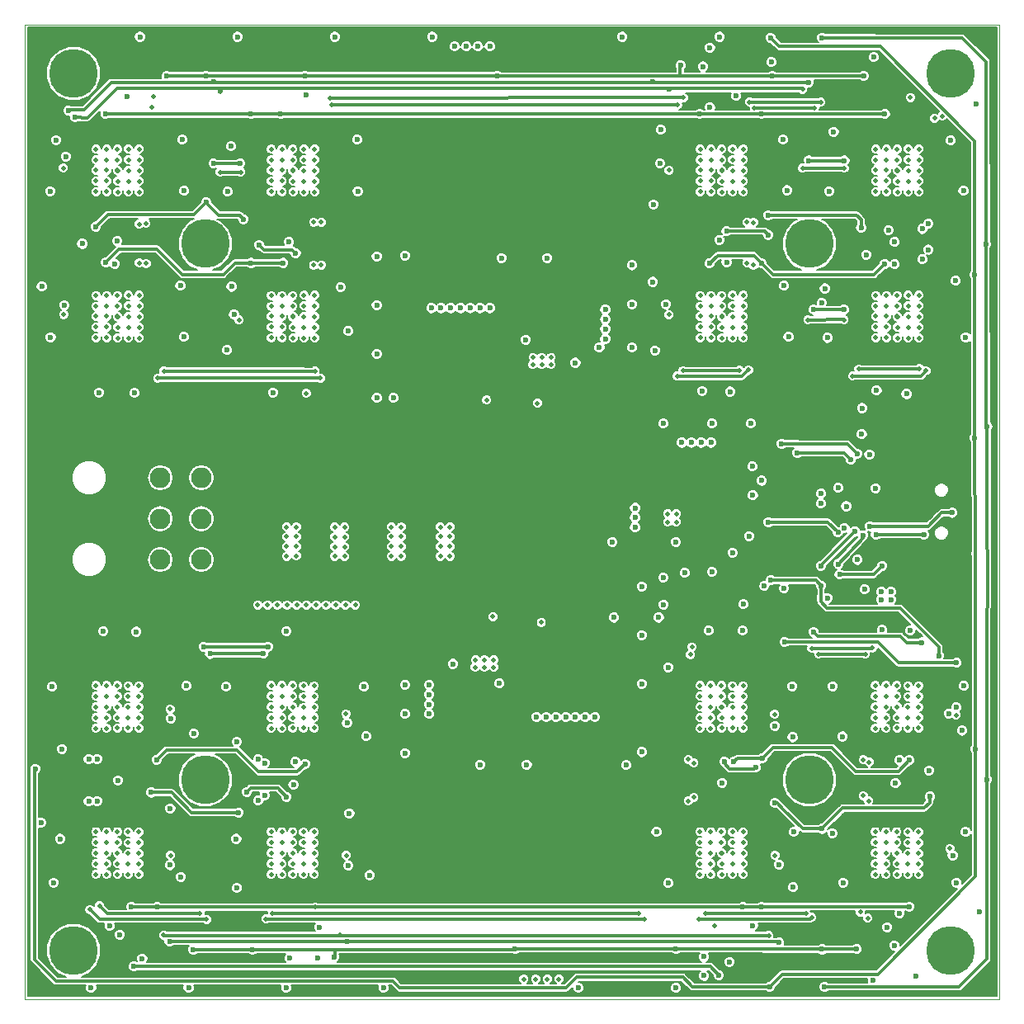
<source format=gbr>
G04 (created by PCBNEW (2013-mar-13)-testing) date Mon 22 Jul 2013 04:48:14 PM ICT*
%MOIN*%
G04 Gerber Fmt 3.4, Leading zero omitted, Abs format*
%FSLAX34Y34*%
G01*
G70*
G90*
G04 APERTURE LIST*
%ADD10C,0.00393701*%
%ADD11C,0.19685*%
%ADD12O,0.0826X0.0826*%
%ADD13C,0.023622*%
%ADD14C,0.019685*%
%ADD15C,0.011811*%
%ADD16C,0.00787402*%
G04 APERTURE END LIST*
G54D10*
X38779Y-61023D02*
X78149Y-61023D01*
X78149Y-61023D02*
X78149Y-21653D01*
X78149Y-21653D02*
X38779Y-21653D01*
X38779Y-21653D02*
X38779Y-61023D01*
G54D11*
X46062Y-30511D03*
X40748Y-23622D03*
X40748Y-59055D03*
X46062Y-52165D03*
X70472Y-52165D03*
X76181Y-59055D03*
X76181Y-23622D03*
X70472Y-30511D03*
G54D12*
X44252Y-43267D03*
X44252Y-41614D03*
X44252Y-39961D03*
X45904Y-39961D03*
X45904Y-41614D03*
X45904Y-43267D03*
G54D13*
X62578Y-45610D03*
X64389Y-45610D03*
X57952Y-48267D03*
X56062Y-47480D03*
X59015Y-34389D03*
X61023Y-35314D03*
X62519Y-42559D03*
X65078Y-42559D03*
G54D14*
X59665Y-35393D03*
X59665Y-35098D03*
X60039Y-35393D03*
X59291Y-35393D03*
X60039Y-35098D03*
X59311Y-35098D03*
X57437Y-36828D03*
X59484Y-36946D03*
X57342Y-47323D03*
X57342Y-47618D03*
X57716Y-47618D03*
X56968Y-47618D03*
X57716Y-47322D03*
X56988Y-47322D03*
X57688Y-45578D03*
X59641Y-45804D03*
G54D13*
X65266Y-23307D03*
X72559Y-29862D03*
X72667Y-23730D03*
X50098Y-23720D03*
X47608Y-29517D03*
X41653Y-29812D03*
X44507Y-23740D03*
X57874Y-23724D03*
X68976Y-23724D03*
X46102Y-23720D03*
X46102Y-28838D03*
X68809Y-29350D03*
X69074Y-53100D03*
X72381Y-59005D03*
X65088Y-58996D03*
X75344Y-52844D03*
X43877Y-52677D03*
X51278Y-59320D03*
X45590Y-59025D03*
X58582Y-58995D03*
X47972Y-59015D03*
X70984Y-59011D03*
X70984Y-54143D03*
X47421Y-53484D03*
X73523Y-31318D03*
X49212Y-31279D03*
X49114Y-25275D03*
X68543Y-31299D03*
X66437Y-31299D03*
X42047Y-31259D03*
X42027Y-25275D03*
X47913Y-25275D03*
X47913Y-31279D03*
X68169Y-39507D03*
X68543Y-25275D03*
X73523Y-25275D03*
X66043Y-25275D03*
X68188Y-40669D03*
X44094Y-51358D03*
X67421Y-51437D03*
X74507Y-51377D03*
X50098Y-51515D03*
G54D14*
X50511Y-57303D03*
G54D13*
X43090Y-57303D03*
X68562Y-51299D03*
X68543Y-57283D03*
X74507Y-57283D03*
X67785Y-57303D03*
X44129Y-57307D03*
X68818Y-41751D03*
X71624Y-42155D03*
G54D14*
X73011Y-46830D03*
X70570Y-46850D03*
X70326Y-57559D03*
X66271Y-57549D03*
X72724Y-47090D03*
X70846Y-47086D03*
X70561Y-57724D03*
X66003Y-57793D03*
X72889Y-51448D03*
X72866Y-53019D03*
X72645Y-52807D03*
X72641Y-51358D03*
X65807Y-52870D03*
X65807Y-51484D03*
X65580Y-51338D03*
X65578Y-53015D03*
X48789Y-57559D03*
X63582Y-57549D03*
X65728Y-46801D03*
X48523Y-57785D03*
X63818Y-57795D03*
X65669Y-47106D03*
G54D13*
X48602Y-46781D03*
X46003Y-46781D03*
G54D14*
X45856Y-57549D03*
X41791Y-57253D03*
X41407Y-57401D03*
X46122Y-57805D03*
G54D13*
X46259Y-47076D03*
X48415Y-47066D03*
X48464Y-51486D03*
X48464Y-52795D03*
X48198Y-53001D03*
X48198Y-51328D03*
X41692Y-51318D03*
X41692Y-53021D03*
X41358Y-53021D03*
X41358Y-51318D03*
G54D14*
X50492Y-35657D03*
X44393Y-35645D03*
X43980Y-24555D03*
X50716Y-35937D03*
X44145Y-35937D03*
X43917Y-24984D03*
X65381Y-24610D03*
X65374Y-35633D03*
X67645Y-35625D03*
X51098Y-24618D03*
X65149Y-24889D03*
X65127Y-35860D03*
X68011Y-35606D03*
X51181Y-24881D03*
X43405Y-31287D03*
X43397Y-29716D03*
X43677Y-31311D03*
X43673Y-29688D03*
X50440Y-31374D03*
X50444Y-29633D03*
X50751Y-29641D03*
X50751Y-31366D03*
X68051Y-24779D03*
X70935Y-24789D03*
X72468Y-35570D03*
X74909Y-35561D03*
X75177Y-35637D03*
X72214Y-35856D03*
X70679Y-25033D03*
X68248Y-25043D03*
G54D13*
X72913Y-41919D03*
X76240Y-41377D03*
G54D14*
X75836Y-25354D03*
G54D13*
X73159Y-42273D03*
X75098Y-42263D03*
G54D14*
X75531Y-25437D03*
X67952Y-29641D03*
X67952Y-31283D03*
X68212Y-29645D03*
X68208Y-31370D03*
G54D13*
X75031Y-31133D03*
X75031Y-29909D03*
X75275Y-30748D03*
X75283Y-29696D03*
X72637Y-42283D03*
X71643Y-43445D03*
G54D14*
X72824Y-57755D03*
G54D13*
X72411Y-43277D03*
G54D14*
X72529Y-57507D03*
G54D13*
X72391Y-38986D03*
X69350Y-38582D03*
X69980Y-38956D03*
X72145Y-39232D03*
X71889Y-41988D03*
X72893Y-39025D03*
X73415Y-43523D03*
X71692Y-43868D03*
X73149Y-40383D03*
X72312Y-42116D03*
X70935Y-43523D03*
X69084Y-49990D03*
X70944Y-44320D03*
X68917Y-44104D03*
X44645Y-55610D03*
X44625Y-58700D03*
X44685Y-49685D03*
X51850Y-55629D03*
X51791Y-58700D03*
X51791Y-49862D03*
X76102Y-49488D03*
X69251Y-55590D03*
X69251Y-58740D03*
X76259Y-55216D03*
X64429Y-27263D03*
X64153Y-23976D03*
X64685Y-32952D03*
X46397Y-27263D03*
X47480Y-27263D03*
X46397Y-23976D03*
X47224Y-33366D03*
X40433Y-26988D03*
X40374Y-32992D03*
X40531Y-25127D03*
X70452Y-23996D03*
X70452Y-27145D03*
X71889Y-27145D03*
X71870Y-33169D03*
X70649Y-33169D03*
X75708Y-47155D03*
X76397Y-49232D03*
G54D14*
X76141Y-54940D03*
X76397Y-49547D03*
G54D13*
X69468Y-46594D03*
X76417Y-47440D03*
X64803Y-24251D03*
X68651Y-44320D03*
X46673Y-24330D03*
G54D14*
X44665Y-55216D03*
X44389Y-58444D03*
X44645Y-49311D03*
X51763Y-55212D03*
X51503Y-58444D03*
X51744Y-49496D03*
X69074Y-55212D03*
X68830Y-58456D03*
X69070Y-49519D03*
X64803Y-27539D03*
X64791Y-33370D03*
X70196Y-24271D03*
X71877Y-27460D03*
X70196Y-27460D03*
X70413Y-33582D03*
X71870Y-33582D03*
X47500Y-27618D03*
X46673Y-27618D03*
X47429Y-33590D03*
X40342Y-33366D03*
X40334Y-27452D03*
G54D13*
X40807Y-25403D03*
X39202Y-51722D03*
X77185Y-50925D03*
X68897Y-22185D03*
X68858Y-60531D03*
X77145Y-38346D03*
X77145Y-31751D03*
X43179Y-59704D03*
X39429Y-53897D03*
X66820Y-60059D03*
X77637Y-52145D03*
X70984Y-22185D03*
X71082Y-60531D03*
X77618Y-30531D03*
X77657Y-37893D03*
X70935Y-41003D03*
X70639Y-46190D03*
X75019Y-46614D03*
X72588Y-38208D03*
X70964Y-32903D03*
X72598Y-37145D03*
X73385Y-44576D03*
X73769Y-44566D03*
X73779Y-44891D03*
X72696Y-44468D03*
X73385Y-44891D03*
X70954Y-40610D03*
G54D14*
X55954Y-43129D03*
X55954Y-42736D03*
X55954Y-42342D03*
X53582Y-43129D03*
X53582Y-42736D03*
X53582Y-42342D03*
X53582Y-41948D03*
X53976Y-41948D03*
X53976Y-42342D03*
X53976Y-42736D03*
X51299Y-43129D03*
X51692Y-43139D03*
X51692Y-42746D03*
X51692Y-42352D03*
X51692Y-41958D03*
X51299Y-41958D03*
X51299Y-42352D03*
X51299Y-42746D03*
X49744Y-43120D03*
X49350Y-43129D03*
X49350Y-42736D03*
X49350Y-42342D03*
X49350Y-41948D03*
X49744Y-41948D03*
X49744Y-42342D03*
X49744Y-42736D03*
G54D13*
X73041Y-60265D03*
X66220Y-60078D03*
X67244Y-59517D03*
X66456Y-22588D03*
X49478Y-59370D03*
X71210Y-44822D03*
X69448Y-44429D03*
X67805Y-45068D03*
X64586Y-45088D03*
X43523Y-59389D03*
X40285Y-50925D03*
X47125Y-32244D03*
X74393Y-36578D03*
X67519Y-24537D03*
X50137Y-24488D03*
X42906Y-24562D03*
G54D14*
X74015Y-55551D03*
X74015Y-55984D03*
X74448Y-55984D03*
X74881Y-55984D03*
X74881Y-55551D03*
X74448Y-55551D03*
X74015Y-55118D03*
X74015Y-55137D03*
X74448Y-54704D03*
X74448Y-54271D03*
X74881Y-54271D03*
X74881Y-54704D03*
X74881Y-55137D03*
X74448Y-55137D03*
X74005Y-54694D03*
X74005Y-54261D03*
X73572Y-54261D03*
X73139Y-54261D03*
X73139Y-54694D03*
X73572Y-54694D03*
X74005Y-55127D03*
X74005Y-55127D03*
X73572Y-55561D03*
X73572Y-55994D03*
X73139Y-55994D03*
X73139Y-55561D03*
X73139Y-55127D03*
X73572Y-55127D03*
X66929Y-55551D03*
X66929Y-55984D03*
X67362Y-55984D03*
X67795Y-55984D03*
X67795Y-55551D03*
X67362Y-55551D03*
X66929Y-55118D03*
X66929Y-55137D03*
X67362Y-54704D03*
X67362Y-54271D03*
X67795Y-54271D03*
X67795Y-54704D03*
X67795Y-55137D03*
X67362Y-55137D03*
X66919Y-54694D03*
X66919Y-54261D03*
X66486Y-54261D03*
X66053Y-54261D03*
X66053Y-54694D03*
X66486Y-54694D03*
X66919Y-55127D03*
X66919Y-55127D03*
X66486Y-55561D03*
X66486Y-55994D03*
X66053Y-55994D03*
X66053Y-55561D03*
X66053Y-55127D03*
X66486Y-55127D03*
X74015Y-49645D03*
X74015Y-50078D03*
X74448Y-50078D03*
X74881Y-50078D03*
X74881Y-49645D03*
X74448Y-49645D03*
X74015Y-49212D03*
X74015Y-49232D03*
X74448Y-48799D03*
X74448Y-48366D03*
X74881Y-48366D03*
X74881Y-48799D03*
X74881Y-49232D03*
X74448Y-49232D03*
X74005Y-48789D03*
X74005Y-48356D03*
X73572Y-48356D03*
X73139Y-48356D03*
X73139Y-48789D03*
X73572Y-48789D03*
X74005Y-49222D03*
X74005Y-49222D03*
X73572Y-49655D03*
X73572Y-50088D03*
X73139Y-50088D03*
X73139Y-49655D03*
X73139Y-49222D03*
X73572Y-49222D03*
X66486Y-49222D03*
X66053Y-49222D03*
X66053Y-49655D03*
X66053Y-50088D03*
X66486Y-50088D03*
X66486Y-49655D03*
X66919Y-49222D03*
X66919Y-49222D03*
X66486Y-48789D03*
X66053Y-48789D03*
X66053Y-48356D03*
X66486Y-48356D03*
X66919Y-48356D03*
X66919Y-48789D03*
X67362Y-49232D03*
X67795Y-49232D03*
X67795Y-48799D03*
X67795Y-48366D03*
X67362Y-48366D03*
X67362Y-48799D03*
X66929Y-49232D03*
X66929Y-49212D03*
X67362Y-49645D03*
X67795Y-49645D03*
X67795Y-50078D03*
X67362Y-50078D03*
X66929Y-50078D03*
X66929Y-49645D03*
X49163Y-55127D03*
X48730Y-55127D03*
X48730Y-55561D03*
X48730Y-55994D03*
X49163Y-55994D03*
X49163Y-55561D03*
X49596Y-55127D03*
X49596Y-55127D03*
X49163Y-54694D03*
X48730Y-54694D03*
X48730Y-54261D03*
X49163Y-54261D03*
X49596Y-54261D03*
X49596Y-54694D03*
X50039Y-55137D03*
X50472Y-55137D03*
X50472Y-54704D03*
X50472Y-54271D03*
X50039Y-54271D03*
X50039Y-54704D03*
X49606Y-55137D03*
X49606Y-55118D03*
X50039Y-55551D03*
X50472Y-55551D03*
X50472Y-55984D03*
X50039Y-55984D03*
X49606Y-55984D03*
X49606Y-55551D03*
X49163Y-49222D03*
X48730Y-49222D03*
X48730Y-49655D03*
X48730Y-50088D03*
X49163Y-50088D03*
X49163Y-49655D03*
X49596Y-49222D03*
X49596Y-49222D03*
X49163Y-48789D03*
X48730Y-48789D03*
X48730Y-48356D03*
X49163Y-48356D03*
X49596Y-48356D03*
X49596Y-48789D03*
X50039Y-49232D03*
X50472Y-49232D03*
X50472Y-48799D03*
X50472Y-48366D03*
X50039Y-48366D03*
X50039Y-48799D03*
X49606Y-49232D03*
X49606Y-49212D03*
X50039Y-49645D03*
X50472Y-49645D03*
X50472Y-50078D03*
X50039Y-50078D03*
X49606Y-50078D03*
X49606Y-49645D03*
X42076Y-55127D03*
X41643Y-55127D03*
X41643Y-55561D03*
X41643Y-55994D03*
X42076Y-55994D03*
X42076Y-55561D03*
X42509Y-55127D03*
X42509Y-55127D03*
X42076Y-54694D03*
X41643Y-54694D03*
X41643Y-54261D03*
X42076Y-54261D03*
X42509Y-54261D03*
X42509Y-54694D03*
X42952Y-55137D03*
X43385Y-55137D03*
X43385Y-54704D03*
X43385Y-54271D03*
X42952Y-54271D03*
X42952Y-54704D03*
X42519Y-55137D03*
X42519Y-55118D03*
X42952Y-55551D03*
X43385Y-55551D03*
X43385Y-55984D03*
X42952Y-55984D03*
X42519Y-55984D03*
X42519Y-55551D03*
X42519Y-49645D03*
X42519Y-50078D03*
X42952Y-50078D03*
X43385Y-50078D03*
X43385Y-49645D03*
X42952Y-49645D03*
X42519Y-49212D03*
X42519Y-49232D03*
X42952Y-48799D03*
X42952Y-48366D03*
X43385Y-48366D03*
X43385Y-48799D03*
X43385Y-49232D03*
X42952Y-49232D03*
X42509Y-48789D03*
X42509Y-48356D03*
X42076Y-48356D03*
X41643Y-48356D03*
X41643Y-48789D03*
X42076Y-48789D03*
X42509Y-49222D03*
X42509Y-49222D03*
X42076Y-49655D03*
X42076Y-50088D03*
X41643Y-50088D03*
X41643Y-49655D03*
X41643Y-49222D03*
X42076Y-49222D03*
X74458Y-33454D03*
X74891Y-33454D03*
X74891Y-33021D03*
X74891Y-32588D03*
X74458Y-32588D03*
X74458Y-33021D03*
X74025Y-33454D03*
X74025Y-33454D03*
X74458Y-33887D03*
X74891Y-33887D03*
X74891Y-34320D03*
X74458Y-34320D03*
X74025Y-34320D03*
X74025Y-33887D03*
X73582Y-33444D03*
X73149Y-33444D03*
X73149Y-33877D03*
X73149Y-34311D03*
X73582Y-34311D03*
X73582Y-33877D03*
X74015Y-33444D03*
X74015Y-33464D03*
X73582Y-33031D03*
X73149Y-33031D03*
X73149Y-32598D03*
X73582Y-32598D03*
X74015Y-32598D03*
X74015Y-33031D03*
X67372Y-33454D03*
X67805Y-33454D03*
X67805Y-33021D03*
X67805Y-32588D03*
X67372Y-32588D03*
X67372Y-33021D03*
X66938Y-33454D03*
X66938Y-33454D03*
X67372Y-33887D03*
X67805Y-33887D03*
X67805Y-34320D03*
X67372Y-34320D03*
X66938Y-34320D03*
X66938Y-33887D03*
X66496Y-33444D03*
X66062Y-33444D03*
X66062Y-33877D03*
X66062Y-34311D03*
X66496Y-34311D03*
X66496Y-33877D03*
X66929Y-33444D03*
X66929Y-33464D03*
X66496Y-33031D03*
X66062Y-33031D03*
X66062Y-32598D03*
X66496Y-32598D03*
X66929Y-32598D03*
X66929Y-33031D03*
X74458Y-27549D03*
X74891Y-27549D03*
X74891Y-27116D03*
X74891Y-26683D03*
X74458Y-26683D03*
X74458Y-27116D03*
X74025Y-27549D03*
X74025Y-27549D03*
X74458Y-27982D03*
X74891Y-27982D03*
X74891Y-28415D03*
X74458Y-28415D03*
X74025Y-28415D03*
X74025Y-27982D03*
X73582Y-27539D03*
X73149Y-27539D03*
X73149Y-27972D03*
X73149Y-28405D03*
X73582Y-28405D03*
X73582Y-27972D03*
X74015Y-27539D03*
X74015Y-27559D03*
X73582Y-27125D03*
X73149Y-27125D03*
X73149Y-26692D03*
X73582Y-26692D03*
X74015Y-26692D03*
X74015Y-27125D03*
X66929Y-27125D03*
X66929Y-26692D03*
X66496Y-26692D03*
X66062Y-26692D03*
X66062Y-27125D03*
X66496Y-27125D03*
X66929Y-27559D03*
X66929Y-27539D03*
X66496Y-27972D03*
X66496Y-28405D03*
X66062Y-28405D03*
X66062Y-27972D03*
X66062Y-27539D03*
X66496Y-27539D03*
X66938Y-27982D03*
X66938Y-28415D03*
X67372Y-28415D03*
X67805Y-28415D03*
X67805Y-27982D03*
X67372Y-27982D03*
X66938Y-27549D03*
X66938Y-27549D03*
X67372Y-27116D03*
X67372Y-26683D03*
X67805Y-26683D03*
X67805Y-27116D03*
X67805Y-27549D03*
X67372Y-27549D03*
X49606Y-33031D03*
X49606Y-32598D03*
X49173Y-32598D03*
X48740Y-32598D03*
X48740Y-33031D03*
X49173Y-33031D03*
X49606Y-33464D03*
X49606Y-33444D03*
X49173Y-33877D03*
X49173Y-34311D03*
X48740Y-34311D03*
X48740Y-33877D03*
X48740Y-33444D03*
X49173Y-33444D03*
X49616Y-33887D03*
X49616Y-34320D03*
X50049Y-34320D03*
X50482Y-34320D03*
X50482Y-33887D03*
X50049Y-33887D03*
X49616Y-33454D03*
X49616Y-33454D03*
X50049Y-33021D03*
X50049Y-32588D03*
X50482Y-32588D03*
X50482Y-33021D03*
X50482Y-33454D03*
X50049Y-33454D03*
X42519Y-33031D03*
X42519Y-32598D03*
X42086Y-32598D03*
X41653Y-32598D03*
X41653Y-33031D03*
X42086Y-33031D03*
X42519Y-33464D03*
X42519Y-33444D03*
X42086Y-33877D03*
X42086Y-34311D03*
X41653Y-34311D03*
X41653Y-33877D03*
X41653Y-33444D03*
X42086Y-33444D03*
X42529Y-33887D03*
X42529Y-34320D03*
X42962Y-34320D03*
X43395Y-34320D03*
X43395Y-33887D03*
X42962Y-33887D03*
X42529Y-33454D03*
X42529Y-33454D03*
X42962Y-33021D03*
X42962Y-32588D03*
X43395Y-32588D03*
X43395Y-33021D03*
X43395Y-33454D03*
X42962Y-33454D03*
X49606Y-27125D03*
X49606Y-26692D03*
X49173Y-26692D03*
X48740Y-26692D03*
X48740Y-27125D03*
X49173Y-27125D03*
X49606Y-27559D03*
X49606Y-27539D03*
X49173Y-27972D03*
X49173Y-28405D03*
X48740Y-28405D03*
X48740Y-27972D03*
X48740Y-27539D03*
X49173Y-27539D03*
X49616Y-27982D03*
X49616Y-28415D03*
X50049Y-28415D03*
X50482Y-28415D03*
X50482Y-27982D03*
X50049Y-27982D03*
X49616Y-27549D03*
X49616Y-27549D03*
X50049Y-27116D03*
X50049Y-26683D03*
X50482Y-26683D03*
X50482Y-27116D03*
X50482Y-27549D03*
X50049Y-27549D03*
X42962Y-27549D03*
X43395Y-27549D03*
X43395Y-27116D03*
X43395Y-26683D03*
X42962Y-26683D03*
X42962Y-27116D03*
X42529Y-27549D03*
X42529Y-27549D03*
X42962Y-27982D03*
X43395Y-27982D03*
X43395Y-28415D03*
X42962Y-28415D03*
X42529Y-28415D03*
X42529Y-27982D03*
X42086Y-27539D03*
X41653Y-27539D03*
X41653Y-27972D03*
X41653Y-28405D03*
X42086Y-28405D03*
X42086Y-27972D03*
X42519Y-27539D03*
X42519Y-27559D03*
X42086Y-27125D03*
X41653Y-27125D03*
X41653Y-26692D03*
X42086Y-26692D03*
X42519Y-26692D03*
X42519Y-27125D03*
G54D13*
X62913Y-22145D03*
X66850Y-22145D03*
X77204Y-24862D03*
X76417Y-56318D03*
X77342Y-57480D03*
X74783Y-60098D03*
X42194Y-58070D03*
X53267Y-60570D03*
X49330Y-60570D03*
X45393Y-60570D03*
X41456Y-60570D03*
X73614Y-58122D03*
G54D14*
X58937Y-60216D03*
X59409Y-60216D03*
X59881Y-60216D03*
X60354Y-60216D03*
G54D13*
X65078Y-60570D03*
X61141Y-60570D03*
X68031Y-42322D03*
X67362Y-42992D03*
X66535Y-43759D03*
X65433Y-43799D03*
X64566Y-43996D03*
X68110Y-37775D03*
X66535Y-37775D03*
X64566Y-37775D03*
X63700Y-44350D03*
X63700Y-46318D03*
X63700Y-48287D03*
X63700Y-51043D03*
X63070Y-51574D03*
X59448Y-49625D03*
X59842Y-49625D03*
X60236Y-49625D03*
X60629Y-49625D03*
X61023Y-49625D03*
X61417Y-49625D03*
X61811Y-49625D03*
X59055Y-51555D03*
X57165Y-51555D03*
X54133Y-51082D03*
X54133Y-49507D03*
X54133Y-48326D03*
G54D14*
X74551Y-24598D03*
G54D13*
X73070Y-22972D03*
X56614Y-22539D03*
X56141Y-22539D03*
X57086Y-22539D03*
X57559Y-22539D03*
X43425Y-22145D03*
X47362Y-22145D03*
X51299Y-22145D03*
X55236Y-22145D03*
X57559Y-33110D03*
X57165Y-33110D03*
X56771Y-33110D03*
X56377Y-33110D03*
X55984Y-33110D03*
X55590Y-33110D03*
X55196Y-33110D03*
X63307Y-31377D03*
X63307Y-32952D03*
X63307Y-34704D03*
X61988Y-34704D03*
X58031Y-31082D03*
X59881Y-31082D03*
X53661Y-36732D03*
X52992Y-36732D03*
X52992Y-34960D03*
X52992Y-32992D03*
X52992Y-31023D03*
X54133Y-30984D03*
G54D14*
X48188Y-45098D03*
X48582Y-45098D03*
X48976Y-45098D03*
X49370Y-45098D03*
X49763Y-45098D03*
X52125Y-45098D03*
X51732Y-45098D03*
X51338Y-45098D03*
X50944Y-45098D03*
X50551Y-45098D03*
X50157Y-45098D03*
X53976Y-43129D03*
X55954Y-41948D03*
X55561Y-41948D03*
X55561Y-42342D03*
X55561Y-42736D03*
X55561Y-43129D03*
G54D13*
X66948Y-52282D03*
X71830Y-56318D03*
X76377Y-32007D03*
G54D14*
X50141Y-36555D03*
X66653Y-58055D03*
G54D13*
X39823Y-34291D03*
X76181Y-26338D03*
X39940Y-56318D03*
X43287Y-46181D03*
X45610Y-50295D03*
X45294Y-48366D03*
X46969Y-28405D03*
X39804Y-28385D03*
X76692Y-28366D03*
X67775Y-46141D03*
X64763Y-47618D03*
X69783Y-48385D03*
X66397Y-46141D03*
X64763Y-56338D03*
X64292Y-54271D03*
X69842Y-54271D03*
X76790Y-34291D03*
X76790Y-54271D03*
X73956Y-52302D03*
X74547Y-46141D03*
X73405Y-46102D03*
X71811Y-50413D03*
X71201Y-34311D03*
X76712Y-48366D03*
X76643Y-50177D03*
X71260Y-28385D03*
X71092Y-32312D03*
X71456Y-25984D03*
X73917Y-30433D03*
X66830Y-30355D03*
X67263Y-36480D03*
X69448Y-32204D03*
X66141Y-36456D03*
X73188Y-36437D03*
X52204Y-26299D03*
X43208Y-36535D03*
X48799Y-36515D03*
X45059Y-32204D03*
X41771Y-36515D03*
X64232Y-34822D03*
X69409Y-26299D03*
X64173Y-28917D03*
X52706Y-56013D03*
X45078Y-56082D03*
X52480Y-48405D03*
X49350Y-46161D03*
X49625Y-52361D03*
X51889Y-53524D03*
X44655Y-53316D03*
X42539Y-52184D03*
X51535Y-32263D03*
X46948Y-34803D03*
X49448Y-30432D03*
X42519Y-30392D03*
X68937Y-23169D03*
X62224Y-33169D03*
X62224Y-33562D03*
X62224Y-33956D03*
X62224Y-34350D03*
X63425Y-41968D03*
X63425Y-41574D03*
X63425Y-41181D03*
X55118Y-49507D03*
X55118Y-49114D03*
X55118Y-48720D03*
X55118Y-48326D03*
X66496Y-38543D03*
X66102Y-38543D03*
X65708Y-38543D03*
X65314Y-38543D03*
G54D14*
X65098Y-41751D03*
X64744Y-41751D03*
X65098Y-41417D03*
X64744Y-41417D03*
G54D13*
X68543Y-40078D03*
X47342Y-56534D03*
X41948Y-46161D03*
X47342Y-50629D03*
X52568Y-50403D03*
X69793Y-50442D03*
X69812Y-56505D03*
X69566Y-28346D03*
X64468Y-25905D03*
X69625Y-34271D03*
X64153Y-32047D03*
X51850Y-34034D03*
X52224Y-28385D03*
X45196Y-34271D03*
X45137Y-26299D03*
X45216Y-28366D03*
X47106Y-26574D03*
X39458Y-32234D03*
X40039Y-26318D03*
X46909Y-48405D03*
X71397Y-54330D03*
X47322Y-54546D03*
X40196Y-54546D03*
X39881Y-48405D03*
X71417Y-48385D03*
X71958Y-41112D03*
X71633Y-40374D03*
X42421Y-31318D03*
X41092Y-30511D03*
X49723Y-30885D03*
X48238Y-30551D03*
X50679Y-58120D03*
X50620Y-59370D03*
X42618Y-58425D03*
X47746Y-52658D03*
X49350Y-52854D03*
X49704Y-51437D03*
X66456Y-25000D03*
X66171Y-23346D03*
X67125Y-31259D03*
X67125Y-30000D03*
X68809Y-30147D03*
X72765Y-30954D03*
X73917Y-31338D03*
X73661Y-29960D03*
X68306Y-51673D03*
X67027Y-51427D03*
X75305Y-51791D03*
X74114Y-51377D03*
X66220Y-59311D03*
X68188Y-58061D03*
X74114Y-57559D03*
X73897Y-58858D03*
X70905Y-42795D03*
X69635Y-39419D03*
X69133Y-34901D03*
X71200Y-44094D03*
X67706Y-43780D03*
X76279Y-34901D03*
X39183Y-49990D03*
G54D14*
X57440Y-60275D03*
X57007Y-60275D03*
X56535Y-60275D03*
X56062Y-60275D03*
X56082Y-59340D03*
X56545Y-59340D03*
G54D13*
X60374Y-23366D03*
X60374Y-22952D03*
X60374Y-22500D03*
X59921Y-22480D03*
X59488Y-22460D03*
X59035Y-22460D03*
X76663Y-26279D03*
X47480Y-29015D03*
X40314Y-34901D03*
X64409Y-50551D03*
X64763Y-48129D03*
X69192Y-47755D03*
X64271Y-56437D03*
X64803Y-53681D03*
X69271Y-53700D03*
X71338Y-56456D03*
X76279Y-53681D03*
X71889Y-53641D03*
X71318Y-50511D03*
X71712Y-34960D03*
X76122Y-47795D03*
X71909Y-47795D03*
X71771Y-29015D03*
X76889Y-32578D03*
X76220Y-28996D03*
X69911Y-32214D03*
X64724Y-34192D03*
X69881Y-26240D03*
X69133Y-28937D03*
X64685Y-28307D03*
X52007Y-47716D03*
X46614Y-50531D03*
X47421Y-47795D03*
X46594Y-56456D03*
X52007Y-54035D03*
X47185Y-54035D03*
X44665Y-54311D03*
X39448Y-56476D03*
X40059Y-54035D03*
X40374Y-47814D03*
X44783Y-47795D03*
X52027Y-31614D03*
X51968Y-34547D03*
X47460Y-34212D03*
X45551Y-32106D03*
X52696Y-26200D03*
X45629Y-26181D03*
X40295Y-29015D03*
X72303Y-38543D03*
X67086Y-40019D03*
X66692Y-40019D03*
X66692Y-39625D03*
X67086Y-39625D03*
X67086Y-39232D03*
X66692Y-39232D03*
X75000Y-38346D03*
X51732Y-28956D03*
X44704Y-34881D03*
X44704Y-28956D03*
X69271Y-59527D03*
X71062Y-23169D03*
G54D15*
X65255Y-23724D02*
X65255Y-23317D01*
X65255Y-23317D02*
X65266Y-23307D01*
X57874Y-23724D02*
X65255Y-23724D01*
X65255Y-23724D02*
X66830Y-23724D01*
X72381Y-29350D02*
X72381Y-29360D01*
X72559Y-29537D02*
X72559Y-29862D01*
X69921Y-29350D02*
X69448Y-29350D01*
X72381Y-29350D02*
X69921Y-29350D01*
X69448Y-29350D02*
X68809Y-29350D01*
X72381Y-29360D02*
X72559Y-29537D01*
X72661Y-23724D02*
X68976Y-23724D01*
X72667Y-23730D02*
X72661Y-23724D01*
X47460Y-29350D02*
X47608Y-29517D01*
X46102Y-28838D02*
X46102Y-28858D01*
X46594Y-29350D02*
X47460Y-29350D01*
X46102Y-28858D02*
X46594Y-29350D01*
X45610Y-29330D02*
X42135Y-29330D01*
X42135Y-29330D02*
X41653Y-29812D01*
X45610Y-29330D02*
X46102Y-28838D01*
X44507Y-23740D02*
X44507Y-23720D01*
X66830Y-23724D02*
X68976Y-23724D01*
X57869Y-23720D02*
X50098Y-23720D01*
X50098Y-23720D02*
X49507Y-23720D01*
X57869Y-23720D02*
X57874Y-23724D01*
X49507Y-23720D02*
X46102Y-23720D01*
X46102Y-23720D02*
X44507Y-23720D01*
X44507Y-23720D02*
X44488Y-23720D01*
X69409Y-53346D02*
X69163Y-53100D01*
X70216Y-54143D02*
X69409Y-53346D01*
X70984Y-54143D02*
X70216Y-54143D01*
X69163Y-53100D02*
X69074Y-53100D01*
X70984Y-59011D02*
X72381Y-59005D01*
X65088Y-58996D02*
X65088Y-58996D01*
X65088Y-58996D02*
X65088Y-58988D01*
X75098Y-53307D02*
X75108Y-53307D01*
X71820Y-53307D02*
X75098Y-53307D01*
X70984Y-54143D02*
X71820Y-53307D01*
X75324Y-53090D02*
X75344Y-52844D01*
X75108Y-53307D02*
X75324Y-53090D01*
X45511Y-53484D02*
X44704Y-52677D01*
X45511Y-53484D02*
X47421Y-53484D01*
X43877Y-52677D02*
X44704Y-52677D01*
X43877Y-52677D02*
X43877Y-52677D01*
X51309Y-59015D02*
X51309Y-59290D01*
X51309Y-59290D02*
X51278Y-59320D01*
X58562Y-59015D02*
X51309Y-59015D01*
X51309Y-59015D02*
X49921Y-59015D01*
X49921Y-59015D02*
X47972Y-59015D01*
X47972Y-59015D02*
X45590Y-59025D01*
X45590Y-59025D02*
X45600Y-59025D01*
X70984Y-59011D02*
X65088Y-58988D01*
X65088Y-58988D02*
X58582Y-58995D01*
X58562Y-59015D02*
X58582Y-58995D01*
X73090Y-31751D02*
X73523Y-31318D01*
X68996Y-31751D02*
X73090Y-31751D01*
X68543Y-31299D02*
X68996Y-31751D01*
X49212Y-31279D02*
X47913Y-31279D01*
X66437Y-31299D02*
X66764Y-30982D01*
X66764Y-30982D02*
X68226Y-30982D01*
X68226Y-30982D02*
X68543Y-31299D01*
X66043Y-25275D02*
X49192Y-25275D01*
X49192Y-25275D02*
X49114Y-25275D01*
X49114Y-25275D02*
X47913Y-25275D01*
X42047Y-25275D02*
X42027Y-25275D01*
X47913Y-25275D02*
X42047Y-25275D01*
X47283Y-31279D02*
X47263Y-31279D01*
X47913Y-31279D02*
X47283Y-31279D01*
X46791Y-31751D02*
X45137Y-31751D01*
X45137Y-31751D02*
X44106Y-30716D01*
X44106Y-30716D02*
X42590Y-30712D01*
X42590Y-30712D02*
X42047Y-31259D01*
X47263Y-31279D02*
X46791Y-31751D01*
X68543Y-25275D02*
X73523Y-25275D01*
X68543Y-25275D02*
X66043Y-25275D01*
X67421Y-51437D02*
X67568Y-51299D01*
X67568Y-51299D02*
X68562Y-51299D01*
X72338Y-51826D02*
X74059Y-51822D01*
X74059Y-51822D02*
X74507Y-51377D01*
X71377Y-50866D02*
X68996Y-50866D01*
X68562Y-51299D02*
X68996Y-50866D01*
X72318Y-51807D02*
X72338Y-51826D01*
X72338Y-51826D02*
X71377Y-50866D01*
X44094Y-51358D02*
X44494Y-50964D01*
X44494Y-50964D02*
X47338Y-50960D01*
X47338Y-50960D02*
X48218Y-51840D01*
X48218Y-51840D02*
X49773Y-51840D01*
X49773Y-51840D02*
X50098Y-51515D01*
X43090Y-57303D02*
X44129Y-57307D01*
X68543Y-57283D02*
X74507Y-57283D01*
X68543Y-57283D02*
X68523Y-57303D01*
X68523Y-57303D02*
X67785Y-57303D01*
X50413Y-57303D02*
X50511Y-57303D01*
X50511Y-57303D02*
X67785Y-57303D01*
X44129Y-57307D02*
X50413Y-57303D01*
X71220Y-41751D02*
X68818Y-41751D01*
X71624Y-42155D02*
X71220Y-41751D01*
X73011Y-46830D02*
X72992Y-46850D01*
X72992Y-46850D02*
X70570Y-46850D01*
X70326Y-57559D02*
X70316Y-57549D01*
X66271Y-57549D02*
X70316Y-57549D01*
X72724Y-47090D02*
X70846Y-47086D01*
X66003Y-57793D02*
X70492Y-57793D01*
X48789Y-57559D02*
X48779Y-57559D01*
X63553Y-57578D02*
X48789Y-57559D01*
X48789Y-57559D02*
X48779Y-57559D01*
X63582Y-57549D02*
X63553Y-57578D01*
X63818Y-57795D02*
X48533Y-57795D01*
X48533Y-57795D02*
X48523Y-57785D01*
X63818Y-57795D02*
X63828Y-57805D01*
X46003Y-46781D02*
X48602Y-46781D01*
X42096Y-57559D02*
X45856Y-57549D01*
X41791Y-57253D02*
X42096Y-57559D01*
X46112Y-57795D02*
X41801Y-57795D01*
X41801Y-57795D02*
X41407Y-57401D01*
X46122Y-57805D02*
X46112Y-57795D01*
X48405Y-47076D02*
X46259Y-47076D01*
X48415Y-47066D02*
X48405Y-47076D01*
X50492Y-35657D02*
X49763Y-35653D01*
X49763Y-35653D02*
X44830Y-35649D01*
X44830Y-35649D02*
X44393Y-35645D01*
X50488Y-35938D02*
X50716Y-35937D01*
X44375Y-35938D02*
X50488Y-35938D01*
X44145Y-35937D02*
X44375Y-35938D01*
X67635Y-35635D02*
X65374Y-35633D01*
X67645Y-35625D02*
X67635Y-35635D01*
X65377Y-24606D02*
X51098Y-24618D01*
X65381Y-24610D02*
X65377Y-24606D01*
X65127Y-35860D02*
X65137Y-35870D01*
X65137Y-35870D02*
X67751Y-35870D01*
X67751Y-35870D02*
X68011Y-35606D01*
X65141Y-24881D02*
X51181Y-24881D01*
X65149Y-24889D02*
X65141Y-24881D01*
X70925Y-24779D02*
X68051Y-24779D01*
X70935Y-24789D02*
X70925Y-24779D01*
X74899Y-35570D02*
X72468Y-35570D01*
X74909Y-35561D02*
X74899Y-35570D01*
X75177Y-35667D02*
X75177Y-35637D01*
X74980Y-35856D02*
X75177Y-35667D01*
X72214Y-35856D02*
X74980Y-35856D01*
X68257Y-25033D02*
X70679Y-25033D01*
X68248Y-25043D02*
X68257Y-25033D01*
X72913Y-41919D02*
X75275Y-41919D01*
X75275Y-41919D02*
X75816Y-41377D01*
X75816Y-41377D02*
X76240Y-41377D01*
X75836Y-25354D02*
X75816Y-25374D01*
X75098Y-42263D02*
X73149Y-42263D01*
X72637Y-42381D02*
X72637Y-42283D01*
X72637Y-42381D02*
X71643Y-43445D01*
X72391Y-38986D02*
X71998Y-38592D01*
X71998Y-38592D02*
X70029Y-38592D01*
X70029Y-38592D02*
X70019Y-38582D01*
X70019Y-38582D02*
X69350Y-38582D01*
X69960Y-38956D02*
X69980Y-38956D01*
X71879Y-38956D02*
X69960Y-38956D01*
X72145Y-39232D02*
X71879Y-38956D01*
X73061Y-43877D02*
X73415Y-43523D01*
X71702Y-43877D02*
X73061Y-43877D01*
X71692Y-43868D02*
X71702Y-43877D01*
X72312Y-42119D02*
X72312Y-42116D01*
X70944Y-43494D02*
X72312Y-42119D01*
X70974Y-43484D02*
X70944Y-43494D01*
X70935Y-43523D02*
X70974Y-43484D01*
X75708Y-46811D02*
X75708Y-47155D01*
X70944Y-44320D02*
X70954Y-44320D01*
X70738Y-44104D02*
X68917Y-44104D01*
X70954Y-44320D02*
X70738Y-44104D01*
X71240Y-45226D02*
X71190Y-45226D01*
X70935Y-44970D02*
X70944Y-44320D01*
X71190Y-45226D02*
X70935Y-44970D01*
X69212Y-58700D02*
X51791Y-58700D01*
X51791Y-58700D02*
X44625Y-58700D01*
X69251Y-58740D02*
X69212Y-58700D01*
X64153Y-23976D02*
X64153Y-23996D01*
X47480Y-27263D02*
X46397Y-27263D01*
X46397Y-23976D02*
X46397Y-23996D01*
X70452Y-23996D02*
X64153Y-23996D01*
X64153Y-23996D02*
X46397Y-23996D01*
X46397Y-23996D02*
X42261Y-23996D01*
X40531Y-25127D02*
X40551Y-25108D01*
X40551Y-25108D02*
X41188Y-25108D01*
X41188Y-25108D02*
X42261Y-23996D01*
X71889Y-27145D02*
X70452Y-27145D01*
X71870Y-33169D02*
X70649Y-33169D01*
X74124Y-45226D02*
X75708Y-46811D01*
X71230Y-45226D02*
X71240Y-45226D01*
X71240Y-45226D02*
X74124Y-45226D01*
X69468Y-46594D02*
X73228Y-46594D01*
X74074Y-47440D02*
X73228Y-46594D01*
X76417Y-47440D02*
X74074Y-47440D01*
X64803Y-24251D02*
X64803Y-24234D01*
X64803Y-24251D02*
X64803Y-24251D01*
X46673Y-24271D02*
X46673Y-24389D01*
X44393Y-58448D02*
X45169Y-58448D01*
X44389Y-58444D02*
X44393Y-58448D01*
X51503Y-58444D02*
X51503Y-58451D01*
X51503Y-58444D02*
X51503Y-58444D01*
X68830Y-58456D02*
X68830Y-58458D01*
X68830Y-58456D02*
X68830Y-58456D01*
X68830Y-58458D02*
X51503Y-58451D01*
X51503Y-58451D02*
X45169Y-58448D01*
X53838Y-24232D02*
X64803Y-24234D01*
X64803Y-24234D02*
X70192Y-24236D01*
X70192Y-24236D02*
X70196Y-24232D01*
X70149Y-24224D02*
X70196Y-24232D01*
X70196Y-24271D02*
X70149Y-24224D01*
X71877Y-27460D02*
X71870Y-27452D01*
X71870Y-27452D02*
X70196Y-27460D01*
X71866Y-33578D02*
X70413Y-33582D01*
X71870Y-33582D02*
X71866Y-33578D01*
X47500Y-27618D02*
X47496Y-27622D01*
X47496Y-27622D02*
X46673Y-27618D01*
X42499Y-24232D02*
X46673Y-24232D01*
X46673Y-24232D02*
X46681Y-24232D01*
X46681Y-24232D02*
X53838Y-24232D01*
X53838Y-24232D02*
X53842Y-24232D01*
X41318Y-25413D02*
X42499Y-24232D01*
X40814Y-25411D02*
X41318Y-25413D01*
X40807Y-25403D02*
X40814Y-25411D01*
X68858Y-60531D02*
X65757Y-60531D01*
X39163Y-51761D02*
X39202Y-51722D01*
X39163Y-59419D02*
X39163Y-51761D01*
X40039Y-60295D02*
X39163Y-59419D01*
X53641Y-60295D02*
X40039Y-60295D01*
X53917Y-60570D02*
X53641Y-60295D01*
X60639Y-60570D02*
X53917Y-60570D01*
X61072Y-60137D02*
X60639Y-60570D01*
X65364Y-60137D02*
X61072Y-60137D01*
X65757Y-60531D02*
X65364Y-60137D01*
X77185Y-50925D02*
X77185Y-50984D01*
X72913Y-22539D02*
X69251Y-22539D01*
X69251Y-22539D02*
X68897Y-22185D01*
X69370Y-60019D02*
X68858Y-60531D01*
X73238Y-60019D02*
X69370Y-60019D01*
X77185Y-56072D02*
X73238Y-60019D01*
X77185Y-55905D02*
X77185Y-56072D01*
X77185Y-53011D02*
X77185Y-55905D01*
X77185Y-50984D02*
X77185Y-53011D01*
X77185Y-47204D02*
X77185Y-50984D01*
X77145Y-38346D02*
X77145Y-38051D01*
X77165Y-42933D02*
X77185Y-43267D01*
X77185Y-43267D02*
X77185Y-47204D01*
X77185Y-47204D02*
X77185Y-47204D01*
X77145Y-38346D02*
X77165Y-42933D01*
X77145Y-31673D02*
X77157Y-26360D01*
X73336Y-22539D02*
X72913Y-22539D01*
X72913Y-22539D02*
X72893Y-22539D01*
X77157Y-26360D02*
X73336Y-22539D01*
X77145Y-38051D02*
X77145Y-31751D01*
X77145Y-31751D02*
X77145Y-31673D01*
X66466Y-59704D02*
X43179Y-59704D01*
X43179Y-59704D02*
X43218Y-59704D01*
X66820Y-60059D02*
X66466Y-59704D01*
X75157Y-22204D02*
X70984Y-22185D01*
X77637Y-57755D02*
X77637Y-59409D01*
X77637Y-50059D02*
X77637Y-52145D01*
X77637Y-52145D02*
X77637Y-57755D01*
X77637Y-59409D02*
X76515Y-60531D01*
X77637Y-47263D02*
X77637Y-50059D01*
X77634Y-47260D02*
X77637Y-47263D01*
X77660Y-43185D02*
X77634Y-47260D01*
X76515Y-60531D02*
X71082Y-60531D01*
X77612Y-30531D02*
X77612Y-30531D01*
X77618Y-30531D02*
X77612Y-30531D01*
X77618Y-30531D02*
X77618Y-30531D01*
X77657Y-37893D02*
X77618Y-37716D01*
X77618Y-37460D02*
X77612Y-30531D01*
X77612Y-30531D02*
X77612Y-30511D01*
X77608Y-24188D02*
X77608Y-23159D01*
X77612Y-30511D02*
X77608Y-24188D01*
X77608Y-23159D02*
X76653Y-22204D01*
X77618Y-37716D02*
X77618Y-37460D01*
X77657Y-42500D02*
X77660Y-43185D01*
X77657Y-42500D02*
X77657Y-37893D01*
X76653Y-22204D02*
X76240Y-22204D01*
X76240Y-22204D02*
X75157Y-22204D01*
X70797Y-46358D02*
X70639Y-46190D01*
X75019Y-46614D02*
X74399Y-46614D01*
X74153Y-46368D02*
X70797Y-46358D01*
X74399Y-46614D02*
X74153Y-46368D01*
X48435Y-30748D02*
X48238Y-30551D01*
X49585Y-30748D02*
X48435Y-30748D01*
X49723Y-30885D02*
X49585Y-30748D01*
X48996Y-52500D02*
X49350Y-52854D01*
X47904Y-52500D02*
X48996Y-52500D01*
X47904Y-52500D02*
X47746Y-52658D01*
X67125Y-30000D02*
X68661Y-30000D01*
X68661Y-30000D02*
X68809Y-30147D01*
X67027Y-51496D02*
X67027Y-51427D01*
X67253Y-51722D02*
X67027Y-51496D01*
X68256Y-51722D02*
X67253Y-51722D01*
X68306Y-51673D02*
X68256Y-51722D01*
G54D10*
G36*
X66123Y-59527D02*
X51397Y-59527D01*
X51412Y-59521D01*
X51479Y-59454D01*
X51515Y-59368D01*
X51515Y-59274D01*
X51486Y-59204D01*
X51486Y-59192D01*
X58445Y-59192D01*
X58448Y-59195D01*
X58535Y-59231D01*
X58629Y-59231D01*
X58716Y-59195D01*
X58739Y-59172D01*
X64931Y-59172D01*
X64954Y-59196D01*
X65041Y-59232D01*
X65135Y-59232D01*
X65222Y-59196D01*
X65252Y-59165D01*
X66029Y-59168D01*
X66020Y-59177D01*
X65984Y-59264D01*
X65984Y-59358D01*
X66020Y-59445D01*
X66086Y-59512D01*
X66123Y-59527D01*
X66123Y-59527D01*
G37*
G54D16*
X66123Y-59527D02*
X51397Y-59527D01*
X51412Y-59521D01*
X51479Y-59454D01*
X51515Y-59368D01*
X51515Y-59274D01*
X51486Y-59204D01*
X51486Y-59192D01*
X58445Y-59192D01*
X58448Y-59195D01*
X58535Y-59231D01*
X58629Y-59231D01*
X58716Y-59195D01*
X58739Y-59172D01*
X64931Y-59172D01*
X64954Y-59196D01*
X65041Y-59232D01*
X65135Y-59232D01*
X65222Y-59196D01*
X65252Y-59165D01*
X66029Y-59168D01*
X66020Y-59177D01*
X65984Y-59264D01*
X65984Y-59358D01*
X66020Y-59445D01*
X66086Y-59512D01*
X66123Y-59527D01*
G54D10*
G36*
X78031Y-60905D02*
X77893Y-60905D01*
X77893Y-37846D01*
X77857Y-37760D01*
X77795Y-37697D01*
X77795Y-37696D01*
X77795Y-37495D01*
X77802Y-37460D01*
X77790Y-30693D01*
X77818Y-30665D01*
X77854Y-30578D01*
X77854Y-30484D01*
X77818Y-30397D01*
X77796Y-30375D01*
X77785Y-24188D01*
X77785Y-24188D01*
X77785Y-23159D01*
X77771Y-23091D01*
X77771Y-23091D01*
X77733Y-23034D01*
X76778Y-22079D01*
X76721Y-22041D01*
X76653Y-22027D01*
X76240Y-22027D01*
X75183Y-22027D01*
X75158Y-22022D01*
X71141Y-22008D01*
X71118Y-21984D01*
X71031Y-21948D01*
X70937Y-21948D01*
X70850Y-21984D01*
X70784Y-22051D01*
X70748Y-22137D01*
X70747Y-22231D01*
X70783Y-22318D01*
X70827Y-22362D01*
X69325Y-22362D01*
X69133Y-22170D01*
X69133Y-22138D01*
X69098Y-22051D01*
X69031Y-21984D01*
X68944Y-21948D01*
X68850Y-21948D01*
X68764Y-21984D01*
X68697Y-22051D01*
X68661Y-22137D01*
X68661Y-22231D01*
X68697Y-22318D01*
X68763Y-22385D01*
X68850Y-22421D01*
X68883Y-22421D01*
X69126Y-22664D01*
X69184Y-22703D01*
X69251Y-22716D01*
X72893Y-22716D01*
X72913Y-22716D01*
X73263Y-22716D01*
X75716Y-25169D01*
X75714Y-25170D01*
X75653Y-25231D01*
X75645Y-25249D01*
X75574Y-25220D01*
X75488Y-25220D01*
X75408Y-25253D01*
X75348Y-25314D01*
X75314Y-25393D01*
X75314Y-25479D01*
X75347Y-25559D01*
X75408Y-25620D01*
X75488Y-25653D01*
X75574Y-25653D01*
X75653Y-25620D01*
X75714Y-25559D01*
X75722Y-25541D01*
X75793Y-25570D01*
X75879Y-25570D01*
X75959Y-25538D01*
X76020Y-25477D01*
X76021Y-25474D01*
X76986Y-26440D01*
X76968Y-31594D01*
X76945Y-31617D01*
X76929Y-31657D01*
X76929Y-28319D01*
X76893Y-28232D01*
X76826Y-28166D01*
X76740Y-28129D01*
X76646Y-28129D01*
X76559Y-28165D01*
X76492Y-28232D01*
X76456Y-28318D01*
X76456Y-28412D01*
X76492Y-28499D01*
X76558Y-28566D01*
X76645Y-28602D01*
X76739Y-28602D01*
X76826Y-28566D01*
X76893Y-28500D01*
X76929Y-28413D01*
X76929Y-28319D01*
X76929Y-31657D01*
X76909Y-31704D01*
X76909Y-31798D01*
X76945Y-31885D01*
X76968Y-31908D01*
X76968Y-34135D01*
X76924Y-34091D01*
X76837Y-34055D01*
X76743Y-34055D01*
X76656Y-34090D01*
X76614Y-34133D01*
X76614Y-31961D01*
X76578Y-31874D01*
X76511Y-31807D01*
X76425Y-31771D01*
X76417Y-31771D01*
X76417Y-26291D01*
X76381Y-26204D01*
X76315Y-26138D01*
X76228Y-26102D01*
X76134Y-26102D01*
X76047Y-26138D01*
X75980Y-26204D01*
X75944Y-26291D01*
X75944Y-26385D01*
X75980Y-26472D01*
X76047Y-26538D01*
X76133Y-26574D01*
X76227Y-26574D01*
X76314Y-26538D01*
X76381Y-26472D01*
X76417Y-26385D01*
X76417Y-26291D01*
X76417Y-31771D01*
X76331Y-31771D01*
X76244Y-31807D01*
X76177Y-31873D01*
X76141Y-31960D01*
X76141Y-32054D01*
X76177Y-32141D01*
X76243Y-32208D01*
X76330Y-32244D01*
X76424Y-32244D01*
X76511Y-32208D01*
X76578Y-32141D01*
X76614Y-32055D01*
X76614Y-31961D01*
X76614Y-34133D01*
X76590Y-34157D01*
X76554Y-34244D01*
X76554Y-34338D01*
X76590Y-34424D01*
X76656Y-34491D01*
X76743Y-34527D01*
X76837Y-34527D01*
X76924Y-34491D01*
X76968Y-34447D01*
X76968Y-38051D01*
X76968Y-38189D01*
X76945Y-38212D01*
X76909Y-38299D01*
X76909Y-38393D01*
X76945Y-38480D01*
X76969Y-38504D01*
X76992Y-42915D01*
X76988Y-42943D01*
X77007Y-43269D01*
X77007Y-47204D01*
X77007Y-50768D01*
X76984Y-50791D01*
X76948Y-50878D01*
X76948Y-48319D01*
X76912Y-48232D01*
X76846Y-48166D01*
X76759Y-48129D01*
X76665Y-48129D01*
X76653Y-48134D01*
X76653Y-47394D01*
X76617Y-47307D01*
X76551Y-47240D01*
X76476Y-47209D01*
X76476Y-41331D01*
X76440Y-41244D01*
X76374Y-41177D01*
X76287Y-41141D01*
X76193Y-41141D01*
X76106Y-41177D01*
X76102Y-41181D01*
X76102Y-40414D01*
X76058Y-40305D01*
X75975Y-40222D01*
X75866Y-40177D01*
X75749Y-40177D01*
X75640Y-40222D01*
X75557Y-40305D01*
X75519Y-40396D01*
X75519Y-29650D01*
X75483Y-29563D01*
X75417Y-29496D01*
X75330Y-29460D01*
X75236Y-29460D01*
X75149Y-29496D01*
X75108Y-29537D01*
X75108Y-28372D01*
X75075Y-28292D01*
X75014Y-28231D01*
X74934Y-28198D01*
X74934Y-28198D01*
X75014Y-28165D01*
X75075Y-28105D01*
X75108Y-28025D01*
X75108Y-27939D01*
X75075Y-27859D01*
X75014Y-27798D01*
X74934Y-27765D01*
X74934Y-27765D01*
X75014Y-27732D01*
X75075Y-27672D01*
X75108Y-27592D01*
X75108Y-27506D01*
X75075Y-27426D01*
X75014Y-27365D01*
X74934Y-27332D01*
X74934Y-27332D01*
X75014Y-27299D01*
X75075Y-27238D01*
X75108Y-27159D01*
X75108Y-27073D01*
X75075Y-26993D01*
X75014Y-26932D01*
X74934Y-26899D01*
X74934Y-26899D01*
X75014Y-26866D01*
X75075Y-26805D01*
X75108Y-26726D01*
X75108Y-26640D01*
X75075Y-26560D01*
X75014Y-26499D01*
X74934Y-26466D01*
X74848Y-26466D01*
X74769Y-26499D01*
X74767Y-26500D01*
X74767Y-24555D01*
X74734Y-24475D01*
X74673Y-24414D01*
X74594Y-24381D01*
X74508Y-24381D01*
X74428Y-24414D01*
X74367Y-24475D01*
X74334Y-24555D01*
X74334Y-24641D01*
X74367Y-24720D01*
X74428Y-24781D01*
X74507Y-24814D01*
X74594Y-24814D01*
X74673Y-24782D01*
X74734Y-24721D01*
X74767Y-24641D01*
X74767Y-24555D01*
X74767Y-26500D01*
X74708Y-26560D01*
X74675Y-26639D01*
X74675Y-26640D01*
X74642Y-26560D01*
X74581Y-26499D01*
X74501Y-26466D01*
X74415Y-26466D01*
X74336Y-26499D01*
X74275Y-26560D01*
X74242Y-26639D01*
X74242Y-26725D01*
X74274Y-26805D01*
X74335Y-26866D01*
X74415Y-26899D01*
X74501Y-26899D01*
X74415Y-26899D01*
X74336Y-26932D01*
X74275Y-26993D01*
X74242Y-27072D01*
X74242Y-27159D01*
X74274Y-27238D01*
X74335Y-27299D01*
X74415Y-27332D01*
X74501Y-27332D01*
X74415Y-27332D01*
X74336Y-27365D01*
X74275Y-27426D01*
X74242Y-27505D01*
X74242Y-27506D01*
X74209Y-27426D01*
X74148Y-27365D01*
X74148Y-27365D01*
X74138Y-27355D01*
X74082Y-27332D01*
X74138Y-27309D01*
X74199Y-27248D01*
X74232Y-27169D01*
X74232Y-27083D01*
X74199Y-27003D01*
X74138Y-26942D01*
X74059Y-26909D01*
X74058Y-26909D01*
X74138Y-26876D01*
X74199Y-26815D01*
X74232Y-26736D01*
X74232Y-26650D01*
X74199Y-26570D01*
X74138Y-26509D01*
X74059Y-26476D01*
X73972Y-26476D01*
X73893Y-26509D01*
X73832Y-26570D01*
X73799Y-26649D01*
X73799Y-26650D01*
X73766Y-26570D01*
X73759Y-26563D01*
X73759Y-25228D01*
X73723Y-25141D01*
X73657Y-25075D01*
X73570Y-25039D01*
X73476Y-25039D01*
X73389Y-25075D01*
X73366Y-25098D01*
X73307Y-25098D01*
X73307Y-22925D01*
X73271Y-22838D01*
X73204Y-22772D01*
X73118Y-22736D01*
X73024Y-22736D01*
X72937Y-22772D01*
X72870Y-22838D01*
X72834Y-22925D01*
X72834Y-23019D01*
X72870Y-23106D01*
X72936Y-23172D01*
X73023Y-23208D01*
X73117Y-23208D01*
X73204Y-23172D01*
X73271Y-23106D01*
X73307Y-23019D01*
X73307Y-22925D01*
X73307Y-25098D01*
X70886Y-25098D01*
X70895Y-25076D01*
X70895Y-25005D01*
X70977Y-25005D01*
X71057Y-24973D01*
X71118Y-24912D01*
X71151Y-24832D01*
X71151Y-24746D01*
X71118Y-24666D01*
X71057Y-24605D01*
X70978Y-24572D01*
X70892Y-24572D01*
X70820Y-24602D01*
X68180Y-24602D01*
X68173Y-24596D01*
X68094Y-24563D01*
X68008Y-24562D01*
X67928Y-24595D01*
X67867Y-24656D01*
X67834Y-24736D01*
X67834Y-24822D01*
X67867Y-24902D01*
X67928Y-24962D01*
X68007Y-24996D01*
X68033Y-24996D01*
X68031Y-25000D01*
X68031Y-25086D01*
X68036Y-25098D01*
X66671Y-25098D01*
X66692Y-25047D01*
X66692Y-24953D01*
X66657Y-24866D01*
X66590Y-24799D01*
X66503Y-24763D01*
X66409Y-24763D01*
X66323Y-24799D01*
X66256Y-24866D01*
X66220Y-24952D01*
X66220Y-25046D01*
X66241Y-25098D01*
X66200Y-25098D01*
X66177Y-25075D01*
X66090Y-25039D01*
X65996Y-25039D01*
X65909Y-25075D01*
X65886Y-25098D01*
X65211Y-25098D01*
X65272Y-25073D01*
X65333Y-25012D01*
X65366Y-24933D01*
X65366Y-24846D01*
X65357Y-24826D01*
X65424Y-24826D01*
X65504Y-24793D01*
X65565Y-24733D01*
X65598Y-24653D01*
X65598Y-24567D01*
X65565Y-24487D01*
X65504Y-24426D01*
X65469Y-24412D01*
X67315Y-24412D01*
X67283Y-24490D01*
X67283Y-24584D01*
X67319Y-24671D01*
X67385Y-24737D01*
X67472Y-24773D01*
X67566Y-24773D01*
X67653Y-24737D01*
X67719Y-24671D01*
X67755Y-24584D01*
X67755Y-24490D01*
X67723Y-24412D01*
X70031Y-24412D01*
X70074Y-24455D01*
X70153Y-24488D01*
X70239Y-24488D01*
X70319Y-24455D01*
X70380Y-24394D01*
X70413Y-24314D01*
X70413Y-24232D01*
X70499Y-24232D01*
X70586Y-24196D01*
X70652Y-24130D01*
X70688Y-24043D01*
X70689Y-23949D01*
X70669Y-23902D01*
X72504Y-23902D01*
X72533Y-23930D01*
X72620Y-23966D01*
X72714Y-23966D01*
X72800Y-23930D01*
X72867Y-23864D01*
X72903Y-23777D01*
X72903Y-23683D01*
X72867Y-23596D01*
X72801Y-23530D01*
X72714Y-23494D01*
X72620Y-23494D01*
X72533Y-23529D01*
X72515Y-23547D01*
X69173Y-23547D01*
X69173Y-23122D01*
X69137Y-23035D01*
X69070Y-22969D01*
X68984Y-22933D01*
X68890Y-22933D01*
X68803Y-22968D01*
X68736Y-23035D01*
X68700Y-23122D01*
X68700Y-23216D01*
X68736Y-23302D01*
X68803Y-23369D01*
X68889Y-23405D01*
X68983Y-23405D01*
X69070Y-23369D01*
X69137Y-23303D01*
X69173Y-23216D01*
X69173Y-23122D01*
X69173Y-23547D01*
X69133Y-23547D01*
X69110Y-23524D01*
X69023Y-23488D01*
X68929Y-23488D01*
X68842Y-23524D01*
X68819Y-23547D01*
X67086Y-23547D01*
X67086Y-22098D01*
X67050Y-22012D01*
X66984Y-21945D01*
X66897Y-21909D01*
X66803Y-21909D01*
X66716Y-21945D01*
X66650Y-22011D01*
X66614Y-22098D01*
X66614Y-22192D01*
X66650Y-22279D01*
X66716Y-22345D01*
X66803Y-22381D01*
X66897Y-22381D01*
X66984Y-22346D01*
X67050Y-22279D01*
X67086Y-22192D01*
X67086Y-22098D01*
X67086Y-23547D01*
X66830Y-23547D01*
X66692Y-23547D01*
X66692Y-22541D01*
X66657Y-22454D01*
X66590Y-22388D01*
X66503Y-22352D01*
X66409Y-22352D01*
X66323Y-22388D01*
X66256Y-22454D01*
X66220Y-22541D01*
X66220Y-22635D01*
X66256Y-22722D01*
X66322Y-22788D01*
X66409Y-22824D01*
X66503Y-22824D01*
X66590Y-22788D01*
X66656Y-22722D01*
X66692Y-22635D01*
X66692Y-22541D01*
X66692Y-23547D01*
X66302Y-23547D01*
X66304Y-23546D01*
X66371Y-23480D01*
X66407Y-23393D01*
X66407Y-23299D01*
X66371Y-23212D01*
X66305Y-23146D01*
X66218Y-23110D01*
X66124Y-23110D01*
X66037Y-23146D01*
X65971Y-23212D01*
X65935Y-23299D01*
X65934Y-23393D01*
X65970Y-23480D01*
X66037Y-23546D01*
X66039Y-23547D01*
X65433Y-23547D01*
X65433Y-23474D01*
X65466Y-23441D01*
X65502Y-23354D01*
X65502Y-23260D01*
X65466Y-23173D01*
X65400Y-23106D01*
X65313Y-23070D01*
X65219Y-23070D01*
X65132Y-23106D01*
X65066Y-23173D01*
X65030Y-23259D01*
X65030Y-23353D01*
X65066Y-23440D01*
X65078Y-23453D01*
X65078Y-23547D01*
X63149Y-23547D01*
X63149Y-22098D01*
X63113Y-22012D01*
X63047Y-21945D01*
X62960Y-21909D01*
X62866Y-21909D01*
X62779Y-21945D01*
X62713Y-22011D01*
X62677Y-22098D01*
X62677Y-22192D01*
X62713Y-22279D01*
X62779Y-22345D01*
X62866Y-22381D01*
X62960Y-22381D01*
X63047Y-22346D01*
X63113Y-22279D01*
X63149Y-22192D01*
X63149Y-22098D01*
X63149Y-23547D01*
X58030Y-23547D01*
X58007Y-23524D01*
X57921Y-23488D01*
X57827Y-23488D01*
X57795Y-23501D01*
X57795Y-22492D01*
X57759Y-22405D01*
X57693Y-22339D01*
X57606Y-22303D01*
X57512Y-22303D01*
X57425Y-22338D01*
X57358Y-22405D01*
X57322Y-22492D01*
X57322Y-22492D01*
X57286Y-22405D01*
X57220Y-22339D01*
X57133Y-22303D01*
X57039Y-22303D01*
X56952Y-22338D01*
X56886Y-22405D01*
X56850Y-22492D01*
X56850Y-22492D01*
X56814Y-22405D01*
X56748Y-22339D01*
X56661Y-22303D01*
X56567Y-22303D01*
X56480Y-22338D01*
X56414Y-22405D01*
X56377Y-22492D01*
X56377Y-22492D01*
X56342Y-22405D01*
X56275Y-22339D01*
X56188Y-22303D01*
X56094Y-22303D01*
X56008Y-22338D01*
X55941Y-22405D01*
X55905Y-22492D01*
X55905Y-22586D01*
X55941Y-22673D01*
X56007Y-22739D01*
X56094Y-22775D01*
X56188Y-22775D01*
X56275Y-22739D01*
X56341Y-22673D01*
X56377Y-22586D01*
X56377Y-22586D01*
X56413Y-22673D01*
X56480Y-22739D01*
X56566Y-22775D01*
X56660Y-22775D01*
X56747Y-22739D01*
X56814Y-22673D01*
X56850Y-22586D01*
X56850Y-22586D01*
X56886Y-22673D01*
X56952Y-22739D01*
X57039Y-22775D01*
X57133Y-22775D01*
X57220Y-22739D01*
X57286Y-22673D01*
X57322Y-22586D01*
X57322Y-22586D01*
X57358Y-22673D01*
X57425Y-22739D01*
X57511Y-22775D01*
X57605Y-22775D01*
X57692Y-22739D01*
X57759Y-22673D01*
X57795Y-22586D01*
X57795Y-22492D01*
X57795Y-23501D01*
X57740Y-23524D01*
X57721Y-23543D01*
X55472Y-23543D01*
X55472Y-22098D01*
X55436Y-22012D01*
X55370Y-21945D01*
X55283Y-21909D01*
X55189Y-21909D01*
X55102Y-21945D01*
X55036Y-22011D01*
X55000Y-22098D01*
X54999Y-22192D01*
X55035Y-22279D01*
X55102Y-22345D01*
X55189Y-22381D01*
X55283Y-22381D01*
X55369Y-22346D01*
X55436Y-22279D01*
X55472Y-22192D01*
X55472Y-22098D01*
X55472Y-23543D01*
X51535Y-23543D01*
X51535Y-22098D01*
X51499Y-22012D01*
X51433Y-21945D01*
X51346Y-21909D01*
X51252Y-21909D01*
X51165Y-21945D01*
X51099Y-22011D01*
X51063Y-22098D01*
X51062Y-22192D01*
X51098Y-22279D01*
X51165Y-22345D01*
X51252Y-22381D01*
X51345Y-22381D01*
X51432Y-22346D01*
X51499Y-22279D01*
X51535Y-22192D01*
X51535Y-22098D01*
X51535Y-23543D01*
X50255Y-23543D01*
X50232Y-23520D01*
X50145Y-23484D01*
X50051Y-23484D01*
X49964Y-23520D01*
X49941Y-23543D01*
X49507Y-23543D01*
X47598Y-23543D01*
X47598Y-22098D01*
X47562Y-22012D01*
X47496Y-21945D01*
X47409Y-21909D01*
X47315Y-21909D01*
X47228Y-21945D01*
X47162Y-22011D01*
X47126Y-22098D01*
X47125Y-22192D01*
X47161Y-22279D01*
X47228Y-22345D01*
X47315Y-22381D01*
X47408Y-22381D01*
X47495Y-22346D01*
X47562Y-22279D01*
X47598Y-22192D01*
X47598Y-22098D01*
X47598Y-23543D01*
X46259Y-23543D01*
X46236Y-23520D01*
X46149Y-23484D01*
X46055Y-23484D01*
X45968Y-23520D01*
X45945Y-23543D01*
X44645Y-23543D01*
X44641Y-23540D01*
X44555Y-23503D01*
X44461Y-23503D01*
X44374Y-23539D01*
X44307Y-23606D01*
X44271Y-23692D01*
X44271Y-23786D01*
X44284Y-23818D01*
X43661Y-23818D01*
X43661Y-22098D01*
X43625Y-22012D01*
X43559Y-21945D01*
X43472Y-21909D01*
X43378Y-21909D01*
X43291Y-21945D01*
X43225Y-22011D01*
X43189Y-22098D01*
X43188Y-22192D01*
X43224Y-22279D01*
X43291Y-22345D01*
X43378Y-22381D01*
X43471Y-22381D01*
X43558Y-22346D01*
X43625Y-22279D01*
X43661Y-22192D01*
X43661Y-22098D01*
X43661Y-23818D01*
X42261Y-23818D01*
X42193Y-23832D01*
X42136Y-23870D01*
X42133Y-23874D01*
X41850Y-24167D01*
X41850Y-23403D01*
X41683Y-22998D01*
X41373Y-22688D01*
X40968Y-22519D01*
X40529Y-22519D01*
X40124Y-22686D01*
X39814Y-22996D01*
X39645Y-23401D01*
X39645Y-23840D01*
X39812Y-24245D01*
X40122Y-24556D01*
X40527Y-24724D01*
X40966Y-24724D01*
X41371Y-24557D01*
X41682Y-24247D01*
X41850Y-23842D01*
X41850Y-23403D01*
X41850Y-24167D01*
X41113Y-24931D01*
X40668Y-24931D01*
X40665Y-24927D01*
X40578Y-24891D01*
X40484Y-24891D01*
X40397Y-24927D01*
X40331Y-24993D01*
X40295Y-25080D01*
X40295Y-25174D01*
X40331Y-25261D01*
X40397Y-25328D01*
X40484Y-25364D01*
X40570Y-25364D01*
X40570Y-25450D01*
X40606Y-25537D01*
X40673Y-25603D01*
X40759Y-25639D01*
X40853Y-25639D01*
X40940Y-25603D01*
X40955Y-25589D01*
X41317Y-25590D01*
X41318Y-25590D01*
X41386Y-25577D01*
X41444Y-25538D01*
X41817Y-25165D01*
X41791Y-25228D01*
X41791Y-25322D01*
X41827Y-25409D01*
X41893Y-25475D01*
X41980Y-25511D01*
X42074Y-25511D01*
X42161Y-25475D01*
X42184Y-25452D01*
X47756Y-25452D01*
X47779Y-25475D01*
X47866Y-25511D01*
X47960Y-25511D01*
X48047Y-25475D01*
X48070Y-25452D01*
X48957Y-25452D01*
X48980Y-25475D01*
X49066Y-25511D01*
X49160Y-25511D01*
X49247Y-25475D01*
X49271Y-25452D01*
X65886Y-25452D01*
X65909Y-25475D01*
X65996Y-25511D01*
X66090Y-25511D01*
X66176Y-25475D01*
X66200Y-25452D01*
X68386Y-25452D01*
X68409Y-25475D01*
X68496Y-25511D01*
X68590Y-25511D01*
X68676Y-25475D01*
X68700Y-25452D01*
X73366Y-25452D01*
X73389Y-25475D01*
X73476Y-25511D01*
X73570Y-25511D01*
X73657Y-25475D01*
X73723Y-25409D01*
X73759Y-25322D01*
X73759Y-25228D01*
X73759Y-26563D01*
X73705Y-26509D01*
X73625Y-26476D01*
X73539Y-26476D01*
X73460Y-26509D01*
X73399Y-26570D01*
X73366Y-26649D01*
X73366Y-26650D01*
X73333Y-26570D01*
X73272Y-26509D01*
X73192Y-26476D01*
X73106Y-26476D01*
X73027Y-26509D01*
X72966Y-26570D01*
X72933Y-26649D01*
X72933Y-26735D01*
X72965Y-26815D01*
X73026Y-26876D01*
X73106Y-26909D01*
X73192Y-26909D01*
X73106Y-26909D01*
X73027Y-26942D01*
X72966Y-27003D01*
X72933Y-27082D01*
X72933Y-27168D01*
X72965Y-27248D01*
X73026Y-27309D01*
X73082Y-27332D01*
X73027Y-27355D01*
X72966Y-27416D01*
X72933Y-27496D01*
X72933Y-27582D01*
X72965Y-27661D01*
X73026Y-27722D01*
X73106Y-27755D01*
X73192Y-27755D01*
X73106Y-27755D01*
X73027Y-27788D01*
X72966Y-27849D01*
X72933Y-27929D01*
X72933Y-28015D01*
X72965Y-28094D01*
X73026Y-28155D01*
X73106Y-28188D01*
X73192Y-28189D01*
X73106Y-28188D01*
X73027Y-28221D01*
X72966Y-28282D01*
X72933Y-28362D01*
X72933Y-28448D01*
X72965Y-28528D01*
X73026Y-28588D01*
X73106Y-28622D01*
X73192Y-28622D01*
X73272Y-28589D01*
X73333Y-28528D01*
X73366Y-28448D01*
X73366Y-28362D01*
X73366Y-28448D01*
X73399Y-28528D01*
X73459Y-28588D01*
X73539Y-28622D01*
X73625Y-28622D01*
X73705Y-28589D01*
X73766Y-28528D01*
X73799Y-28448D01*
X73799Y-28362D01*
X73766Y-28283D01*
X73705Y-28222D01*
X73625Y-28189D01*
X73625Y-28189D01*
X73705Y-28156D01*
X73766Y-28095D01*
X73799Y-28015D01*
X73799Y-27929D01*
X73766Y-27849D01*
X73705Y-27788D01*
X73625Y-27755D01*
X73625Y-27755D01*
X73705Y-27723D01*
X73766Y-27662D01*
X73799Y-27582D01*
X73799Y-27496D01*
X73799Y-27582D01*
X73799Y-27582D01*
X73799Y-27601D01*
X73832Y-27681D01*
X73892Y-27742D01*
X73965Y-27772D01*
X73903Y-27798D01*
X73842Y-27859D01*
X73809Y-27939D01*
X73809Y-28025D01*
X73841Y-28104D01*
X73902Y-28165D01*
X73982Y-28198D01*
X74068Y-28198D01*
X73982Y-28198D01*
X73903Y-28231D01*
X73842Y-28292D01*
X73809Y-28372D01*
X73809Y-28458D01*
X73841Y-28537D01*
X73902Y-28598D01*
X73982Y-28631D01*
X74068Y-28631D01*
X74148Y-28599D01*
X74209Y-28538D01*
X74242Y-28458D01*
X74242Y-28372D01*
X74242Y-28458D01*
X74274Y-28537D01*
X74335Y-28598D01*
X74415Y-28631D01*
X74501Y-28631D01*
X74581Y-28599D01*
X74642Y-28538D01*
X74675Y-28458D01*
X74675Y-28372D01*
X74675Y-28458D01*
X74708Y-28537D01*
X74768Y-28598D01*
X74848Y-28631D01*
X74934Y-28631D01*
X75014Y-28599D01*
X75075Y-28538D01*
X75108Y-28458D01*
X75108Y-28372D01*
X75108Y-29537D01*
X75083Y-29562D01*
X75047Y-29649D01*
X75047Y-29673D01*
X74984Y-29673D01*
X74897Y-29709D01*
X74831Y-29775D01*
X74795Y-29862D01*
X74795Y-29956D01*
X74831Y-30043D01*
X74897Y-30109D01*
X74984Y-30145D01*
X75078Y-30145D01*
X75165Y-30109D01*
X75231Y-30043D01*
X75267Y-29956D01*
X75267Y-29933D01*
X75330Y-29933D01*
X75417Y-29897D01*
X75483Y-29830D01*
X75519Y-29744D01*
X75519Y-29650D01*
X75519Y-40396D01*
X75512Y-40413D01*
X75512Y-40531D01*
X75557Y-40639D01*
X75640Y-40722D01*
X75748Y-40767D01*
X75866Y-40767D01*
X75974Y-40722D01*
X76057Y-40639D01*
X76102Y-40531D01*
X76102Y-40414D01*
X76102Y-41181D01*
X76083Y-41200D01*
X75816Y-41200D01*
X75749Y-41214D01*
X75691Y-41252D01*
X75511Y-41432D01*
X75511Y-30701D01*
X75475Y-30614D01*
X75409Y-30547D01*
X75322Y-30511D01*
X75228Y-30511D01*
X75141Y-30547D01*
X75075Y-30614D01*
X75039Y-30700D01*
X75039Y-30794D01*
X75075Y-30881D01*
X75100Y-30906D01*
X75078Y-30897D01*
X74984Y-30897D01*
X74897Y-30933D01*
X74831Y-30999D01*
X74795Y-31086D01*
X74795Y-31180D01*
X74831Y-31267D01*
X74897Y-31333D01*
X74984Y-31370D01*
X75078Y-31370D01*
X75165Y-31334D01*
X75231Y-31267D01*
X75267Y-31181D01*
X75267Y-31087D01*
X75231Y-31000D01*
X75207Y-30975D01*
X75228Y-30984D01*
X75322Y-30984D01*
X75409Y-30948D01*
X75475Y-30882D01*
X75511Y-30795D01*
X75511Y-30701D01*
X75511Y-41432D01*
X75393Y-41550D01*
X75393Y-35594D01*
X75360Y-35515D01*
X75299Y-35454D01*
X75220Y-35421D01*
X75134Y-35421D01*
X75108Y-35431D01*
X75108Y-34277D01*
X75075Y-34198D01*
X75014Y-34137D01*
X74934Y-34104D01*
X74934Y-34104D01*
X75014Y-34071D01*
X75075Y-34010D01*
X75108Y-33931D01*
X75108Y-33844D01*
X75075Y-33765D01*
X75014Y-33704D01*
X74934Y-33671D01*
X74934Y-33671D01*
X75014Y-33638D01*
X75075Y-33577D01*
X75108Y-33497D01*
X75108Y-33411D01*
X75075Y-33332D01*
X75014Y-33271D01*
X74934Y-33238D01*
X74934Y-33238D01*
X75014Y-33205D01*
X75075Y-33144D01*
X75108Y-33064D01*
X75108Y-32978D01*
X75075Y-32899D01*
X75014Y-32838D01*
X74934Y-32805D01*
X74934Y-32805D01*
X75014Y-32772D01*
X75075Y-32711D01*
X75108Y-32631D01*
X75108Y-32545D01*
X75075Y-32466D01*
X75014Y-32405D01*
X74934Y-32372D01*
X74848Y-32372D01*
X74769Y-32404D01*
X74708Y-32465D01*
X74675Y-32545D01*
X74675Y-32545D01*
X74642Y-32466D01*
X74581Y-32405D01*
X74501Y-32372D01*
X74415Y-32372D01*
X74336Y-32404D01*
X74275Y-32465D01*
X74242Y-32545D01*
X74242Y-32631D01*
X74274Y-32711D01*
X74335Y-32772D01*
X74415Y-32805D01*
X74501Y-32805D01*
X74415Y-32805D01*
X74336Y-32837D01*
X74275Y-32898D01*
X74242Y-32978D01*
X74242Y-33064D01*
X74274Y-33144D01*
X74335Y-33205D01*
X74415Y-33238D01*
X74501Y-33238D01*
X74415Y-33238D01*
X74336Y-33271D01*
X74275Y-33331D01*
X74242Y-33411D01*
X74242Y-33411D01*
X74209Y-33332D01*
X74148Y-33271D01*
X74148Y-33271D01*
X74138Y-33261D01*
X74082Y-33238D01*
X74138Y-33215D01*
X74199Y-33154D01*
X74232Y-33074D01*
X74232Y-32988D01*
X74199Y-32908D01*
X74138Y-32848D01*
X74059Y-32814D01*
X74058Y-32814D01*
X74138Y-32782D01*
X74199Y-32721D01*
X74232Y-32641D01*
X74232Y-32555D01*
X74199Y-32475D01*
X74154Y-32430D01*
X74154Y-31291D01*
X74153Y-31290D01*
X74153Y-30387D01*
X74117Y-30300D01*
X74051Y-30233D01*
X73964Y-30197D01*
X73897Y-30197D01*
X73897Y-29913D01*
X73861Y-29826D01*
X73795Y-29760D01*
X73708Y-29724D01*
X73614Y-29724D01*
X73527Y-29760D01*
X73461Y-29826D01*
X73425Y-29913D01*
X73425Y-30007D01*
X73461Y-30094D01*
X73527Y-30160D01*
X73614Y-30196D01*
X73708Y-30196D01*
X73795Y-30161D01*
X73861Y-30094D01*
X73897Y-30007D01*
X73897Y-29913D01*
X73897Y-30197D01*
X73870Y-30197D01*
X73783Y-30233D01*
X73717Y-30299D01*
X73681Y-30386D01*
X73681Y-30480D01*
X73716Y-30567D01*
X73783Y-30634D01*
X73870Y-30670D01*
X73964Y-30670D01*
X74050Y-30634D01*
X74117Y-30567D01*
X74153Y-30481D01*
X74153Y-30387D01*
X74153Y-31290D01*
X74118Y-31204D01*
X74051Y-31138D01*
X73964Y-31102D01*
X73870Y-31102D01*
X73784Y-31138D01*
X73727Y-31194D01*
X73723Y-31185D01*
X73657Y-31118D01*
X73570Y-31082D01*
X73476Y-31082D01*
X73389Y-31118D01*
X73323Y-31184D01*
X73287Y-31271D01*
X73287Y-31304D01*
X73017Y-31574D01*
X73002Y-31574D01*
X73002Y-30907D01*
X72966Y-30821D01*
X72899Y-30754D01*
X72812Y-30718D01*
X72718Y-30718D01*
X72632Y-30754D01*
X72565Y-30820D01*
X72529Y-30907D01*
X72529Y-31001D01*
X72565Y-31088D01*
X72631Y-31154D01*
X72718Y-31190D01*
X72812Y-31190D01*
X72899Y-31155D01*
X72965Y-31088D01*
X73001Y-31001D01*
X73002Y-30907D01*
X73002Y-31574D01*
X70786Y-31574D01*
X71096Y-31446D01*
X71406Y-31137D01*
X71574Y-30732D01*
X71574Y-30293D01*
X71407Y-29888D01*
X71097Y-29577D01*
X70976Y-29527D01*
X72298Y-29527D01*
X72381Y-29610D01*
X72381Y-29705D01*
X72358Y-29728D01*
X72322Y-29815D01*
X72322Y-29908D01*
X72358Y-29995D01*
X72425Y-30062D01*
X72511Y-30098D01*
X72605Y-30098D01*
X72692Y-30062D01*
X72759Y-29996D01*
X72795Y-29909D01*
X72795Y-29815D01*
X72759Y-29728D01*
X72736Y-29705D01*
X72736Y-29537D01*
X72722Y-29469D01*
X72722Y-29469D01*
X72684Y-29412D01*
X72526Y-29254D01*
X72507Y-29225D01*
X72449Y-29186D01*
X72381Y-29173D01*
X72126Y-29173D01*
X72126Y-27098D01*
X72090Y-27012D01*
X72023Y-26945D01*
X71936Y-26909D01*
X71842Y-26909D01*
X71756Y-26945D01*
X71732Y-26968D01*
X71692Y-26968D01*
X71692Y-25937D01*
X71657Y-25850D01*
X71590Y-25784D01*
X71503Y-25748D01*
X71409Y-25747D01*
X71323Y-25783D01*
X71256Y-25850D01*
X71220Y-25937D01*
X71220Y-26031D01*
X71256Y-26117D01*
X71322Y-26184D01*
X71409Y-26220D01*
X71503Y-26220D01*
X71590Y-26184D01*
X71656Y-26118D01*
X71692Y-26031D01*
X71692Y-25937D01*
X71692Y-26968D01*
X70609Y-26968D01*
X70586Y-26945D01*
X70499Y-26909D01*
X70405Y-26909D01*
X70319Y-26945D01*
X70252Y-27011D01*
X70216Y-27098D01*
X70216Y-27192D01*
X70237Y-27244D01*
X70153Y-27244D01*
X70074Y-27276D01*
X70013Y-27337D01*
X69980Y-27417D01*
X69980Y-27503D01*
X70013Y-27583D01*
X70074Y-27644D01*
X70153Y-27677D01*
X70239Y-27677D01*
X70319Y-27644D01*
X70326Y-27637D01*
X71743Y-27632D01*
X71755Y-27644D01*
X71834Y-27677D01*
X71920Y-27677D01*
X72000Y-27644D01*
X72061Y-27583D01*
X72094Y-27503D01*
X72094Y-27417D01*
X72061Y-27338D01*
X72046Y-27322D01*
X72089Y-27279D01*
X72125Y-27192D01*
X72126Y-27098D01*
X72126Y-29173D01*
X71497Y-29173D01*
X71497Y-28339D01*
X71461Y-28252D01*
X71394Y-28185D01*
X71307Y-28149D01*
X71213Y-28149D01*
X71127Y-28185D01*
X71060Y-28251D01*
X71024Y-28338D01*
X71024Y-28432D01*
X71060Y-28519D01*
X71126Y-28585D01*
X71213Y-28622D01*
X71307Y-28622D01*
X71394Y-28586D01*
X71460Y-28519D01*
X71496Y-28433D01*
X71497Y-28339D01*
X71497Y-29173D01*
X69921Y-29173D01*
X69803Y-29173D01*
X69803Y-28299D01*
X69767Y-28212D01*
X69700Y-28146D01*
X69645Y-28123D01*
X69645Y-26252D01*
X69609Y-26165D01*
X69543Y-26099D01*
X69456Y-26063D01*
X69362Y-26062D01*
X69275Y-26098D01*
X69209Y-26165D01*
X69173Y-26252D01*
X69173Y-26345D01*
X69209Y-26432D01*
X69275Y-26499D01*
X69362Y-26535D01*
X69456Y-26535D01*
X69543Y-26499D01*
X69609Y-26433D01*
X69645Y-26346D01*
X69645Y-26252D01*
X69645Y-28123D01*
X69614Y-28110D01*
X69520Y-28110D01*
X69433Y-28146D01*
X69366Y-28212D01*
X69330Y-28299D01*
X69330Y-28393D01*
X69366Y-28480D01*
X69432Y-28546D01*
X69519Y-28582D01*
X69613Y-28582D01*
X69700Y-28546D01*
X69767Y-28480D01*
X69803Y-28393D01*
X69803Y-28299D01*
X69803Y-29173D01*
X69448Y-29173D01*
X68965Y-29173D01*
X68943Y-29150D01*
X68856Y-29114D01*
X68762Y-29114D01*
X68675Y-29150D01*
X68608Y-29216D01*
X68572Y-29303D01*
X68572Y-29397D01*
X68608Y-29484D01*
X68675Y-29550D01*
X68761Y-29586D01*
X68855Y-29586D01*
X68942Y-29550D01*
X68965Y-29527D01*
X69448Y-29527D01*
X69921Y-29527D01*
X69967Y-29527D01*
X69848Y-29576D01*
X69538Y-29886D01*
X69370Y-30291D01*
X69369Y-30730D01*
X69537Y-31135D01*
X69847Y-31445D01*
X70157Y-31574D01*
X69069Y-31574D01*
X69045Y-31550D01*
X69045Y-30100D01*
X69009Y-30014D01*
X68943Y-29947D01*
X68856Y-29911D01*
X68823Y-29911D01*
X68786Y-29874D01*
X68729Y-29836D01*
X68661Y-29822D01*
X68341Y-29822D01*
X68396Y-29768D01*
X68429Y-29688D01*
X68429Y-29602D01*
X68396Y-29523D01*
X68335Y-29462D01*
X68255Y-29429D01*
X68169Y-29429D01*
X68090Y-29461D01*
X68084Y-29467D01*
X68075Y-29458D01*
X68021Y-29435D01*
X68021Y-28372D01*
X67988Y-28292D01*
X67927Y-28231D01*
X67848Y-28198D01*
X67848Y-28198D01*
X67927Y-28165D01*
X67988Y-28105D01*
X68021Y-28025D01*
X68021Y-27939D01*
X67988Y-27859D01*
X67927Y-27798D01*
X67848Y-27765D01*
X67848Y-27765D01*
X67927Y-27732D01*
X67988Y-27672D01*
X68021Y-27592D01*
X68021Y-27506D01*
X67988Y-27426D01*
X67927Y-27365D01*
X67848Y-27332D01*
X67848Y-27332D01*
X67927Y-27299D01*
X67988Y-27238D01*
X68021Y-27159D01*
X68021Y-27073D01*
X67988Y-26993D01*
X67927Y-26932D01*
X67848Y-26899D01*
X67848Y-26899D01*
X67927Y-26866D01*
X67988Y-26805D01*
X68021Y-26726D01*
X68021Y-26640D01*
X67988Y-26560D01*
X67927Y-26499D01*
X67848Y-26466D01*
X67762Y-26466D01*
X67682Y-26499D01*
X67621Y-26560D01*
X67588Y-26639D01*
X67588Y-26640D01*
X67555Y-26560D01*
X67494Y-26499D01*
X67415Y-26466D01*
X67329Y-26466D01*
X67249Y-26499D01*
X67188Y-26560D01*
X67155Y-26639D01*
X67155Y-26725D01*
X67188Y-26805D01*
X67249Y-26866D01*
X67328Y-26899D01*
X67414Y-26899D01*
X67329Y-26899D01*
X67249Y-26932D01*
X67188Y-26993D01*
X67155Y-27072D01*
X67155Y-27159D01*
X67188Y-27238D01*
X67249Y-27299D01*
X67328Y-27332D01*
X67414Y-27332D01*
X67329Y-27332D01*
X67249Y-27365D01*
X67188Y-27426D01*
X67155Y-27505D01*
X67155Y-27506D01*
X67122Y-27426D01*
X67061Y-27365D01*
X67061Y-27365D01*
X67051Y-27355D01*
X66995Y-27332D01*
X67051Y-27309D01*
X67112Y-27248D01*
X67145Y-27169D01*
X67145Y-27083D01*
X67112Y-27003D01*
X67051Y-26942D01*
X66972Y-26909D01*
X66972Y-26909D01*
X67051Y-26876D01*
X67112Y-26815D01*
X67145Y-26736D01*
X67145Y-26650D01*
X67112Y-26570D01*
X67051Y-26509D01*
X66972Y-26476D01*
X66886Y-26476D01*
X66806Y-26509D01*
X66745Y-26570D01*
X66712Y-26649D01*
X66712Y-26650D01*
X66679Y-26570D01*
X66618Y-26509D01*
X66539Y-26476D01*
X66453Y-26476D01*
X66373Y-26509D01*
X66312Y-26570D01*
X66279Y-26649D01*
X66279Y-26650D01*
X66246Y-26570D01*
X66185Y-26509D01*
X66106Y-26476D01*
X66020Y-26476D01*
X65940Y-26509D01*
X65879Y-26570D01*
X65846Y-26649D01*
X65846Y-26735D01*
X65879Y-26815D01*
X65940Y-26876D01*
X66019Y-26909D01*
X66105Y-26909D01*
X66020Y-26909D01*
X65940Y-26942D01*
X65879Y-27003D01*
X65846Y-27082D01*
X65846Y-27168D01*
X65879Y-27248D01*
X65940Y-27309D01*
X65996Y-27332D01*
X65940Y-27355D01*
X65879Y-27416D01*
X65846Y-27496D01*
X65846Y-27582D01*
X65879Y-27661D01*
X65940Y-27722D01*
X66019Y-27755D01*
X66105Y-27755D01*
X66020Y-27755D01*
X65940Y-27788D01*
X65879Y-27849D01*
X65846Y-27929D01*
X65846Y-28015D01*
X65879Y-28094D01*
X65940Y-28155D01*
X66019Y-28188D01*
X66105Y-28189D01*
X66020Y-28188D01*
X65940Y-28221D01*
X65879Y-28282D01*
X65846Y-28362D01*
X65846Y-28448D01*
X65879Y-28528D01*
X65940Y-28588D01*
X66019Y-28622D01*
X66105Y-28622D01*
X66185Y-28589D01*
X66246Y-28528D01*
X66279Y-28448D01*
X66279Y-28362D01*
X66279Y-28448D01*
X66312Y-28528D01*
X66373Y-28588D01*
X66452Y-28622D01*
X66538Y-28622D01*
X66618Y-28589D01*
X66679Y-28528D01*
X66712Y-28448D01*
X66712Y-28362D01*
X66679Y-28283D01*
X66618Y-28222D01*
X66539Y-28189D01*
X66538Y-28189D01*
X66618Y-28156D01*
X66679Y-28095D01*
X66712Y-28015D01*
X66712Y-27929D01*
X66679Y-27849D01*
X66618Y-27788D01*
X66539Y-27755D01*
X66538Y-27755D01*
X66618Y-27723D01*
X66679Y-27662D01*
X66712Y-27582D01*
X66712Y-27496D01*
X66712Y-27582D01*
X66712Y-27582D01*
X66712Y-27601D01*
X66745Y-27681D01*
X66806Y-27742D01*
X66879Y-27772D01*
X66816Y-27798D01*
X66755Y-27859D01*
X66722Y-27939D01*
X66722Y-28025D01*
X66755Y-28104D01*
X66816Y-28165D01*
X66895Y-28198D01*
X66981Y-28198D01*
X66896Y-28198D01*
X66816Y-28231D01*
X66755Y-28292D01*
X66722Y-28372D01*
X66722Y-28458D01*
X66755Y-28537D01*
X66816Y-28598D01*
X66895Y-28631D01*
X66981Y-28631D01*
X67061Y-28599D01*
X67122Y-28538D01*
X67155Y-28458D01*
X67155Y-28372D01*
X67155Y-28458D01*
X67188Y-28537D01*
X67249Y-28598D01*
X67328Y-28631D01*
X67414Y-28631D01*
X67494Y-28599D01*
X67555Y-28538D01*
X67588Y-28458D01*
X67588Y-28372D01*
X67588Y-28458D01*
X67621Y-28537D01*
X67682Y-28598D01*
X67761Y-28631D01*
X67848Y-28631D01*
X67927Y-28599D01*
X67988Y-28538D01*
X68021Y-28458D01*
X68021Y-28372D01*
X68021Y-29435D01*
X67996Y-29425D01*
X67909Y-29425D01*
X67830Y-29458D01*
X67769Y-29518D01*
X67736Y-29598D01*
X67736Y-29684D01*
X67769Y-29764D01*
X67827Y-29822D01*
X67282Y-29822D01*
X67259Y-29799D01*
X67173Y-29763D01*
X67079Y-29763D01*
X66992Y-29799D01*
X66925Y-29866D01*
X66889Y-29952D01*
X66889Y-30046D01*
X66925Y-30133D01*
X66934Y-30142D01*
X66877Y-30119D01*
X66783Y-30118D01*
X66697Y-30154D01*
X66630Y-30221D01*
X66594Y-30308D01*
X66594Y-30402D01*
X66630Y-30488D01*
X66696Y-30555D01*
X66783Y-30591D01*
X66877Y-30591D01*
X66964Y-30555D01*
X67030Y-30489D01*
X67066Y-30402D01*
X67066Y-30308D01*
X67031Y-30221D01*
X67022Y-30212D01*
X67078Y-30236D01*
X67172Y-30236D01*
X67259Y-30200D01*
X67282Y-30177D01*
X68572Y-30177D01*
X68572Y-30194D01*
X68608Y-30281D01*
X68675Y-30347D01*
X68761Y-30383D01*
X68855Y-30383D01*
X68942Y-30348D01*
X69009Y-30281D01*
X69045Y-30194D01*
X69045Y-30100D01*
X69045Y-31550D01*
X68779Y-31284D01*
X68779Y-31252D01*
X68743Y-31165D01*
X68677Y-31099D01*
X68590Y-31063D01*
X68557Y-31063D01*
X68351Y-30857D01*
X68294Y-30818D01*
X68226Y-30805D01*
X66764Y-30805D01*
X66713Y-30815D01*
X66699Y-30817D01*
X66699Y-30818D01*
X66696Y-30818D01*
X66650Y-30849D01*
X66641Y-30855D01*
X66641Y-30855D01*
X66639Y-30857D01*
X66638Y-30858D01*
X66426Y-31062D01*
X66390Y-31062D01*
X66303Y-31098D01*
X66236Y-31165D01*
X66200Y-31252D01*
X66200Y-31345D01*
X66236Y-31432D01*
X66303Y-31499D01*
X66389Y-31535D01*
X66483Y-31535D01*
X66570Y-31499D01*
X66637Y-31433D01*
X66673Y-31346D01*
X66673Y-31317D01*
X66836Y-31159D01*
X66911Y-31159D01*
X66889Y-31212D01*
X66889Y-31306D01*
X66925Y-31393D01*
X66992Y-31459D01*
X67078Y-31496D01*
X67172Y-31496D01*
X67259Y-31460D01*
X67326Y-31393D01*
X67362Y-31307D01*
X67362Y-31213D01*
X67340Y-31159D01*
X67770Y-31159D01*
X67769Y-31160D01*
X67736Y-31240D01*
X67736Y-31326D01*
X67769Y-31405D01*
X67829Y-31466D01*
X67909Y-31499D01*
X67995Y-31500D01*
X68023Y-31488D01*
X68024Y-31492D01*
X68085Y-31553D01*
X68165Y-31586D01*
X68251Y-31586D01*
X68331Y-31553D01*
X68392Y-31492D01*
X68395Y-31485D01*
X68409Y-31499D01*
X68496Y-31535D01*
X68528Y-31535D01*
X68870Y-31877D01*
X68928Y-31915D01*
X68928Y-31915D01*
X68996Y-31929D01*
X73090Y-31929D01*
X73158Y-31915D01*
X73158Y-31915D01*
X73215Y-31877D01*
X73537Y-31555D01*
X73570Y-31555D01*
X73657Y-31519D01*
X73713Y-31463D01*
X73717Y-31472D01*
X73783Y-31538D01*
X73870Y-31574D01*
X73964Y-31574D01*
X74051Y-31538D01*
X74117Y-31472D01*
X74153Y-31385D01*
X74154Y-31291D01*
X74154Y-32430D01*
X74138Y-32414D01*
X74059Y-32381D01*
X73972Y-32381D01*
X73893Y-32414D01*
X73832Y-32475D01*
X73799Y-32555D01*
X73799Y-32555D01*
X73766Y-32475D01*
X73705Y-32414D01*
X73625Y-32381D01*
X73539Y-32381D01*
X73460Y-32414D01*
X73399Y-32475D01*
X73366Y-32555D01*
X73366Y-32555D01*
X73333Y-32475D01*
X73272Y-32414D01*
X73192Y-32381D01*
X73106Y-32381D01*
X73027Y-32414D01*
X72966Y-32475D01*
X72933Y-32555D01*
X72933Y-32641D01*
X72965Y-32720D01*
X73026Y-32781D01*
X73106Y-32814D01*
X73192Y-32814D01*
X73106Y-32814D01*
X73027Y-32847D01*
X72966Y-32908D01*
X72933Y-32988D01*
X72933Y-33074D01*
X72965Y-33153D01*
X73026Y-33214D01*
X73082Y-33238D01*
X73027Y-33261D01*
X72966Y-33322D01*
X72933Y-33401D01*
X72933Y-33487D01*
X72965Y-33567D01*
X73026Y-33628D01*
X73106Y-33661D01*
X73192Y-33661D01*
X73106Y-33661D01*
X73027Y-33694D01*
X72966Y-33755D01*
X72933Y-33834D01*
X72933Y-33920D01*
X72965Y-34000D01*
X73026Y-34061D01*
X73106Y-34094D01*
X73192Y-34094D01*
X73106Y-34094D01*
X73027Y-34127D01*
X72966Y-34188D01*
X72933Y-34267D01*
X72933Y-34353D01*
X72965Y-34433D01*
X73026Y-34494D01*
X73106Y-34527D01*
X73192Y-34527D01*
X73272Y-34494D01*
X73333Y-34433D01*
X73366Y-34354D01*
X73366Y-34268D01*
X73366Y-34353D01*
X73399Y-34433D01*
X73459Y-34494D01*
X73539Y-34527D01*
X73625Y-34527D01*
X73705Y-34494D01*
X73766Y-34433D01*
X73799Y-34354D01*
X73799Y-34268D01*
X73766Y-34188D01*
X73705Y-34127D01*
X73625Y-34094D01*
X73625Y-34094D01*
X73705Y-34061D01*
X73766Y-34000D01*
X73799Y-33921D01*
X73799Y-33835D01*
X73766Y-33755D01*
X73705Y-33694D01*
X73625Y-33661D01*
X73625Y-33661D01*
X73705Y-33628D01*
X73766Y-33567D01*
X73799Y-33488D01*
X73799Y-33401D01*
X73799Y-33487D01*
X73799Y-33487D01*
X73799Y-33507D01*
X73832Y-33587D01*
X73892Y-33648D01*
X73965Y-33678D01*
X73903Y-33704D01*
X73842Y-33764D01*
X73809Y-33844D01*
X73809Y-33930D01*
X73841Y-34010D01*
X73902Y-34071D01*
X73982Y-34104D01*
X74068Y-34104D01*
X73982Y-34104D01*
X73903Y-34137D01*
X73842Y-34198D01*
X73809Y-34277D01*
X73809Y-34363D01*
X73841Y-34443D01*
X73902Y-34504D01*
X73982Y-34537D01*
X74068Y-34537D01*
X74148Y-34504D01*
X74209Y-34443D01*
X74242Y-34364D01*
X74242Y-34277D01*
X74242Y-34363D01*
X74274Y-34443D01*
X74335Y-34504D01*
X74415Y-34537D01*
X74501Y-34537D01*
X74581Y-34504D01*
X74642Y-34443D01*
X74675Y-34364D01*
X74675Y-34277D01*
X74675Y-34363D01*
X74708Y-34443D01*
X74768Y-34504D01*
X74848Y-34537D01*
X74934Y-34537D01*
X75014Y-34504D01*
X75075Y-34443D01*
X75108Y-34364D01*
X75108Y-34277D01*
X75108Y-35431D01*
X75092Y-35438D01*
X75032Y-35377D01*
X74952Y-35344D01*
X74866Y-35344D01*
X74786Y-35377D01*
X74770Y-35393D01*
X72597Y-35393D01*
X72591Y-35387D01*
X72511Y-35354D01*
X72425Y-35354D01*
X72346Y-35387D01*
X72285Y-35448D01*
X72252Y-35527D01*
X72251Y-35613D01*
X72263Y-35642D01*
X72257Y-35639D01*
X72171Y-35639D01*
X72106Y-35666D01*
X72106Y-33122D01*
X72070Y-33035D01*
X72004Y-32969D01*
X71917Y-32933D01*
X71823Y-32933D01*
X71736Y-32968D01*
X71713Y-32992D01*
X71328Y-32992D01*
X71328Y-32266D01*
X71292Y-32179D01*
X71226Y-32112D01*
X71139Y-32076D01*
X71045Y-32076D01*
X70958Y-32112D01*
X70892Y-32179D01*
X70856Y-32265D01*
X70856Y-32359D01*
X70892Y-32446D01*
X70958Y-32513D01*
X71045Y-32549D01*
X71139Y-32549D01*
X71226Y-32513D01*
X71292Y-32446D01*
X71328Y-32360D01*
X71328Y-32266D01*
X71328Y-32992D01*
X71183Y-32992D01*
X71200Y-32950D01*
X71200Y-32856D01*
X71164Y-32769D01*
X71098Y-32703D01*
X71011Y-32667D01*
X70917Y-32667D01*
X70830Y-32703D01*
X70764Y-32769D01*
X70728Y-32856D01*
X70728Y-32946D01*
X70696Y-32933D01*
X70602Y-32933D01*
X70515Y-32968D01*
X70449Y-33035D01*
X70413Y-33122D01*
X70413Y-33216D01*
X70449Y-33302D01*
X70515Y-33369D01*
X70601Y-33405D01*
X70542Y-33405D01*
X70536Y-33399D01*
X70456Y-33366D01*
X70370Y-33366D01*
X70290Y-33399D01*
X70229Y-33459D01*
X70196Y-33539D01*
X70196Y-33625D01*
X70229Y-33705D01*
X70290Y-33766D01*
X70370Y-33799D01*
X70456Y-33799D01*
X70535Y-33766D01*
X70542Y-33759D01*
X71738Y-33757D01*
X71747Y-33766D01*
X71826Y-33799D01*
X71912Y-33799D01*
X71992Y-33766D01*
X72053Y-33705D01*
X72086Y-33625D01*
X72086Y-33539D01*
X72053Y-33460D01*
X71992Y-33399D01*
X71962Y-33386D01*
X72003Y-33369D01*
X72070Y-33303D01*
X72106Y-33216D01*
X72106Y-33122D01*
X72106Y-35666D01*
X72092Y-35672D01*
X72031Y-35733D01*
X71998Y-35813D01*
X71997Y-35899D01*
X72030Y-35978D01*
X72091Y-36039D01*
X72171Y-36072D01*
X72257Y-36072D01*
X72337Y-36039D01*
X72343Y-36033D01*
X74980Y-36033D01*
X75012Y-36027D01*
X75044Y-36021D01*
X75046Y-36020D01*
X75048Y-36019D01*
X75075Y-36001D01*
X75102Y-35984D01*
X75252Y-35841D01*
X75299Y-35821D01*
X75360Y-35760D01*
X75393Y-35681D01*
X75393Y-35594D01*
X75393Y-41550D01*
X75202Y-41742D01*
X74629Y-41742D01*
X74629Y-36531D01*
X74594Y-36445D01*
X74527Y-36378D01*
X74440Y-36342D01*
X74346Y-36342D01*
X74260Y-36378D01*
X74193Y-36444D01*
X74157Y-36531D01*
X74157Y-36625D01*
X74193Y-36712D01*
X74259Y-36778D01*
X74346Y-36814D01*
X74440Y-36815D01*
X74527Y-36779D01*
X74593Y-36712D01*
X74629Y-36625D01*
X74629Y-36531D01*
X74629Y-41742D01*
X73425Y-41742D01*
X73425Y-36390D01*
X73389Y-36303D01*
X73322Y-36236D01*
X73236Y-36200D01*
X73142Y-36200D01*
X73055Y-36236D01*
X72988Y-36303D01*
X72952Y-36389D01*
X72952Y-36483D01*
X72988Y-36570D01*
X73054Y-36637D01*
X73141Y-36673D01*
X73235Y-36673D01*
X73322Y-36637D01*
X73389Y-36570D01*
X73425Y-36484D01*
X73425Y-36390D01*
X73425Y-41742D01*
X73385Y-41742D01*
X73385Y-40337D01*
X73349Y-40250D01*
X73283Y-40183D01*
X73196Y-40147D01*
X73129Y-40147D01*
X73129Y-38978D01*
X73094Y-38891D01*
X73027Y-38825D01*
X72940Y-38789D01*
X72846Y-38789D01*
X72834Y-38794D01*
X72834Y-37098D01*
X72798Y-37012D01*
X72732Y-36945D01*
X72645Y-36909D01*
X72551Y-36909D01*
X72464Y-36945D01*
X72398Y-37011D01*
X72362Y-37098D01*
X72362Y-37192D01*
X72398Y-37279D01*
X72464Y-37345D01*
X72551Y-37381D01*
X72645Y-37381D01*
X72732Y-37346D01*
X72798Y-37279D01*
X72834Y-37192D01*
X72834Y-37098D01*
X72834Y-38794D01*
X72824Y-38798D01*
X72824Y-38161D01*
X72788Y-38075D01*
X72722Y-38008D01*
X72635Y-37972D01*
X72541Y-37972D01*
X72454Y-38008D01*
X72388Y-38074D01*
X72352Y-38161D01*
X72352Y-38255D01*
X72388Y-38342D01*
X72454Y-38408D01*
X72541Y-38444D01*
X72635Y-38444D01*
X72722Y-38409D01*
X72788Y-38342D01*
X72824Y-38255D01*
X72824Y-38161D01*
X72824Y-38798D01*
X72760Y-38825D01*
X72693Y-38891D01*
X72657Y-38978D01*
X72657Y-39072D01*
X72693Y-39159D01*
X72759Y-39225D01*
X72846Y-39261D01*
X72940Y-39261D01*
X73027Y-39225D01*
X73093Y-39159D01*
X73129Y-39072D01*
X73129Y-38978D01*
X73129Y-40147D01*
X73102Y-40147D01*
X73015Y-40183D01*
X72949Y-40249D01*
X72913Y-40336D01*
X72913Y-40430D01*
X72949Y-40517D01*
X73015Y-40583D01*
X73102Y-40620D01*
X73196Y-40620D01*
X73283Y-40584D01*
X73349Y-40517D01*
X73385Y-40431D01*
X73385Y-40337D01*
X73385Y-41742D01*
X73070Y-41742D01*
X73047Y-41719D01*
X72960Y-41683D01*
X72866Y-41683D01*
X72779Y-41718D01*
X72713Y-41785D01*
X72677Y-41872D01*
X72677Y-41966D01*
X72713Y-42052D01*
X72723Y-42063D01*
X72684Y-42047D01*
X72627Y-42047D01*
X72627Y-38939D01*
X72592Y-38852D01*
X72525Y-38786D01*
X72438Y-38750D01*
X72406Y-38750D01*
X72123Y-38467D01*
X72065Y-38428D01*
X71998Y-38415D01*
X71437Y-38415D01*
X71437Y-34264D01*
X71402Y-34177D01*
X71335Y-34110D01*
X71248Y-34074D01*
X71154Y-34074D01*
X71068Y-34110D01*
X71001Y-34177D01*
X70965Y-34263D01*
X70965Y-34357D01*
X71001Y-34444D01*
X71067Y-34511D01*
X71154Y-34547D01*
X71248Y-34547D01*
X71335Y-34511D01*
X71401Y-34445D01*
X71437Y-34358D01*
X71437Y-34264D01*
X71437Y-38415D01*
X70069Y-38415D01*
X70019Y-38405D01*
X69862Y-38405D01*
X69862Y-34224D01*
X69826Y-34138D01*
X69759Y-34071D01*
X69685Y-34040D01*
X69685Y-32157D01*
X69649Y-32071D01*
X69582Y-32004D01*
X69496Y-31968D01*
X69402Y-31968D01*
X69315Y-32004D01*
X69248Y-32070D01*
X69212Y-32157D01*
X69212Y-32251D01*
X69248Y-32338D01*
X69314Y-32404D01*
X69401Y-32440D01*
X69495Y-32440D01*
X69582Y-32405D01*
X69648Y-32338D01*
X69684Y-32251D01*
X69685Y-32157D01*
X69685Y-34040D01*
X69673Y-34035D01*
X69579Y-34035D01*
X69492Y-34071D01*
X69425Y-34137D01*
X69389Y-34224D01*
X69389Y-34318D01*
X69425Y-34405D01*
X69492Y-34471D01*
X69578Y-34507D01*
X69672Y-34507D01*
X69759Y-34472D01*
X69826Y-34405D01*
X69862Y-34318D01*
X69862Y-34224D01*
X69862Y-38405D01*
X69507Y-38405D01*
X69484Y-38382D01*
X69397Y-38346D01*
X69303Y-38346D01*
X69216Y-38382D01*
X69150Y-38448D01*
X69114Y-38535D01*
X69114Y-38629D01*
X69150Y-38716D01*
X69216Y-38782D01*
X69303Y-38818D01*
X69397Y-38818D01*
X69484Y-38783D01*
X69507Y-38759D01*
X69843Y-38759D01*
X69780Y-38822D01*
X69744Y-38909D01*
X69744Y-39003D01*
X69779Y-39090D01*
X69846Y-39156D01*
X69933Y-39192D01*
X70027Y-39192D01*
X70113Y-39157D01*
X70137Y-39133D01*
X71804Y-39133D01*
X71909Y-39242D01*
X71909Y-39279D01*
X71945Y-39365D01*
X72011Y-39432D01*
X72098Y-39468D01*
X72192Y-39468D01*
X72279Y-39432D01*
X72345Y-39366D01*
X72381Y-39279D01*
X72381Y-39222D01*
X72438Y-39222D01*
X72525Y-39186D01*
X72591Y-39120D01*
X72627Y-39033D01*
X72627Y-38939D01*
X72627Y-42047D01*
X72591Y-42047D01*
X72547Y-42065D01*
X72513Y-41982D01*
X72446Y-41916D01*
X72360Y-41879D01*
X72266Y-41879D01*
X72194Y-41909D01*
X72194Y-41065D01*
X72159Y-40978D01*
X72092Y-40912D01*
X72005Y-40876D01*
X71911Y-40875D01*
X71870Y-40893D01*
X71870Y-40327D01*
X71834Y-40240D01*
X71767Y-40173D01*
X71681Y-40137D01*
X71587Y-40137D01*
X71500Y-40173D01*
X71433Y-40240D01*
X71397Y-40326D01*
X71397Y-40420D01*
X71433Y-40507D01*
X71499Y-40574D01*
X71586Y-40610D01*
X71680Y-40610D01*
X71767Y-40574D01*
X71833Y-40507D01*
X71870Y-40421D01*
X71870Y-40327D01*
X71870Y-40893D01*
X71825Y-40911D01*
X71758Y-40978D01*
X71722Y-41065D01*
X71722Y-41158D01*
X71758Y-41245D01*
X71824Y-41312D01*
X71911Y-41348D01*
X72005Y-41348D01*
X72092Y-41312D01*
X72158Y-41246D01*
X72194Y-41159D01*
X72194Y-41065D01*
X72194Y-41909D01*
X72179Y-41915D01*
X72126Y-41969D01*
X72126Y-41941D01*
X72090Y-41854D01*
X72023Y-41788D01*
X71936Y-41752D01*
X71842Y-41751D01*
X71756Y-41787D01*
X71689Y-41854D01*
X71662Y-41919D01*
X71638Y-41919D01*
X71345Y-41626D01*
X71288Y-41588D01*
X71220Y-41574D01*
X71190Y-41574D01*
X71190Y-40563D01*
X71155Y-40476D01*
X71088Y-40410D01*
X71001Y-40374D01*
X70907Y-40373D01*
X70821Y-40409D01*
X70754Y-40476D01*
X70718Y-40563D01*
X70718Y-40657D01*
X70754Y-40743D01*
X70810Y-40799D01*
X70801Y-40803D01*
X70734Y-40869D01*
X70698Y-40956D01*
X70698Y-41050D01*
X70734Y-41137D01*
X70801Y-41204D01*
X70887Y-41240D01*
X70981Y-41240D01*
X71068Y-41204D01*
X71135Y-41137D01*
X71171Y-41051D01*
X71171Y-40957D01*
X71135Y-40870D01*
X71079Y-40814D01*
X71088Y-40810D01*
X71154Y-40744D01*
X71190Y-40657D01*
X71190Y-40563D01*
X71190Y-41574D01*
X68975Y-41574D01*
X68952Y-41551D01*
X68866Y-41515D01*
X68779Y-41515D01*
X68779Y-40031D01*
X68743Y-39945D01*
X68677Y-39878D01*
X68590Y-39842D01*
X68496Y-39842D01*
X68409Y-39878D01*
X68405Y-39882D01*
X68405Y-39461D01*
X68369Y-39374D01*
X68346Y-39351D01*
X68346Y-37728D01*
X68310Y-37641D01*
X68244Y-37575D01*
X68228Y-37568D01*
X68228Y-35563D01*
X68195Y-35483D01*
X68134Y-35422D01*
X68055Y-35389D01*
X68021Y-35389D01*
X68021Y-34277D01*
X67988Y-34198D01*
X67927Y-34137D01*
X67848Y-34104D01*
X67848Y-34104D01*
X67927Y-34071D01*
X67988Y-34010D01*
X68021Y-33931D01*
X68021Y-33844D01*
X67988Y-33765D01*
X67927Y-33704D01*
X67848Y-33671D01*
X67848Y-33671D01*
X67927Y-33638D01*
X67988Y-33577D01*
X68021Y-33497D01*
X68021Y-33411D01*
X67988Y-33332D01*
X67927Y-33271D01*
X67848Y-33238D01*
X67848Y-33238D01*
X67927Y-33205D01*
X67988Y-33144D01*
X68021Y-33064D01*
X68021Y-32978D01*
X67988Y-32899D01*
X67927Y-32838D01*
X67848Y-32805D01*
X67848Y-32805D01*
X67927Y-32772D01*
X67988Y-32711D01*
X68021Y-32631D01*
X68021Y-32545D01*
X67988Y-32466D01*
X67927Y-32405D01*
X67848Y-32372D01*
X67762Y-32372D01*
X67682Y-32404D01*
X67621Y-32465D01*
X67588Y-32545D01*
X67588Y-32545D01*
X67555Y-32466D01*
X67494Y-32405D01*
X67415Y-32372D01*
X67329Y-32372D01*
X67249Y-32404D01*
X67188Y-32465D01*
X67155Y-32545D01*
X67155Y-32631D01*
X67188Y-32711D01*
X67249Y-32772D01*
X67328Y-32805D01*
X67414Y-32805D01*
X67329Y-32805D01*
X67249Y-32837D01*
X67188Y-32898D01*
X67155Y-32978D01*
X67155Y-33064D01*
X67188Y-33144D01*
X67249Y-33205D01*
X67328Y-33238D01*
X67414Y-33238D01*
X67329Y-33238D01*
X67249Y-33271D01*
X67188Y-33331D01*
X67155Y-33411D01*
X67155Y-33411D01*
X67122Y-33332D01*
X67061Y-33271D01*
X67061Y-33271D01*
X67051Y-33261D01*
X66995Y-33238D01*
X67051Y-33215D01*
X67112Y-33154D01*
X67145Y-33074D01*
X67145Y-32988D01*
X67112Y-32908D01*
X67051Y-32848D01*
X66972Y-32814D01*
X66972Y-32814D01*
X67051Y-32782D01*
X67112Y-32721D01*
X67145Y-32641D01*
X67145Y-32555D01*
X67112Y-32475D01*
X67051Y-32414D01*
X66972Y-32381D01*
X66886Y-32381D01*
X66806Y-32414D01*
X66745Y-32475D01*
X66712Y-32555D01*
X66712Y-32555D01*
X66679Y-32475D01*
X66618Y-32414D01*
X66539Y-32381D01*
X66453Y-32381D01*
X66373Y-32414D01*
X66312Y-32475D01*
X66279Y-32555D01*
X66279Y-32555D01*
X66246Y-32475D01*
X66185Y-32414D01*
X66106Y-32381D01*
X66020Y-32381D01*
X65940Y-32414D01*
X65879Y-32475D01*
X65846Y-32555D01*
X65846Y-32641D01*
X65879Y-32720D01*
X65940Y-32781D01*
X66019Y-32814D01*
X66105Y-32814D01*
X66020Y-32814D01*
X65940Y-32847D01*
X65879Y-32908D01*
X65846Y-32988D01*
X65846Y-33074D01*
X65879Y-33153D01*
X65940Y-33214D01*
X65996Y-33238D01*
X65940Y-33261D01*
X65879Y-33322D01*
X65846Y-33401D01*
X65846Y-33487D01*
X65879Y-33567D01*
X65940Y-33628D01*
X66019Y-33661D01*
X66105Y-33661D01*
X66020Y-33661D01*
X65940Y-33694D01*
X65879Y-33755D01*
X65846Y-33834D01*
X65846Y-33920D01*
X65879Y-34000D01*
X65940Y-34061D01*
X66019Y-34094D01*
X66105Y-34094D01*
X66020Y-34094D01*
X65940Y-34127D01*
X65879Y-34188D01*
X65846Y-34267D01*
X65846Y-34353D01*
X65879Y-34433D01*
X65940Y-34494D01*
X66019Y-34527D01*
X66105Y-34527D01*
X66185Y-34494D01*
X66246Y-34433D01*
X66279Y-34354D01*
X66279Y-34268D01*
X66279Y-34353D01*
X66312Y-34433D01*
X66373Y-34494D01*
X66452Y-34527D01*
X66538Y-34527D01*
X66618Y-34494D01*
X66679Y-34433D01*
X66712Y-34354D01*
X66712Y-34268D01*
X66679Y-34188D01*
X66618Y-34127D01*
X66539Y-34094D01*
X66538Y-34094D01*
X66618Y-34061D01*
X66679Y-34000D01*
X66712Y-33921D01*
X66712Y-33835D01*
X66679Y-33755D01*
X66618Y-33694D01*
X66539Y-33661D01*
X66538Y-33661D01*
X66618Y-33628D01*
X66679Y-33567D01*
X66712Y-33488D01*
X66712Y-33401D01*
X66712Y-33487D01*
X66712Y-33487D01*
X66712Y-33507D01*
X66745Y-33587D01*
X66806Y-33648D01*
X66879Y-33678D01*
X66816Y-33704D01*
X66755Y-33764D01*
X66722Y-33844D01*
X66722Y-33930D01*
X66755Y-34010D01*
X66816Y-34071D01*
X66895Y-34104D01*
X66981Y-34104D01*
X66896Y-34104D01*
X66816Y-34137D01*
X66755Y-34198D01*
X66722Y-34277D01*
X66722Y-34363D01*
X66755Y-34443D01*
X66816Y-34504D01*
X66895Y-34537D01*
X66981Y-34537D01*
X67061Y-34504D01*
X67122Y-34443D01*
X67155Y-34364D01*
X67155Y-34277D01*
X67155Y-34363D01*
X67188Y-34443D01*
X67249Y-34504D01*
X67328Y-34537D01*
X67414Y-34537D01*
X67494Y-34504D01*
X67555Y-34443D01*
X67588Y-34364D01*
X67588Y-34277D01*
X67588Y-34363D01*
X67621Y-34443D01*
X67682Y-34504D01*
X67761Y-34537D01*
X67848Y-34537D01*
X67927Y-34504D01*
X67988Y-34443D01*
X68021Y-34364D01*
X68021Y-34277D01*
X68021Y-35389D01*
X67968Y-35389D01*
X67889Y-35422D01*
X67828Y-35483D01*
X67822Y-35496D01*
X67768Y-35442D01*
X67688Y-35409D01*
X67602Y-35409D01*
X67523Y-35442D01*
X67508Y-35456D01*
X65503Y-35456D01*
X65496Y-35450D01*
X65417Y-35417D01*
X65331Y-35417D01*
X65251Y-35450D01*
X65190Y-35511D01*
X65157Y-35590D01*
X65157Y-35643D01*
X65085Y-35643D01*
X65019Y-35670D01*
X65019Y-27496D01*
X64986Y-27416D01*
X64925Y-27355D01*
X64846Y-27322D01*
X64760Y-27322D01*
X64704Y-27345D01*
X64704Y-25858D01*
X64668Y-25771D01*
X64602Y-25705D01*
X64515Y-25669D01*
X64421Y-25669D01*
X64334Y-25705D01*
X64268Y-25771D01*
X64232Y-25858D01*
X64232Y-25952D01*
X64268Y-26039D01*
X64334Y-26105D01*
X64421Y-26141D01*
X64515Y-26141D01*
X64602Y-26105D01*
X64668Y-26039D01*
X64704Y-25952D01*
X64704Y-25858D01*
X64704Y-27345D01*
X64680Y-27355D01*
X64665Y-27370D01*
X64665Y-27216D01*
X64629Y-27130D01*
X64563Y-27063D01*
X64476Y-27027D01*
X64382Y-27027D01*
X64295Y-27063D01*
X64228Y-27129D01*
X64192Y-27216D01*
X64192Y-27310D01*
X64228Y-27397D01*
X64295Y-27463D01*
X64381Y-27499D01*
X64475Y-27500D01*
X64562Y-27464D01*
X64629Y-27397D01*
X64665Y-27310D01*
X64665Y-27216D01*
X64665Y-27370D01*
X64619Y-27416D01*
X64586Y-27496D01*
X64586Y-27582D01*
X64619Y-27661D01*
X64680Y-27722D01*
X64759Y-27755D01*
X64846Y-27755D01*
X64925Y-27723D01*
X64986Y-27662D01*
X65019Y-27582D01*
X65019Y-27496D01*
X65019Y-35670D01*
X65007Y-35675D01*
X65007Y-33327D01*
X64975Y-33247D01*
X64914Y-33186D01*
X64834Y-33153D01*
X64817Y-33153D01*
X64818Y-33153D01*
X64885Y-33086D01*
X64921Y-32999D01*
X64921Y-32905D01*
X64885Y-32819D01*
X64819Y-32752D01*
X64732Y-32716D01*
X64638Y-32716D01*
X64551Y-32752D01*
X64484Y-32818D01*
X64448Y-32905D01*
X64448Y-32999D01*
X64484Y-33086D01*
X64551Y-33152D01*
X64637Y-33188D01*
X64666Y-33188D01*
X64607Y-33247D01*
X64574Y-33326D01*
X64574Y-33412D01*
X64607Y-33492D01*
X64668Y-33553D01*
X64748Y-33586D01*
X64834Y-33586D01*
X64913Y-33553D01*
X64974Y-33492D01*
X65007Y-33413D01*
X65007Y-33327D01*
X65007Y-35675D01*
X65005Y-35676D01*
X64944Y-35737D01*
X64911Y-35816D01*
X64911Y-35903D01*
X64944Y-35982D01*
X65005Y-36043D01*
X65084Y-36076D01*
X65170Y-36076D01*
X65242Y-36047D01*
X67751Y-36047D01*
X67752Y-36047D01*
X67753Y-36047D01*
X67786Y-36040D01*
X67819Y-36033D01*
X67820Y-36033D01*
X67820Y-36033D01*
X67849Y-36014D01*
X67877Y-35995D01*
X67877Y-35994D01*
X67878Y-35994D01*
X68047Y-35822D01*
X68054Y-35822D01*
X68134Y-35789D01*
X68195Y-35729D01*
X68228Y-35649D01*
X68228Y-35563D01*
X68228Y-37568D01*
X68157Y-37539D01*
X68063Y-37539D01*
X67976Y-37575D01*
X67910Y-37641D01*
X67874Y-37728D01*
X67873Y-37822D01*
X67909Y-37909D01*
X67976Y-37975D01*
X68063Y-38011D01*
X68157Y-38011D01*
X68243Y-37975D01*
X68310Y-37909D01*
X68346Y-37822D01*
X68346Y-37728D01*
X68346Y-39351D01*
X68303Y-39307D01*
X68216Y-39271D01*
X68122Y-39271D01*
X68035Y-39307D01*
X67969Y-39373D01*
X67933Y-39460D01*
X67933Y-39554D01*
X67968Y-39641D01*
X68035Y-39708D01*
X68122Y-39744D01*
X68216Y-39744D01*
X68302Y-39708D01*
X68369Y-39641D01*
X68405Y-39555D01*
X68405Y-39461D01*
X68405Y-39882D01*
X68343Y-39944D01*
X68307Y-40031D01*
X68307Y-40125D01*
X68342Y-40212D01*
X68409Y-40278D01*
X68496Y-40314D01*
X68590Y-40315D01*
X68676Y-40279D01*
X68743Y-40212D01*
X68779Y-40125D01*
X68779Y-40031D01*
X68779Y-41515D01*
X68772Y-41515D01*
X68685Y-41551D01*
X68618Y-41617D01*
X68582Y-41704D01*
X68582Y-41798D01*
X68618Y-41885D01*
X68684Y-41952D01*
X68771Y-41988D01*
X68865Y-41988D01*
X68952Y-41952D01*
X68975Y-41929D01*
X71147Y-41929D01*
X71387Y-42169D01*
X71387Y-42202D01*
X71423Y-42289D01*
X71490Y-42355D01*
X71576Y-42391D01*
X71670Y-42391D01*
X71757Y-42355D01*
X71824Y-42289D01*
X71851Y-42224D01*
X71936Y-42224D01*
X71976Y-42207D01*
X70900Y-43287D01*
X70888Y-43287D01*
X70801Y-43323D01*
X70734Y-43389D01*
X70698Y-43476D01*
X70698Y-43570D01*
X70734Y-43657D01*
X70801Y-43723D01*
X70887Y-43759D01*
X70981Y-43759D01*
X71068Y-43723D01*
X71135Y-43657D01*
X71171Y-43570D01*
X71171Y-43517D01*
X72332Y-42352D01*
X72359Y-42352D01*
X72403Y-42334D01*
X72414Y-42361D01*
X71621Y-43208D01*
X71596Y-43208D01*
X71509Y-43244D01*
X71443Y-43311D01*
X71407Y-43398D01*
X71407Y-43491D01*
X71442Y-43578D01*
X71509Y-43645D01*
X71561Y-43666D01*
X71559Y-43667D01*
X71492Y-43734D01*
X71456Y-43820D01*
X71456Y-43914D01*
X71492Y-44001D01*
X71558Y-44068D01*
X71645Y-44104D01*
X71739Y-44104D01*
X71826Y-44068D01*
X71839Y-44055D01*
X73061Y-44055D01*
X73128Y-44041D01*
X73128Y-44041D01*
X73186Y-44003D01*
X73429Y-43759D01*
X73462Y-43759D01*
X73548Y-43723D01*
X73615Y-43657D01*
X73651Y-43570D01*
X73651Y-43476D01*
X73615Y-43389D01*
X73549Y-43323D01*
X73462Y-43287D01*
X73368Y-43287D01*
X73281Y-43323D01*
X73215Y-43389D01*
X73179Y-43476D01*
X73179Y-43509D01*
X72987Y-43700D01*
X72647Y-43700D01*
X72647Y-43230D01*
X72611Y-43143D01*
X72545Y-43077D01*
X72458Y-43041D01*
X72364Y-43041D01*
X72277Y-43077D01*
X72211Y-43143D01*
X72175Y-43230D01*
X72175Y-43324D01*
X72211Y-43411D01*
X72277Y-43477D01*
X72364Y-43513D01*
X72458Y-43513D01*
X72545Y-43477D01*
X72611Y-43411D01*
X72647Y-43324D01*
X72647Y-43230D01*
X72647Y-43700D01*
X71859Y-43700D01*
X71826Y-43667D01*
X71774Y-43646D01*
X71776Y-43645D01*
X71843Y-43579D01*
X71879Y-43492D01*
X71879Y-43452D01*
X72767Y-42503D01*
X72791Y-42464D01*
X72793Y-42462D01*
X72837Y-42417D01*
X72873Y-42330D01*
X72874Y-42236D01*
X72838Y-42149D01*
X72827Y-42139D01*
X72866Y-42155D01*
X72952Y-42155D01*
X72923Y-42226D01*
X72923Y-42320D01*
X72959Y-42407D01*
X73025Y-42473D01*
X73112Y-42509D01*
X73206Y-42509D01*
X73293Y-42473D01*
X73326Y-42440D01*
X74941Y-42440D01*
X74964Y-42463D01*
X75051Y-42499D01*
X75145Y-42500D01*
X75232Y-42464D01*
X75298Y-42397D01*
X75334Y-42310D01*
X75334Y-42216D01*
X75298Y-42130D01*
X75265Y-42096D01*
X75275Y-42096D01*
X75343Y-42082D01*
X75343Y-42082D01*
X75400Y-42044D01*
X75890Y-41555D01*
X76083Y-41555D01*
X76106Y-41578D01*
X76192Y-41614D01*
X76286Y-41614D01*
X76373Y-41578D01*
X76440Y-41511D01*
X76476Y-41425D01*
X76476Y-41331D01*
X76476Y-47209D01*
X76464Y-47204D01*
X76370Y-47204D01*
X76283Y-47240D01*
X76260Y-47263D01*
X76102Y-47263D01*
X76102Y-42146D01*
X76058Y-42037D01*
X75975Y-41954D01*
X75866Y-41909D01*
X75749Y-41909D01*
X75640Y-41954D01*
X75557Y-42037D01*
X75512Y-42145D01*
X75512Y-42263D01*
X75557Y-42371D01*
X75640Y-42454D01*
X75748Y-42499D01*
X75866Y-42499D01*
X75974Y-42454D01*
X76057Y-42371D01*
X76102Y-42263D01*
X76102Y-42146D01*
X76102Y-47263D01*
X75919Y-47263D01*
X75944Y-47202D01*
X75944Y-47108D01*
X75909Y-47021D01*
X75885Y-46998D01*
X75885Y-46811D01*
X75872Y-46743D01*
X75872Y-46743D01*
X75833Y-46685D01*
X74249Y-45101D01*
X74191Y-45062D01*
X74124Y-45049D01*
X73956Y-45049D01*
X73979Y-45025D01*
X74015Y-44938D01*
X74015Y-44844D01*
X73979Y-44758D01*
X73946Y-44724D01*
X73969Y-44700D01*
X74005Y-44614D01*
X74005Y-44520D01*
X73970Y-44433D01*
X73903Y-44366D01*
X73816Y-44330D01*
X73722Y-44330D01*
X73636Y-44366D01*
X73572Y-44429D01*
X73519Y-44376D01*
X73433Y-44340D01*
X73339Y-44340D01*
X73252Y-44376D01*
X73185Y-44442D01*
X73149Y-44529D01*
X73149Y-44623D01*
X73185Y-44710D01*
X73209Y-44734D01*
X73185Y-44757D01*
X73149Y-44844D01*
X73149Y-44938D01*
X73185Y-45025D01*
X73209Y-45049D01*
X72933Y-45049D01*
X72933Y-44421D01*
X72897Y-44334D01*
X72830Y-44268D01*
X72744Y-44232D01*
X72650Y-44232D01*
X72563Y-44268D01*
X72496Y-44334D01*
X72460Y-44421D01*
X72460Y-44515D01*
X72496Y-44602D01*
X72562Y-44668D01*
X72649Y-44704D01*
X72743Y-44704D01*
X72830Y-44668D01*
X72896Y-44602D01*
X72933Y-44515D01*
X72933Y-44421D01*
X72933Y-45049D01*
X71281Y-45049D01*
X71344Y-45023D01*
X71410Y-44956D01*
X71446Y-44870D01*
X71446Y-44776D01*
X71411Y-44689D01*
X71344Y-44622D01*
X71257Y-44586D01*
X71163Y-44586D01*
X71117Y-44605D01*
X71119Y-44479D01*
X71145Y-44454D01*
X71181Y-44368D01*
X71181Y-44274D01*
X71145Y-44187D01*
X71078Y-44120D01*
X70992Y-44084D01*
X70969Y-44084D01*
X70863Y-43979D01*
X70805Y-43940D01*
X70738Y-43927D01*
X69074Y-43927D01*
X69051Y-43904D01*
X68964Y-43868D01*
X68870Y-43868D01*
X68783Y-43903D01*
X68717Y-43970D01*
X68681Y-44057D01*
X68681Y-44084D01*
X68604Y-44084D01*
X68517Y-44120D01*
X68451Y-44186D01*
X68425Y-44249D01*
X68425Y-40622D01*
X68389Y-40535D01*
X68322Y-40469D01*
X68236Y-40433D01*
X68142Y-40433D01*
X68055Y-40468D01*
X67988Y-40535D01*
X67952Y-40622D01*
X67952Y-40716D01*
X67988Y-40802D01*
X68054Y-40869D01*
X68141Y-40905D01*
X68235Y-40905D01*
X68322Y-40869D01*
X68389Y-40803D01*
X68425Y-40716D01*
X68425Y-40622D01*
X68425Y-44249D01*
X68415Y-44273D01*
X68415Y-44367D01*
X68451Y-44454D01*
X68517Y-44521D01*
X68604Y-44557D01*
X68698Y-44557D01*
X68785Y-44521D01*
X68851Y-44454D01*
X68887Y-44368D01*
X68887Y-44340D01*
X68964Y-44340D01*
X69050Y-44304D01*
X69074Y-44281D01*
X69262Y-44281D01*
X69248Y-44295D01*
X69212Y-44381D01*
X69212Y-44475D01*
X69248Y-44562D01*
X69314Y-44629D01*
X69401Y-44665D01*
X69495Y-44665D01*
X69582Y-44629D01*
X69648Y-44563D01*
X69684Y-44476D01*
X69685Y-44382D01*
X69649Y-44295D01*
X69635Y-44281D01*
X70664Y-44281D01*
X70708Y-44325D01*
X70708Y-44367D01*
X70744Y-44454D01*
X70765Y-44475D01*
X70757Y-44967D01*
X70758Y-44969D01*
X70757Y-44970D01*
X70764Y-45003D01*
X70770Y-45035D01*
X70771Y-45036D01*
X70771Y-45038D01*
X70789Y-45065D01*
X70807Y-45093D01*
X70808Y-45094D01*
X70809Y-45095D01*
X71065Y-45351D01*
X71123Y-45390D01*
X71123Y-45390D01*
X71190Y-45403D01*
X71230Y-45403D01*
X71240Y-45403D01*
X74050Y-45403D01*
X74552Y-45905D01*
X74500Y-45905D01*
X74413Y-45941D01*
X74347Y-46007D01*
X74311Y-46094D01*
X74310Y-46188D01*
X74346Y-46275D01*
X74413Y-46341D01*
X74500Y-46377D01*
X74594Y-46377D01*
X74680Y-46342D01*
X74747Y-46275D01*
X74783Y-46188D01*
X74783Y-46136D01*
X75025Y-46377D01*
X74972Y-46377D01*
X74886Y-46413D01*
X74862Y-46437D01*
X74472Y-46437D01*
X74286Y-46251D01*
X74279Y-46239D01*
X74221Y-46200D01*
X74153Y-46186D01*
X73626Y-46186D01*
X73641Y-46149D01*
X73641Y-46055D01*
X73605Y-45968D01*
X73539Y-45902D01*
X73452Y-45866D01*
X73358Y-45866D01*
X73271Y-45901D01*
X73205Y-45968D01*
X73169Y-46055D01*
X73169Y-46149D01*
X73184Y-46185D01*
X70875Y-46181D01*
X70876Y-46144D01*
X70840Y-46057D01*
X70773Y-45990D01*
X70686Y-45954D01*
X70592Y-45954D01*
X70506Y-45990D01*
X70439Y-46056D01*
X70403Y-46143D01*
X70403Y-46237D01*
X70439Y-46324D01*
X70505Y-46391D01*
X70568Y-46417D01*
X69625Y-46417D01*
X69602Y-46394D01*
X69515Y-46358D01*
X69421Y-46358D01*
X69334Y-46394D01*
X69268Y-46460D01*
X69232Y-46547D01*
X69232Y-46641D01*
X69268Y-46728D01*
X69334Y-46794D01*
X69421Y-46830D01*
X69515Y-46830D01*
X69602Y-46794D01*
X69625Y-46771D01*
X70369Y-46771D01*
X70354Y-46807D01*
X70354Y-46893D01*
X70387Y-46972D01*
X70448Y-47033D01*
X70527Y-47066D01*
X70613Y-47066D01*
X70629Y-47060D01*
X70629Y-47129D01*
X70662Y-47209D01*
X70723Y-47270D01*
X70803Y-47303D01*
X70889Y-47303D01*
X70968Y-47270D01*
X70975Y-47264D01*
X72594Y-47266D01*
X72601Y-47274D01*
X72681Y-47307D01*
X72767Y-47307D01*
X72846Y-47274D01*
X72907Y-47213D01*
X72940Y-47133D01*
X72940Y-47047D01*
X72935Y-47033D01*
X72968Y-47047D01*
X73054Y-47047D01*
X73134Y-47014D01*
X73195Y-46953D01*
X73228Y-46873D01*
X73228Y-46845D01*
X73949Y-47566D01*
X74007Y-47604D01*
X74007Y-47604D01*
X74074Y-47618D01*
X76260Y-47618D01*
X76283Y-47641D01*
X76370Y-47677D01*
X76464Y-47677D01*
X76550Y-47641D01*
X76617Y-47574D01*
X76653Y-47488D01*
X76653Y-47394D01*
X76653Y-48134D01*
X76578Y-48165D01*
X76512Y-48232D01*
X76476Y-48318D01*
X76476Y-48412D01*
X76512Y-48499D01*
X76578Y-48566D01*
X76665Y-48602D01*
X76759Y-48602D01*
X76846Y-48566D01*
X76912Y-48500D01*
X76948Y-48413D01*
X76948Y-48319D01*
X76948Y-50878D01*
X76948Y-50971D01*
X76984Y-51058D01*
X77007Y-51082D01*
X77007Y-53011D01*
X77007Y-54179D01*
X76990Y-54138D01*
X76924Y-54071D01*
X76879Y-54053D01*
X76879Y-50130D01*
X76844Y-50043D01*
X76777Y-49977D01*
X76690Y-49940D01*
X76633Y-49940D01*
X76633Y-49185D01*
X76598Y-49098D01*
X76531Y-49032D01*
X76444Y-48996D01*
X76350Y-48996D01*
X76264Y-49031D01*
X76197Y-49098D01*
X76161Y-49185D01*
X76161Y-49256D01*
X76149Y-49252D01*
X76055Y-49251D01*
X75968Y-49287D01*
X75902Y-49354D01*
X75866Y-49440D01*
X75866Y-49534D01*
X75901Y-49621D01*
X75968Y-49688D01*
X76055Y-49724D01*
X76149Y-49724D01*
X76233Y-49689D01*
X76274Y-49730D01*
X76354Y-49763D01*
X76440Y-49763D01*
X76520Y-49730D01*
X76581Y-49670D01*
X76614Y-49590D01*
X76614Y-49504D01*
X76581Y-49424D01*
X76560Y-49403D01*
X76597Y-49366D01*
X76633Y-49279D01*
X76633Y-49185D01*
X76633Y-49940D01*
X76596Y-49940D01*
X76510Y-49976D01*
X76443Y-50043D01*
X76407Y-50129D01*
X76407Y-50223D01*
X76443Y-50310D01*
X76509Y-50377D01*
X76596Y-50413D01*
X76690Y-50413D01*
X76777Y-50377D01*
X76843Y-50311D01*
X76879Y-50224D01*
X76879Y-50130D01*
X76879Y-54053D01*
X76837Y-54035D01*
X76743Y-54035D01*
X76656Y-54071D01*
X76590Y-54137D01*
X76554Y-54224D01*
X76554Y-54318D01*
X76590Y-54405D01*
X76656Y-54471D01*
X76743Y-54507D01*
X76837Y-54507D01*
X76924Y-54472D01*
X76990Y-54405D01*
X77007Y-54363D01*
X77007Y-55905D01*
X77007Y-55999D01*
X76653Y-56353D01*
X76653Y-56272D01*
X76617Y-56185D01*
X76551Y-56118D01*
X76496Y-56095D01*
X76496Y-55169D01*
X76460Y-55082D01*
X76393Y-55016D01*
X76352Y-54999D01*
X76358Y-54984D01*
X76358Y-54898D01*
X76325Y-54818D01*
X76264Y-54757D01*
X76184Y-54724D01*
X76098Y-54724D01*
X76019Y-54757D01*
X75958Y-54818D01*
X75925Y-54897D01*
X75925Y-54983D01*
X75958Y-55063D01*
X76018Y-55124D01*
X76038Y-55132D01*
X76023Y-55169D01*
X76023Y-55263D01*
X76059Y-55350D01*
X76125Y-55416D01*
X76212Y-55452D01*
X76306Y-55452D01*
X76393Y-55416D01*
X76459Y-55350D01*
X76496Y-55263D01*
X76496Y-55169D01*
X76496Y-56095D01*
X76464Y-56082D01*
X76370Y-56082D01*
X76283Y-56118D01*
X76217Y-56184D01*
X76181Y-56271D01*
X76181Y-56365D01*
X76216Y-56452D01*
X76283Y-56519D01*
X76370Y-56555D01*
X76452Y-56555D01*
X75580Y-57426D01*
X75580Y-52797D01*
X75544Y-52710D01*
X75541Y-52707D01*
X75541Y-51744D01*
X75505Y-51657D01*
X75439Y-51591D01*
X75352Y-51555D01*
X75258Y-51555D01*
X75171Y-51590D01*
X75104Y-51657D01*
X75098Y-51673D01*
X75098Y-50035D01*
X75065Y-49956D01*
X75004Y-49895D01*
X74925Y-49862D01*
X74924Y-49862D01*
X75004Y-49829D01*
X75065Y-49768D01*
X75098Y-49688D01*
X75098Y-49602D01*
X75065Y-49523D01*
X75004Y-49462D01*
X74948Y-49438D01*
X75004Y-49415D01*
X75065Y-49355D01*
X75098Y-49275D01*
X75098Y-49189D01*
X75065Y-49109D01*
X75004Y-49048D01*
X74925Y-49015D01*
X74924Y-49015D01*
X75004Y-48982D01*
X75065Y-48922D01*
X75098Y-48842D01*
X75098Y-48756D01*
X75065Y-48676D01*
X75004Y-48615D01*
X74925Y-48582D01*
X74924Y-48582D01*
X75004Y-48549D01*
X75065Y-48488D01*
X75098Y-48409D01*
X75098Y-48323D01*
X75065Y-48243D01*
X75004Y-48182D01*
X74925Y-48149D01*
X74839Y-48149D01*
X74759Y-48182D01*
X74698Y-48243D01*
X74665Y-48322D01*
X74665Y-48323D01*
X74632Y-48243D01*
X74571Y-48182D01*
X74492Y-48149D01*
X74405Y-48149D01*
X74326Y-48182D01*
X74265Y-48243D01*
X74232Y-48322D01*
X74232Y-48409D01*
X74265Y-48488D01*
X74326Y-48549D01*
X74405Y-48582D01*
X74491Y-48582D01*
X74405Y-48582D01*
X74326Y-48615D01*
X74265Y-48676D01*
X74232Y-48755D01*
X74232Y-48842D01*
X74265Y-48921D01*
X74326Y-48982D01*
X74405Y-49015D01*
X74491Y-49015D01*
X74405Y-49015D01*
X74326Y-49048D01*
X74265Y-49109D01*
X74232Y-49189D01*
X74232Y-49189D01*
X74232Y-49189D01*
X74232Y-49169D01*
X74199Y-49090D01*
X74138Y-49029D01*
X74065Y-48998D01*
X74128Y-48973D01*
X74189Y-48912D01*
X74222Y-48832D01*
X74222Y-48746D01*
X74189Y-48666D01*
X74128Y-48605D01*
X74049Y-48572D01*
X74048Y-48572D01*
X74128Y-48539D01*
X74189Y-48479D01*
X74222Y-48399D01*
X74222Y-48313D01*
X74189Y-48233D01*
X74128Y-48172D01*
X74049Y-48139D01*
X73963Y-48139D01*
X73883Y-48172D01*
X73822Y-48233D01*
X73789Y-48313D01*
X73789Y-48313D01*
X73756Y-48233D01*
X73695Y-48172D01*
X73616Y-48139D01*
X73529Y-48139D01*
X73450Y-48172D01*
X73389Y-48233D01*
X73356Y-48313D01*
X73356Y-48313D01*
X73323Y-48233D01*
X73262Y-48172D01*
X73183Y-48139D01*
X73096Y-48139D01*
X73017Y-48172D01*
X72956Y-48233D01*
X72923Y-48313D01*
X72923Y-48399D01*
X72956Y-48478D01*
X73016Y-48539D01*
X73096Y-48572D01*
X73182Y-48572D01*
X73096Y-48572D01*
X73017Y-48605D01*
X72956Y-48666D01*
X72923Y-48746D01*
X72923Y-48832D01*
X72956Y-48911D01*
X73016Y-48972D01*
X73096Y-49005D01*
X73182Y-49005D01*
X73096Y-49005D01*
X73017Y-49038D01*
X72956Y-49099D01*
X72923Y-49179D01*
X72923Y-49265D01*
X72956Y-49344D01*
X73016Y-49405D01*
X73096Y-49438D01*
X73182Y-49439D01*
X73096Y-49438D01*
X73017Y-49471D01*
X72956Y-49532D01*
X72923Y-49612D01*
X72923Y-49698D01*
X72956Y-49778D01*
X73016Y-49838D01*
X73096Y-49872D01*
X73182Y-49872D01*
X73096Y-49872D01*
X73017Y-49904D01*
X72956Y-49965D01*
X72923Y-50045D01*
X72923Y-50131D01*
X72956Y-50211D01*
X73016Y-50272D01*
X73096Y-50305D01*
X73182Y-50305D01*
X73262Y-50272D01*
X73323Y-50211D01*
X73356Y-50131D01*
X73356Y-50045D01*
X73356Y-50131D01*
X73389Y-50211D01*
X73450Y-50272D01*
X73529Y-50305D01*
X73615Y-50305D01*
X73695Y-50272D01*
X73756Y-50211D01*
X73789Y-50131D01*
X73789Y-50045D01*
X73756Y-49966D01*
X73695Y-49905D01*
X73616Y-49872D01*
X73615Y-49872D01*
X73695Y-49839D01*
X73756Y-49778D01*
X73789Y-49698D01*
X73789Y-49612D01*
X73756Y-49533D01*
X73695Y-49472D01*
X73616Y-49439D01*
X73615Y-49439D01*
X73695Y-49406D01*
X73756Y-49345D01*
X73789Y-49265D01*
X73789Y-49179D01*
X73789Y-49265D01*
X73822Y-49344D01*
X73883Y-49405D01*
X73883Y-49405D01*
X73892Y-49415D01*
X73948Y-49438D01*
X73893Y-49461D01*
X73832Y-49522D01*
X73799Y-49602D01*
X73799Y-49688D01*
X73832Y-49768D01*
X73892Y-49829D01*
X73972Y-49862D01*
X74058Y-49862D01*
X73972Y-49862D01*
X73893Y-49895D01*
X73832Y-49955D01*
X73799Y-50035D01*
X73799Y-50121D01*
X73832Y-50201D01*
X73892Y-50262D01*
X73972Y-50295D01*
X74058Y-50295D01*
X74138Y-50262D01*
X74199Y-50201D01*
X74232Y-50122D01*
X74232Y-50035D01*
X74232Y-50121D01*
X74265Y-50201D01*
X74326Y-50262D01*
X74405Y-50295D01*
X74491Y-50295D01*
X74571Y-50262D01*
X74632Y-50201D01*
X74665Y-50122D01*
X74665Y-50035D01*
X74665Y-50121D01*
X74698Y-50201D01*
X74759Y-50262D01*
X74838Y-50295D01*
X74924Y-50295D01*
X75004Y-50262D01*
X75065Y-50201D01*
X75098Y-50122D01*
X75098Y-50035D01*
X75098Y-51673D01*
X75068Y-51744D01*
X75068Y-51838D01*
X75104Y-51924D01*
X75171Y-51991D01*
X75257Y-52027D01*
X75351Y-52027D01*
X75438Y-51991D01*
X75505Y-51925D01*
X75541Y-51838D01*
X75541Y-51744D01*
X75541Y-52707D01*
X75478Y-52644D01*
X75391Y-52608D01*
X75297Y-52608D01*
X75210Y-52644D01*
X75144Y-52710D01*
X75108Y-52797D01*
X75108Y-52891D01*
X75144Y-52978D01*
X75155Y-52989D01*
X75153Y-53011D01*
X75034Y-53129D01*
X74744Y-53129D01*
X74744Y-51331D01*
X74708Y-51244D01*
X74641Y-51177D01*
X74555Y-51141D01*
X74461Y-51141D01*
X74374Y-51177D01*
X74310Y-51240D01*
X74248Y-51177D01*
X74161Y-51141D01*
X74067Y-51141D01*
X73980Y-51177D01*
X73914Y-51243D01*
X73877Y-51330D01*
X73877Y-51424D01*
X73913Y-51511D01*
X73980Y-51578D01*
X74032Y-51599D01*
X73985Y-51646D01*
X72973Y-51648D01*
X73012Y-51632D01*
X73073Y-51571D01*
X73106Y-51492D01*
X73106Y-51405D01*
X73073Y-51326D01*
X73012Y-51265D01*
X72933Y-51232D01*
X72846Y-51232D01*
X72827Y-51240D01*
X72825Y-51235D01*
X72764Y-51174D01*
X72684Y-51141D01*
X72598Y-51141D01*
X72519Y-51174D01*
X72458Y-51235D01*
X72425Y-51315D01*
X72425Y-51401D01*
X72458Y-51480D01*
X72518Y-51541D01*
X72598Y-51574D01*
X72684Y-51574D01*
X72704Y-51566D01*
X72706Y-51571D01*
X72766Y-51632D01*
X72806Y-51648D01*
X72411Y-51649D01*
X72047Y-51284D01*
X72047Y-50366D01*
X72011Y-50279D01*
X71945Y-50213D01*
X71858Y-50177D01*
X71764Y-50177D01*
X71677Y-50213D01*
X71653Y-50236D01*
X71653Y-48339D01*
X71617Y-48252D01*
X71551Y-48185D01*
X71464Y-48149D01*
X71370Y-48149D01*
X71283Y-48185D01*
X71217Y-48251D01*
X71181Y-48338D01*
X71181Y-48432D01*
X71216Y-48519D01*
X71283Y-48585D01*
X71370Y-48622D01*
X71464Y-48622D01*
X71550Y-48586D01*
X71617Y-48519D01*
X71653Y-48433D01*
X71653Y-48339D01*
X71653Y-50236D01*
X71610Y-50279D01*
X71574Y-50366D01*
X71574Y-50460D01*
X71610Y-50547D01*
X71677Y-50613D01*
X71763Y-50649D01*
X71857Y-50649D01*
X71944Y-50613D01*
X72011Y-50547D01*
X72047Y-50460D01*
X72047Y-50366D01*
X72047Y-51284D01*
X71503Y-50740D01*
X71445Y-50702D01*
X71377Y-50688D01*
X70029Y-50688D01*
X70029Y-50396D01*
X70019Y-50372D01*
X70019Y-48339D01*
X69983Y-48252D01*
X69917Y-48185D01*
X69830Y-48149D01*
X69736Y-48149D01*
X69649Y-48185D01*
X69583Y-48251D01*
X69547Y-48338D01*
X69547Y-48432D01*
X69583Y-48519D01*
X69649Y-48585D01*
X69736Y-48622D01*
X69830Y-48622D01*
X69917Y-48586D01*
X69983Y-48519D01*
X70019Y-48433D01*
X70019Y-48339D01*
X70019Y-50372D01*
X69993Y-50309D01*
X69927Y-50242D01*
X69840Y-50206D01*
X69746Y-50206D01*
X69659Y-50242D01*
X69593Y-50308D01*
X69557Y-50395D01*
X69557Y-50489D01*
X69592Y-50576D01*
X69659Y-50643D01*
X69746Y-50679D01*
X69840Y-50679D01*
X69926Y-50643D01*
X69993Y-50576D01*
X70029Y-50490D01*
X70029Y-50396D01*
X70029Y-50688D01*
X69320Y-50688D01*
X69320Y-49943D01*
X69287Y-49862D01*
X69287Y-49476D01*
X69254Y-49397D01*
X69193Y-49336D01*
X69114Y-49303D01*
X69027Y-49303D01*
X68948Y-49336D01*
X68887Y-49396D01*
X68854Y-49476D01*
X68854Y-49562D01*
X68887Y-49642D01*
X68948Y-49703D01*
X69027Y-49736D01*
X69113Y-49736D01*
X69193Y-49703D01*
X69254Y-49642D01*
X69287Y-49562D01*
X69287Y-49476D01*
X69287Y-49862D01*
X69285Y-49856D01*
X69218Y-49790D01*
X69131Y-49753D01*
X69037Y-49753D01*
X68951Y-49789D01*
X68884Y-49856D01*
X68848Y-49942D01*
X68848Y-50036D01*
X68884Y-50123D01*
X68950Y-50190D01*
X69037Y-50226D01*
X69131Y-50226D01*
X69218Y-50190D01*
X69284Y-50124D01*
X69320Y-50037D01*
X69320Y-49943D01*
X69320Y-50688D01*
X68996Y-50688D01*
X68928Y-50702D01*
X68870Y-50740D01*
X68548Y-51062D01*
X68516Y-51062D01*
X68429Y-51098D01*
X68406Y-51122D01*
X68267Y-51122D01*
X68267Y-42276D01*
X68231Y-42189D01*
X68165Y-42122D01*
X68078Y-42086D01*
X67984Y-42086D01*
X67897Y-42122D01*
X67831Y-42188D01*
X67795Y-42275D01*
X67795Y-42369D01*
X67831Y-42456D01*
X67897Y-42522D01*
X67984Y-42559D01*
X68078Y-42559D01*
X68165Y-42523D01*
X68231Y-42456D01*
X68267Y-42370D01*
X68267Y-42276D01*
X68267Y-51122D01*
X68041Y-51122D01*
X68041Y-45022D01*
X68005Y-44935D01*
X67939Y-44868D01*
X67852Y-44832D01*
X67758Y-44832D01*
X67671Y-44868D01*
X67604Y-44934D01*
X67598Y-44950D01*
X67598Y-42945D01*
X67562Y-42858D01*
X67500Y-42795D01*
X67500Y-36433D01*
X67464Y-36346D01*
X67397Y-36280D01*
X67310Y-36244D01*
X67216Y-36244D01*
X67130Y-36279D01*
X67063Y-36346D01*
X67027Y-36433D01*
X67027Y-36527D01*
X67063Y-36613D01*
X67129Y-36680D01*
X67216Y-36716D01*
X67310Y-36716D01*
X67397Y-36680D01*
X67463Y-36614D01*
X67499Y-36527D01*
X67500Y-36433D01*
X67500Y-42795D01*
X67496Y-42791D01*
X67409Y-42755D01*
X67315Y-42755D01*
X67228Y-42791D01*
X67162Y-42858D01*
X67126Y-42944D01*
X67125Y-43038D01*
X67161Y-43125D01*
X67228Y-43192D01*
X67315Y-43228D01*
X67408Y-43228D01*
X67495Y-43192D01*
X67562Y-43126D01*
X67598Y-43039D01*
X67598Y-42945D01*
X67598Y-44950D01*
X67568Y-45021D01*
X67568Y-45115D01*
X67604Y-45202D01*
X67671Y-45269D01*
X67757Y-45305D01*
X67851Y-45305D01*
X67938Y-45269D01*
X68005Y-45202D01*
X68041Y-45116D01*
X68041Y-45022D01*
X68041Y-51122D01*
X68011Y-51122D01*
X68011Y-46094D01*
X67975Y-46008D01*
X67909Y-45941D01*
X67822Y-45905D01*
X67728Y-45905D01*
X67641Y-45941D01*
X67575Y-46007D01*
X67539Y-46094D01*
X67539Y-46188D01*
X67575Y-46275D01*
X67641Y-46341D01*
X67728Y-46377D01*
X67822Y-46377D01*
X67909Y-46342D01*
X67975Y-46275D01*
X68011Y-46188D01*
X68011Y-46094D01*
X68011Y-51122D01*
X68011Y-51122D01*
X68011Y-50035D01*
X67978Y-49956D01*
X67918Y-49895D01*
X67838Y-49862D01*
X67838Y-49862D01*
X67917Y-49829D01*
X67978Y-49768D01*
X68011Y-49688D01*
X68011Y-49602D01*
X67978Y-49523D01*
X67918Y-49462D01*
X67862Y-49438D01*
X67917Y-49415D01*
X67978Y-49355D01*
X68011Y-49275D01*
X68011Y-49189D01*
X67978Y-49109D01*
X67918Y-49048D01*
X67838Y-49015D01*
X67838Y-49015D01*
X67917Y-48982D01*
X67978Y-48922D01*
X68011Y-48842D01*
X68011Y-48756D01*
X67978Y-48676D01*
X67918Y-48615D01*
X67838Y-48582D01*
X67838Y-48582D01*
X67917Y-48549D01*
X67978Y-48488D01*
X68011Y-48409D01*
X68011Y-48323D01*
X67978Y-48243D01*
X67918Y-48182D01*
X67838Y-48149D01*
X67752Y-48149D01*
X67672Y-48182D01*
X67611Y-48243D01*
X67578Y-48322D01*
X67578Y-48323D01*
X67545Y-48243D01*
X67485Y-48182D01*
X67405Y-48149D01*
X67319Y-48149D01*
X67239Y-48182D01*
X67178Y-48243D01*
X67145Y-48322D01*
X67145Y-48409D01*
X67178Y-48488D01*
X67239Y-48549D01*
X67318Y-48582D01*
X67405Y-48582D01*
X67319Y-48582D01*
X67239Y-48615D01*
X67178Y-48676D01*
X67145Y-48755D01*
X67145Y-48842D01*
X67178Y-48921D01*
X67239Y-48982D01*
X67318Y-49015D01*
X67405Y-49015D01*
X67319Y-49015D01*
X67239Y-49048D01*
X67178Y-49109D01*
X67145Y-49189D01*
X67145Y-49189D01*
X67145Y-49189D01*
X67145Y-49169D01*
X67112Y-49090D01*
X67051Y-49029D01*
X66979Y-48998D01*
X67041Y-48973D01*
X67102Y-48912D01*
X67135Y-48832D01*
X67135Y-48746D01*
X67102Y-48666D01*
X67042Y-48605D01*
X66962Y-48572D01*
X66962Y-48572D01*
X67041Y-48539D01*
X67102Y-48479D01*
X67135Y-48399D01*
X67135Y-48313D01*
X67102Y-48233D01*
X67042Y-48172D01*
X66962Y-48139D01*
X66876Y-48139D01*
X66796Y-48172D01*
X66771Y-48197D01*
X66771Y-43713D01*
X66771Y-37728D01*
X66735Y-37641D01*
X66669Y-37575D01*
X66582Y-37539D01*
X66488Y-37539D01*
X66401Y-37575D01*
X66377Y-37598D01*
X66377Y-36409D01*
X66342Y-36323D01*
X66275Y-36256D01*
X66188Y-36220D01*
X66094Y-36220D01*
X66008Y-36256D01*
X65941Y-36322D01*
X65905Y-36409D01*
X65905Y-36503D01*
X65941Y-36590D01*
X66007Y-36656D01*
X66094Y-36692D01*
X66188Y-36692D01*
X66275Y-36657D01*
X66341Y-36590D01*
X66377Y-36503D01*
X66377Y-36409D01*
X66377Y-37598D01*
X66335Y-37641D01*
X66299Y-37728D01*
X66299Y-37822D01*
X66335Y-37909D01*
X66401Y-37975D01*
X66488Y-38011D01*
X66582Y-38011D01*
X66669Y-37975D01*
X66735Y-37909D01*
X66771Y-37822D01*
X66771Y-37728D01*
X66771Y-43713D01*
X66735Y-43626D01*
X66732Y-43622D01*
X66732Y-38496D01*
X66696Y-38409D01*
X66630Y-38343D01*
X66543Y-38307D01*
X66449Y-38307D01*
X66362Y-38342D01*
X66299Y-38406D01*
X66236Y-38343D01*
X66149Y-38307D01*
X66055Y-38307D01*
X65968Y-38342D01*
X65905Y-38406D01*
X65842Y-38343D01*
X65755Y-38307D01*
X65661Y-38307D01*
X65575Y-38342D01*
X65511Y-38406D01*
X65448Y-38343D01*
X65362Y-38307D01*
X65268Y-38307D01*
X65181Y-38342D01*
X65114Y-38409D01*
X65078Y-38496D01*
X65078Y-38590D01*
X65114Y-38676D01*
X65180Y-38743D01*
X65267Y-38779D01*
X65361Y-38779D01*
X65448Y-38743D01*
X65511Y-38680D01*
X65574Y-38743D01*
X65661Y-38779D01*
X65755Y-38779D01*
X65842Y-38743D01*
X65905Y-38680D01*
X65968Y-38743D01*
X66055Y-38779D01*
X66149Y-38779D01*
X66235Y-38743D01*
X66299Y-38680D01*
X66362Y-38743D01*
X66448Y-38779D01*
X66542Y-38779D01*
X66629Y-38743D01*
X66696Y-38677D01*
X66732Y-38590D01*
X66732Y-38496D01*
X66732Y-43622D01*
X66669Y-43559D01*
X66582Y-43523D01*
X66488Y-43523D01*
X66401Y-43559D01*
X66335Y-43625D01*
X66299Y-43712D01*
X66299Y-43806D01*
X66335Y-43893D01*
X66401Y-43959D01*
X66488Y-43996D01*
X66582Y-43996D01*
X66669Y-43960D01*
X66735Y-43893D01*
X66771Y-43807D01*
X66771Y-43713D01*
X66771Y-48197D01*
X66735Y-48233D01*
X66702Y-48313D01*
X66702Y-48313D01*
X66669Y-48233D01*
X66633Y-48197D01*
X66633Y-46094D01*
X66598Y-46008D01*
X66531Y-45941D01*
X66444Y-45905D01*
X66350Y-45905D01*
X66264Y-45941D01*
X66197Y-46007D01*
X66161Y-46094D01*
X66161Y-46188D01*
X66197Y-46275D01*
X66263Y-46341D01*
X66350Y-46377D01*
X66444Y-46377D01*
X66531Y-46342D01*
X66597Y-46275D01*
X66633Y-46188D01*
X66633Y-46094D01*
X66633Y-48197D01*
X66609Y-48172D01*
X66529Y-48139D01*
X66443Y-48139D01*
X66363Y-48172D01*
X66302Y-48233D01*
X66269Y-48313D01*
X66269Y-48313D01*
X66236Y-48233D01*
X66175Y-48172D01*
X66096Y-48139D01*
X66010Y-48139D01*
X65944Y-48166D01*
X65944Y-46758D01*
X65912Y-46678D01*
X65851Y-46617D01*
X65771Y-46584D01*
X65685Y-46584D01*
X65669Y-46591D01*
X65669Y-43752D01*
X65633Y-43665D01*
X65567Y-43599D01*
X65480Y-43563D01*
X65386Y-43562D01*
X65315Y-43592D01*
X65315Y-42512D01*
X65314Y-42512D01*
X65314Y-41709D01*
X65282Y-41629D01*
X65237Y-41584D01*
X65281Y-41540D01*
X65314Y-41460D01*
X65314Y-41374D01*
X65282Y-41294D01*
X65221Y-41233D01*
X65141Y-41200D01*
X65055Y-41200D01*
X64975Y-41233D01*
X64921Y-41288D01*
X64866Y-41233D01*
X64803Y-41207D01*
X64803Y-37728D01*
X64767Y-37641D01*
X64700Y-37575D01*
X64614Y-37539D01*
X64520Y-37539D01*
X64468Y-37560D01*
X64468Y-34776D01*
X64432Y-34689D01*
X64409Y-34665D01*
X64409Y-28870D01*
X64373Y-28783D01*
X64307Y-28717D01*
X64220Y-28681D01*
X64126Y-28681D01*
X64039Y-28716D01*
X63973Y-28783D01*
X63937Y-28870D01*
X63936Y-28964D01*
X63972Y-29050D01*
X64039Y-29117D01*
X64126Y-29153D01*
X64220Y-29153D01*
X64306Y-29117D01*
X64373Y-29051D01*
X64409Y-28964D01*
X64409Y-28870D01*
X64409Y-34665D01*
X64389Y-34646D01*
X64389Y-32000D01*
X64353Y-31913D01*
X64287Y-31847D01*
X64200Y-31811D01*
X64106Y-31810D01*
X64019Y-31846D01*
X63953Y-31913D01*
X63917Y-32000D01*
X63917Y-32094D01*
X63953Y-32180D01*
X64019Y-32247D01*
X64106Y-32283D01*
X64200Y-32283D01*
X64287Y-32247D01*
X64353Y-32181D01*
X64389Y-32094D01*
X64389Y-32000D01*
X64389Y-34646D01*
X64366Y-34622D01*
X64279Y-34586D01*
X64185Y-34586D01*
X64098Y-34622D01*
X64032Y-34688D01*
X63996Y-34775D01*
X63996Y-34869D01*
X64031Y-34956D01*
X64098Y-35022D01*
X64185Y-35059D01*
X64279Y-35059D01*
X64365Y-35023D01*
X64432Y-34956D01*
X64468Y-34870D01*
X64468Y-34776D01*
X64468Y-37560D01*
X64433Y-37575D01*
X64366Y-37641D01*
X64330Y-37728D01*
X64330Y-37822D01*
X64366Y-37909D01*
X64432Y-37975D01*
X64519Y-38011D01*
X64613Y-38011D01*
X64700Y-37975D01*
X64767Y-37909D01*
X64803Y-37822D01*
X64803Y-37728D01*
X64803Y-41207D01*
X64787Y-41200D01*
X64701Y-41200D01*
X64621Y-41233D01*
X64560Y-41294D01*
X64527Y-41374D01*
X64527Y-41460D01*
X64560Y-41539D01*
X64605Y-41584D01*
X64560Y-41629D01*
X64527Y-41708D01*
X64527Y-41794D01*
X64560Y-41874D01*
X64621Y-41935D01*
X64700Y-41968D01*
X64786Y-41968D01*
X64866Y-41935D01*
X64921Y-41881D01*
X64975Y-41935D01*
X65055Y-41968D01*
X65141Y-41968D01*
X65220Y-41935D01*
X65281Y-41874D01*
X65314Y-41795D01*
X65314Y-41709D01*
X65314Y-42512D01*
X65279Y-42425D01*
X65212Y-42358D01*
X65125Y-42322D01*
X65031Y-42322D01*
X64945Y-42358D01*
X64878Y-42425D01*
X64842Y-42511D01*
X64842Y-42605D01*
X64878Y-42692D01*
X64944Y-42759D01*
X65031Y-42795D01*
X65125Y-42795D01*
X65212Y-42759D01*
X65278Y-42693D01*
X65314Y-42606D01*
X65315Y-42512D01*
X65315Y-43592D01*
X65299Y-43598D01*
X65232Y-43665D01*
X65196Y-43752D01*
X65196Y-43845D01*
X65232Y-43932D01*
X65299Y-43999D01*
X65385Y-44035D01*
X65479Y-44035D01*
X65566Y-43999D01*
X65633Y-43933D01*
X65669Y-43846D01*
X65669Y-43752D01*
X65669Y-46591D01*
X65605Y-46617D01*
X65544Y-46678D01*
X65511Y-46757D01*
X65511Y-46844D01*
X65544Y-46923D01*
X65545Y-46924D01*
X65485Y-46983D01*
X65452Y-47063D01*
X65452Y-47149D01*
X65485Y-47228D01*
X65546Y-47289D01*
X65626Y-47322D01*
X65712Y-47322D01*
X65791Y-47289D01*
X65852Y-47229D01*
X65885Y-47149D01*
X65885Y-47063D01*
X65852Y-46983D01*
X65852Y-46983D01*
X65911Y-46923D01*
X65944Y-46844D01*
X65944Y-46758D01*
X65944Y-48166D01*
X65930Y-48172D01*
X65869Y-48233D01*
X65836Y-48313D01*
X65836Y-48399D01*
X65869Y-48478D01*
X65930Y-48539D01*
X66009Y-48572D01*
X66096Y-48572D01*
X66010Y-48572D01*
X65930Y-48605D01*
X65869Y-48666D01*
X65836Y-48746D01*
X65836Y-48832D01*
X65869Y-48911D01*
X65930Y-48972D01*
X66009Y-49005D01*
X66096Y-49005D01*
X66010Y-49005D01*
X65930Y-49038D01*
X65869Y-49099D01*
X65836Y-49179D01*
X65836Y-49265D01*
X65869Y-49344D01*
X65930Y-49405D01*
X66009Y-49438D01*
X66096Y-49439D01*
X66010Y-49438D01*
X65930Y-49471D01*
X65869Y-49532D01*
X65836Y-49612D01*
X65836Y-49698D01*
X65869Y-49778D01*
X65930Y-49838D01*
X66009Y-49872D01*
X66096Y-49872D01*
X66010Y-49872D01*
X65930Y-49904D01*
X65869Y-49965D01*
X65836Y-50045D01*
X65836Y-50131D01*
X65869Y-50211D01*
X65930Y-50272D01*
X66009Y-50305D01*
X66096Y-50305D01*
X66175Y-50272D01*
X66236Y-50211D01*
X66269Y-50131D01*
X66269Y-50045D01*
X66269Y-50131D01*
X66302Y-50211D01*
X66363Y-50272D01*
X66442Y-50305D01*
X66529Y-50305D01*
X66608Y-50272D01*
X66669Y-50211D01*
X66702Y-50131D01*
X66702Y-50045D01*
X66669Y-49966D01*
X66609Y-49905D01*
X66529Y-49872D01*
X66529Y-49872D01*
X66608Y-49839D01*
X66669Y-49778D01*
X66702Y-49698D01*
X66702Y-49612D01*
X66669Y-49533D01*
X66609Y-49472D01*
X66529Y-49439D01*
X66529Y-49439D01*
X66608Y-49406D01*
X66669Y-49345D01*
X66702Y-49265D01*
X66702Y-49179D01*
X66702Y-49265D01*
X66735Y-49344D01*
X66796Y-49405D01*
X66796Y-49405D01*
X66806Y-49415D01*
X66862Y-49438D01*
X66806Y-49461D01*
X66745Y-49522D01*
X66712Y-49602D01*
X66712Y-49688D01*
X66745Y-49768D01*
X66806Y-49829D01*
X66885Y-49862D01*
X66972Y-49862D01*
X66886Y-49862D01*
X66806Y-49895D01*
X66745Y-49955D01*
X66712Y-50035D01*
X66712Y-50121D01*
X66745Y-50201D01*
X66806Y-50262D01*
X66885Y-50295D01*
X66972Y-50295D01*
X67051Y-50262D01*
X67112Y-50201D01*
X67145Y-50122D01*
X67145Y-50035D01*
X67145Y-50121D01*
X67178Y-50201D01*
X67239Y-50262D01*
X67318Y-50295D01*
X67405Y-50295D01*
X67484Y-50262D01*
X67545Y-50201D01*
X67578Y-50122D01*
X67578Y-50035D01*
X67578Y-50121D01*
X67611Y-50201D01*
X67672Y-50262D01*
X67752Y-50295D01*
X67838Y-50295D01*
X67917Y-50262D01*
X67978Y-50201D01*
X68011Y-50122D01*
X68011Y-50035D01*
X68011Y-51122D01*
X67568Y-51122D01*
X67535Y-51128D01*
X67506Y-51133D01*
X67504Y-51134D01*
X67501Y-51135D01*
X67472Y-51154D01*
X67448Y-51169D01*
X67414Y-51200D01*
X67374Y-51200D01*
X67287Y-51236D01*
X67228Y-51295D01*
X67227Y-51293D01*
X67161Y-51227D01*
X67074Y-51190D01*
X66980Y-51190D01*
X66893Y-51226D01*
X66827Y-51293D01*
X66791Y-51379D01*
X66791Y-51473D01*
X66827Y-51560D01*
X66893Y-51627D01*
X66918Y-51637D01*
X67128Y-51847D01*
X67186Y-51886D01*
X67186Y-51886D01*
X67253Y-51899D01*
X68235Y-51899D01*
X68258Y-51909D01*
X68352Y-51909D01*
X68439Y-51873D01*
X68506Y-51807D01*
X68542Y-51720D01*
X68542Y-51626D01*
X68506Y-51539D01*
X68492Y-51525D01*
X68515Y-51535D01*
X68609Y-51535D01*
X68696Y-51499D01*
X68763Y-51433D01*
X68799Y-51346D01*
X68799Y-51313D01*
X69069Y-51043D01*
X71304Y-51043D01*
X72193Y-51932D01*
X72213Y-51952D01*
X72213Y-51952D01*
X72213Y-51952D01*
X72242Y-51971D01*
X72270Y-51990D01*
X72270Y-51990D01*
X72271Y-51990D01*
X72304Y-51997D01*
X72338Y-52003D01*
X72338Y-52003D01*
X72338Y-52003D01*
X74059Y-52000D01*
X74127Y-51987D01*
X74184Y-51948D01*
X74186Y-51946D01*
X74521Y-51614D01*
X74554Y-51614D01*
X74641Y-51578D01*
X74708Y-51511D01*
X74744Y-51425D01*
X74744Y-51331D01*
X74744Y-53129D01*
X74192Y-53129D01*
X74192Y-52255D01*
X74157Y-52168D01*
X74090Y-52102D01*
X74003Y-52066D01*
X73909Y-52065D01*
X73823Y-52101D01*
X73756Y-52168D01*
X73720Y-52255D01*
X73720Y-52349D01*
X73756Y-52435D01*
X73822Y-52502D01*
X73909Y-52538D01*
X74003Y-52538D01*
X74090Y-52502D01*
X74156Y-52436D01*
X74192Y-52349D01*
X74192Y-52255D01*
X74192Y-53129D01*
X73054Y-53129D01*
X73082Y-53062D01*
X73082Y-52976D01*
X73049Y-52897D01*
X72988Y-52836D01*
X72909Y-52803D01*
X72862Y-52803D01*
X72862Y-52764D01*
X72829Y-52684D01*
X72768Y-52623D01*
X72688Y-52590D01*
X72602Y-52590D01*
X72523Y-52623D01*
X72462Y-52684D01*
X72429Y-52763D01*
X72429Y-52849D01*
X72461Y-52929D01*
X72522Y-52990D01*
X72602Y-53023D01*
X72649Y-53023D01*
X72649Y-53062D01*
X72677Y-53129D01*
X71820Y-53129D01*
X71753Y-53143D01*
X71695Y-53181D01*
X71574Y-53302D01*
X71574Y-51947D01*
X71407Y-51541D01*
X71097Y-51231D01*
X70692Y-51063D01*
X70254Y-51062D01*
X69848Y-51230D01*
X69538Y-51540D01*
X69370Y-51945D01*
X69369Y-52383D01*
X69537Y-52788D01*
X69847Y-53099D01*
X70252Y-53267D01*
X70690Y-53267D01*
X71096Y-53100D01*
X71406Y-52790D01*
X71574Y-52385D01*
X71574Y-51947D01*
X71574Y-53302D01*
X70969Y-53907D01*
X70937Y-53907D01*
X70850Y-53943D01*
X70827Y-53966D01*
X70290Y-53966D01*
X69534Y-53220D01*
X69288Y-52975D01*
X69273Y-52964D01*
X69273Y-52964D01*
X69208Y-52900D01*
X69121Y-52864D01*
X69028Y-52864D01*
X68941Y-52900D01*
X68874Y-52966D01*
X68838Y-53053D01*
X68838Y-53147D01*
X68874Y-53234D01*
X68940Y-53300D01*
X69027Y-53336D01*
X69121Y-53336D01*
X69141Y-53328D01*
X69284Y-53471D01*
X69284Y-53472D01*
X69285Y-53472D01*
X69855Y-54035D01*
X69795Y-54035D01*
X69708Y-54071D01*
X69642Y-54137D01*
X69606Y-54224D01*
X69606Y-54318D01*
X69642Y-54405D01*
X69708Y-54471D01*
X69795Y-54507D01*
X69889Y-54507D01*
X69976Y-54472D01*
X70042Y-54405D01*
X70078Y-54318D01*
X70078Y-54255D01*
X70088Y-54265D01*
X70091Y-54268D01*
X70148Y-54307D01*
X70216Y-54320D01*
X70827Y-54320D01*
X70850Y-54343D01*
X70937Y-54379D01*
X71031Y-54379D01*
X71117Y-54344D01*
X71161Y-54300D01*
X71161Y-54377D01*
X71197Y-54464D01*
X71263Y-54530D01*
X71350Y-54566D01*
X71444Y-54566D01*
X71531Y-54531D01*
X71597Y-54464D01*
X71633Y-54377D01*
X71633Y-54283D01*
X71598Y-54197D01*
X71531Y-54130D01*
X71444Y-54094D01*
X71350Y-54094D01*
X71264Y-54130D01*
X71220Y-54173D01*
X71220Y-54158D01*
X71894Y-53484D01*
X75098Y-53484D01*
X75108Y-53484D01*
X75176Y-53470D01*
X75176Y-53470D01*
X75233Y-53432D01*
X75450Y-53215D01*
X75465Y-53192D01*
X75482Y-53171D01*
X75484Y-53164D01*
X75488Y-53158D01*
X75493Y-53131D01*
X75501Y-53104D01*
X75508Y-53014D01*
X75544Y-52978D01*
X75580Y-52891D01*
X75580Y-52797D01*
X75580Y-57426D01*
X75098Y-57908D01*
X75098Y-55941D01*
X75065Y-55861D01*
X75004Y-55800D01*
X74925Y-55767D01*
X74924Y-55767D01*
X75004Y-55734D01*
X75065Y-55673D01*
X75098Y-55594D01*
X75098Y-55508D01*
X75065Y-55428D01*
X75004Y-55367D01*
X74948Y-55344D01*
X75004Y-55321D01*
X75065Y-55260D01*
X75098Y-55181D01*
X75098Y-55094D01*
X75065Y-55015D01*
X75004Y-54954D01*
X74925Y-54921D01*
X74924Y-54921D01*
X75004Y-54888D01*
X75065Y-54827D01*
X75098Y-54747D01*
X75098Y-54661D01*
X75065Y-54582D01*
X75004Y-54521D01*
X74925Y-54488D01*
X74924Y-54488D01*
X75004Y-54455D01*
X75065Y-54394D01*
X75098Y-54314D01*
X75098Y-54228D01*
X75065Y-54149D01*
X75004Y-54088D01*
X74925Y-54055D01*
X74839Y-54055D01*
X74759Y-54087D01*
X74698Y-54148D01*
X74665Y-54228D01*
X74665Y-54228D01*
X74632Y-54149D01*
X74571Y-54088D01*
X74492Y-54055D01*
X74405Y-54055D01*
X74326Y-54087D01*
X74265Y-54148D01*
X74232Y-54228D01*
X74232Y-54314D01*
X74265Y-54394D01*
X74326Y-54455D01*
X74405Y-54488D01*
X74491Y-54488D01*
X74405Y-54488D01*
X74326Y-54521D01*
X74265Y-54581D01*
X74232Y-54661D01*
X74232Y-54747D01*
X74265Y-54827D01*
X74326Y-54888D01*
X74405Y-54921D01*
X74491Y-54921D01*
X74405Y-54921D01*
X74326Y-54954D01*
X74265Y-55014D01*
X74232Y-55094D01*
X74232Y-55094D01*
X74232Y-55094D01*
X74232Y-55075D01*
X74199Y-54995D01*
X74138Y-54934D01*
X74065Y-54904D01*
X74128Y-54878D01*
X74189Y-54817D01*
X74222Y-54738D01*
X74222Y-54651D01*
X74189Y-54572D01*
X74128Y-54511D01*
X74049Y-54478D01*
X74048Y-54478D01*
X74128Y-54445D01*
X74189Y-54384D01*
X74222Y-54305D01*
X74222Y-54218D01*
X74189Y-54139D01*
X74128Y-54078D01*
X74049Y-54045D01*
X73963Y-54045D01*
X73883Y-54078D01*
X73822Y-54138D01*
X73789Y-54218D01*
X73789Y-54218D01*
X73756Y-54139D01*
X73695Y-54078D01*
X73616Y-54045D01*
X73529Y-54045D01*
X73450Y-54078D01*
X73389Y-54138D01*
X73356Y-54218D01*
X73356Y-54218D01*
X73323Y-54139D01*
X73262Y-54078D01*
X73183Y-54045D01*
X73096Y-54045D01*
X73017Y-54078D01*
X72956Y-54138D01*
X72923Y-54218D01*
X72923Y-54304D01*
X72956Y-54384D01*
X73016Y-54445D01*
X73096Y-54478D01*
X73182Y-54478D01*
X73096Y-54478D01*
X73017Y-54511D01*
X72956Y-54572D01*
X72923Y-54651D01*
X72923Y-54737D01*
X72956Y-54817D01*
X73016Y-54878D01*
X73096Y-54911D01*
X73182Y-54911D01*
X73096Y-54911D01*
X73017Y-54944D01*
X72956Y-55005D01*
X72923Y-55084D01*
X72923Y-55170D01*
X72956Y-55250D01*
X73016Y-55311D01*
X73096Y-55344D01*
X73182Y-55344D01*
X73096Y-55344D01*
X73017Y-55377D01*
X72956Y-55438D01*
X72923Y-55517D01*
X72923Y-55603D01*
X72956Y-55683D01*
X73016Y-55744D01*
X73096Y-55777D01*
X73182Y-55777D01*
X73096Y-55777D01*
X73017Y-55810D01*
X72956Y-55871D01*
X72923Y-55950D01*
X72923Y-56036D01*
X72956Y-56116D01*
X73016Y-56177D01*
X73096Y-56210D01*
X73182Y-56210D01*
X73262Y-56177D01*
X73323Y-56116D01*
X73356Y-56037D01*
X73356Y-55951D01*
X73356Y-56036D01*
X73389Y-56116D01*
X73450Y-56177D01*
X73529Y-56210D01*
X73615Y-56210D01*
X73695Y-56177D01*
X73756Y-56116D01*
X73789Y-56037D01*
X73789Y-55951D01*
X73756Y-55871D01*
X73695Y-55810D01*
X73616Y-55777D01*
X73615Y-55777D01*
X73695Y-55744D01*
X73756Y-55683D01*
X73789Y-55604D01*
X73789Y-55518D01*
X73756Y-55438D01*
X73695Y-55377D01*
X73616Y-55344D01*
X73615Y-55344D01*
X73695Y-55311D01*
X73756Y-55250D01*
X73789Y-55171D01*
X73789Y-55085D01*
X73789Y-55170D01*
X73822Y-55250D01*
X73883Y-55311D01*
X73883Y-55311D01*
X73892Y-55321D01*
X73948Y-55344D01*
X73893Y-55367D01*
X73832Y-55428D01*
X73799Y-55507D01*
X73799Y-55594D01*
X73832Y-55673D01*
X73892Y-55734D01*
X73972Y-55767D01*
X74058Y-55767D01*
X73972Y-55767D01*
X73893Y-55800D01*
X73832Y-55861D01*
X73799Y-55940D01*
X73799Y-56027D01*
X73832Y-56106D01*
X73892Y-56167D01*
X73972Y-56200D01*
X74058Y-56200D01*
X74138Y-56167D01*
X74199Y-56107D01*
X74232Y-56027D01*
X74232Y-55941D01*
X74232Y-56027D01*
X74265Y-56106D01*
X74326Y-56167D01*
X74405Y-56200D01*
X74491Y-56200D01*
X74571Y-56167D01*
X74632Y-56107D01*
X74665Y-56027D01*
X74665Y-55941D01*
X74665Y-56027D01*
X74698Y-56106D01*
X74759Y-56167D01*
X74838Y-56200D01*
X74924Y-56200D01*
X75004Y-56167D01*
X75065Y-56107D01*
X75098Y-56027D01*
X75098Y-55941D01*
X75098Y-57908D01*
X74744Y-58263D01*
X74744Y-57236D01*
X74708Y-57149D01*
X74641Y-57083D01*
X74555Y-57047D01*
X74461Y-57047D01*
X74374Y-57083D01*
X74350Y-57106D01*
X72066Y-57106D01*
X72066Y-56272D01*
X72031Y-56185D01*
X71964Y-56118D01*
X71877Y-56082D01*
X71783Y-56082D01*
X71697Y-56118D01*
X71630Y-56184D01*
X71594Y-56271D01*
X71594Y-56365D01*
X71630Y-56452D01*
X71696Y-56519D01*
X71783Y-56555D01*
X71877Y-56555D01*
X71964Y-56519D01*
X72030Y-56452D01*
X72066Y-56366D01*
X72066Y-56272D01*
X72066Y-57106D01*
X70049Y-57106D01*
X70049Y-56459D01*
X70013Y-56372D01*
X69946Y-56305D01*
X69860Y-56269D01*
X69766Y-56269D01*
X69679Y-56305D01*
X69612Y-56371D01*
X69576Y-56458D01*
X69576Y-56552D01*
X69612Y-56639D01*
X69679Y-56706D01*
X69765Y-56742D01*
X69859Y-56742D01*
X69946Y-56706D01*
X70013Y-56639D01*
X70049Y-56553D01*
X70049Y-56459D01*
X70049Y-57106D01*
X69488Y-57106D01*
X69488Y-55543D01*
X69452Y-55456D01*
X69385Y-55390D01*
X69299Y-55354D01*
X69239Y-55354D01*
X69258Y-55335D01*
X69291Y-55255D01*
X69291Y-55169D01*
X69258Y-55090D01*
X69197Y-55029D01*
X69118Y-54996D01*
X69031Y-54996D01*
X68952Y-55028D01*
X68891Y-55089D01*
X68858Y-55169D01*
X68858Y-55255D01*
X68891Y-55335D01*
X68951Y-55396D01*
X69031Y-55429D01*
X69079Y-55429D01*
X69051Y-55456D01*
X69015Y-55543D01*
X69015Y-55637D01*
X69051Y-55724D01*
X69117Y-55790D01*
X69204Y-55826D01*
X69298Y-55826D01*
X69385Y-55790D01*
X69452Y-55724D01*
X69488Y-55637D01*
X69488Y-55543D01*
X69488Y-57106D01*
X68700Y-57106D01*
X68677Y-57083D01*
X68590Y-57047D01*
X68496Y-57047D01*
X68409Y-57083D01*
X68366Y-57125D01*
X68011Y-57125D01*
X68011Y-55941D01*
X67978Y-55861D01*
X67918Y-55800D01*
X67838Y-55767D01*
X67838Y-55767D01*
X67917Y-55734D01*
X67978Y-55673D01*
X68011Y-55594D01*
X68011Y-55508D01*
X67978Y-55428D01*
X67918Y-55367D01*
X67862Y-55344D01*
X67917Y-55321D01*
X67978Y-55260D01*
X68011Y-55181D01*
X68011Y-55094D01*
X67978Y-55015D01*
X67918Y-54954D01*
X67838Y-54921D01*
X67838Y-54921D01*
X67917Y-54888D01*
X67978Y-54827D01*
X68011Y-54747D01*
X68011Y-54661D01*
X67978Y-54582D01*
X67918Y-54521D01*
X67838Y-54488D01*
X67838Y-54488D01*
X67917Y-54455D01*
X67978Y-54394D01*
X68011Y-54314D01*
X68011Y-54228D01*
X67978Y-54149D01*
X67918Y-54088D01*
X67838Y-54055D01*
X67752Y-54055D01*
X67672Y-54087D01*
X67611Y-54148D01*
X67578Y-54228D01*
X67578Y-54228D01*
X67545Y-54149D01*
X67485Y-54088D01*
X67405Y-54055D01*
X67319Y-54055D01*
X67239Y-54087D01*
X67185Y-54142D01*
X67185Y-52235D01*
X67149Y-52148D01*
X67082Y-52082D01*
X66996Y-52046D01*
X66902Y-52046D01*
X66815Y-52082D01*
X66748Y-52148D01*
X66712Y-52235D01*
X66712Y-52329D01*
X66748Y-52416D01*
X66814Y-52482D01*
X66901Y-52518D01*
X66995Y-52518D01*
X67082Y-52482D01*
X67148Y-52416D01*
X67184Y-52329D01*
X67185Y-52235D01*
X67185Y-54142D01*
X67178Y-54148D01*
X67145Y-54228D01*
X67145Y-54314D01*
X67178Y-54394D01*
X67239Y-54455D01*
X67318Y-54488D01*
X67405Y-54488D01*
X67319Y-54488D01*
X67239Y-54521D01*
X67178Y-54581D01*
X67145Y-54661D01*
X67145Y-54747D01*
X67178Y-54827D01*
X67239Y-54888D01*
X67318Y-54921D01*
X67405Y-54921D01*
X67319Y-54921D01*
X67239Y-54954D01*
X67178Y-55014D01*
X67145Y-55094D01*
X67145Y-55094D01*
X67145Y-55094D01*
X67145Y-55075D01*
X67112Y-54995D01*
X67051Y-54934D01*
X66979Y-54904D01*
X67041Y-54878D01*
X67102Y-54817D01*
X67135Y-54738D01*
X67135Y-54651D01*
X67102Y-54572D01*
X67042Y-54511D01*
X66962Y-54478D01*
X66962Y-54478D01*
X67041Y-54445D01*
X67102Y-54384D01*
X67135Y-54305D01*
X67135Y-54218D01*
X67102Y-54139D01*
X67042Y-54078D01*
X66962Y-54045D01*
X66876Y-54045D01*
X66796Y-54078D01*
X66735Y-54138D01*
X66702Y-54218D01*
X66702Y-54218D01*
X66669Y-54139D01*
X66609Y-54078D01*
X66529Y-54045D01*
X66443Y-54045D01*
X66363Y-54078D01*
X66302Y-54138D01*
X66269Y-54218D01*
X66269Y-54218D01*
X66236Y-54139D01*
X66175Y-54078D01*
X66096Y-54045D01*
X66023Y-54045D01*
X66023Y-52827D01*
X66023Y-51441D01*
X65990Y-51361D01*
X65929Y-51300D01*
X65850Y-51267D01*
X65785Y-51267D01*
X65764Y-51216D01*
X65703Y-51155D01*
X65623Y-51122D01*
X65537Y-51122D01*
X65458Y-51154D01*
X65397Y-51215D01*
X65364Y-51295D01*
X65364Y-51381D01*
X65397Y-51461D01*
X65457Y-51522D01*
X65537Y-51555D01*
X65602Y-51555D01*
X65623Y-51606D01*
X65684Y-51667D01*
X65763Y-51700D01*
X65849Y-51700D01*
X65929Y-51667D01*
X65990Y-51607D01*
X66023Y-51527D01*
X66023Y-51441D01*
X66023Y-52827D01*
X65990Y-52747D01*
X65929Y-52686D01*
X65850Y-52653D01*
X65764Y-52653D01*
X65684Y-52686D01*
X65623Y-52747D01*
X65602Y-52799D01*
X65535Y-52799D01*
X65456Y-52832D01*
X65395Y-52892D01*
X65362Y-52972D01*
X65362Y-53058D01*
X65395Y-53138D01*
X65455Y-53199D01*
X65535Y-53232D01*
X65621Y-53232D01*
X65701Y-53199D01*
X65762Y-53138D01*
X65783Y-53086D01*
X65849Y-53086D01*
X65929Y-53053D01*
X65990Y-52992D01*
X66023Y-52913D01*
X66023Y-52827D01*
X66023Y-54045D01*
X66010Y-54045D01*
X65930Y-54078D01*
X65869Y-54138D01*
X65836Y-54218D01*
X65836Y-54304D01*
X65869Y-54384D01*
X65930Y-54445D01*
X66009Y-54478D01*
X66096Y-54478D01*
X66010Y-54478D01*
X65930Y-54511D01*
X65869Y-54572D01*
X65836Y-54651D01*
X65836Y-54737D01*
X65869Y-54817D01*
X65930Y-54878D01*
X66009Y-54911D01*
X66096Y-54911D01*
X66010Y-54911D01*
X65930Y-54944D01*
X65869Y-55005D01*
X65836Y-55084D01*
X65836Y-55170D01*
X65869Y-55250D01*
X65930Y-55311D01*
X66009Y-55344D01*
X66096Y-55344D01*
X66010Y-55344D01*
X65930Y-55377D01*
X65869Y-55438D01*
X65836Y-55517D01*
X65836Y-55603D01*
X65869Y-55683D01*
X65930Y-55744D01*
X66009Y-55777D01*
X66096Y-55777D01*
X66010Y-55777D01*
X65930Y-55810D01*
X65869Y-55871D01*
X65836Y-55950D01*
X65836Y-56036D01*
X65869Y-56116D01*
X65930Y-56177D01*
X66009Y-56210D01*
X66096Y-56210D01*
X66175Y-56177D01*
X66236Y-56116D01*
X66269Y-56037D01*
X66269Y-55951D01*
X66269Y-56036D01*
X66302Y-56116D01*
X66363Y-56177D01*
X66442Y-56210D01*
X66529Y-56210D01*
X66608Y-56177D01*
X66669Y-56116D01*
X66702Y-56037D01*
X66702Y-55951D01*
X66669Y-55871D01*
X66609Y-55810D01*
X66529Y-55777D01*
X66529Y-55777D01*
X66608Y-55744D01*
X66669Y-55683D01*
X66702Y-55604D01*
X66702Y-55518D01*
X66669Y-55438D01*
X66609Y-55377D01*
X66529Y-55344D01*
X66529Y-55344D01*
X66608Y-55311D01*
X66669Y-55250D01*
X66702Y-55171D01*
X66702Y-55085D01*
X66702Y-55170D01*
X66735Y-55250D01*
X66796Y-55311D01*
X66796Y-55311D01*
X66806Y-55321D01*
X66862Y-55344D01*
X66806Y-55367D01*
X66745Y-55428D01*
X66712Y-55507D01*
X66712Y-55594D01*
X66745Y-55673D01*
X66806Y-55734D01*
X66885Y-55767D01*
X66972Y-55767D01*
X66886Y-55767D01*
X66806Y-55800D01*
X66745Y-55861D01*
X66712Y-55940D01*
X66712Y-56027D01*
X66745Y-56106D01*
X66806Y-56167D01*
X66885Y-56200D01*
X66972Y-56200D01*
X67051Y-56167D01*
X67112Y-56107D01*
X67145Y-56027D01*
X67145Y-55941D01*
X67145Y-56027D01*
X67178Y-56106D01*
X67239Y-56167D01*
X67318Y-56200D01*
X67405Y-56200D01*
X67484Y-56167D01*
X67545Y-56107D01*
X67578Y-56027D01*
X67578Y-55941D01*
X67578Y-56027D01*
X67611Y-56106D01*
X67672Y-56167D01*
X67752Y-56200D01*
X67838Y-56200D01*
X67917Y-56167D01*
X67978Y-56107D01*
X68011Y-56027D01*
X68011Y-55941D01*
X68011Y-57125D01*
X67942Y-57125D01*
X67919Y-57103D01*
X67832Y-57066D01*
X67738Y-57066D01*
X67651Y-57102D01*
X67628Y-57125D01*
X65000Y-57125D01*
X65000Y-56291D01*
X65000Y-47571D01*
X64964Y-47484D01*
X64897Y-47417D01*
X64822Y-47386D01*
X64822Y-45041D01*
X64803Y-44994D01*
X64803Y-43949D01*
X64767Y-43862D01*
X64700Y-43795D01*
X64614Y-43759D01*
X64520Y-43759D01*
X64433Y-43795D01*
X64366Y-43862D01*
X64330Y-43948D01*
X64330Y-44042D01*
X64366Y-44129D01*
X64432Y-44196D01*
X64519Y-44232D01*
X64613Y-44232D01*
X64700Y-44196D01*
X64767Y-44130D01*
X64803Y-44043D01*
X64803Y-43949D01*
X64803Y-44994D01*
X64786Y-44954D01*
X64720Y-44888D01*
X64633Y-44852D01*
X64539Y-44852D01*
X64452Y-44888D01*
X64386Y-44954D01*
X64350Y-45041D01*
X64350Y-45135D01*
X64386Y-45222D01*
X64452Y-45288D01*
X64539Y-45324D01*
X64633Y-45324D01*
X64720Y-45288D01*
X64786Y-45222D01*
X64822Y-45135D01*
X64822Y-45041D01*
X64822Y-47386D01*
X64810Y-47381D01*
X64716Y-47381D01*
X64630Y-47417D01*
X64626Y-47421D01*
X64626Y-45563D01*
X64590Y-45476D01*
X64523Y-45410D01*
X64436Y-45374D01*
X64342Y-45373D01*
X64256Y-45409D01*
X64189Y-45476D01*
X64153Y-45563D01*
X64153Y-45657D01*
X64189Y-45743D01*
X64255Y-45810D01*
X64342Y-45846D01*
X64436Y-45846D01*
X64523Y-45810D01*
X64589Y-45744D01*
X64625Y-45657D01*
X64626Y-45563D01*
X64626Y-47421D01*
X64563Y-47484D01*
X64527Y-47570D01*
X64527Y-47664D01*
X64563Y-47751D01*
X64629Y-47818D01*
X64716Y-47854D01*
X64810Y-47854D01*
X64897Y-47818D01*
X64963Y-47752D01*
X64999Y-47665D01*
X65000Y-47571D01*
X65000Y-56291D01*
X64964Y-56204D01*
X64897Y-56138D01*
X64810Y-56102D01*
X64716Y-56102D01*
X64630Y-56138D01*
X64563Y-56204D01*
X64528Y-56289D01*
X64528Y-54224D01*
X64492Y-54138D01*
X64426Y-54071D01*
X64339Y-54035D01*
X64245Y-54035D01*
X64158Y-54071D01*
X64092Y-54137D01*
X64056Y-54224D01*
X64055Y-54318D01*
X64091Y-54405D01*
X64158Y-54471D01*
X64245Y-54507D01*
X64339Y-54507D01*
X64425Y-54472D01*
X64492Y-54405D01*
X64528Y-54318D01*
X64528Y-54224D01*
X64528Y-56289D01*
X64527Y-56291D01*
X64527Y-56385D01*
X64563Y-56472D01*
X64629Y-56538D01*
X64716Y-56574D01*
X64810Y-56574D01*
X64897Y-56538D01*
X64963Y-56472D01*
X64999Y-56385D01*
X65000Y-56291D01*
X65000Y-57125D01*
X63937Y-57125D01*
X63937Y-50996D01*
X63937Y-48240D01*
X63937Y-46272D01*
X63937Y-44303D01*
X63901Y-44216D01*
X63834Y-44150D01*
X63747Y-44114D01*
X63661Y-44114D01*
X63661Y-41921D01*
X63625Y-41834D01*
X63562Y-41771D01*
X63625Y-41708D01*
X63661Y-41621D01*
X63661Y-41528D01*
X63625Y-41441D01*
X63562Y-41377D01*
X63625Y-41315D01*
X63661Y-41228D01*
X63661Y-41134D01*
X63625Y-41047D01*
X63559Y-40980D01*
X63543Y-40974D01*
X63543Y-34657D01*
X63543Y-32905D01*
X63543Y-31331D01*
X63507Y-31244D01*
X63441Y-31177D01*
X63354Y-31141D01*
X63260Y-31141D01*
X63173Y-31177D01*
X63106Y-31243D01*
X63070Y-31330D01*
X63070Y-31424D01*
X63106Y-31511D01*
X63173Y-31578D01*
X63259Y-31614D01*
X63353Y-31614D01*
X63440Y-31578D01*
X63507Y-31511D01*
X63543Y-31425D01*
X63543Y-31331D01*
X63543Y-32905D01*
X63507Y-32819D01*
X63441Y-32752D01*
X63354Y-32716D01*
X63260Y-32716D01*
X63173Y-32752D01*
X63106Y-32818D01*
X63070Y-32905D01*
X63070Y-32999D01*
X63106Y-33086D01*
X63173Y-33152D01*
X63259Y-33188D01*
X63353Y-33189D01*
X63440Y-33153D01*
X63507Y-33086D01*
X63543Y-32999D01*
X63543Y-32905D01*
X63543Y-34657D01*
X63507Y-34571D01*
X63441Y-34504D01*
X63354Y-34468D01*
X63260Y-34468D01*
X63173Y-34504D01*
X63106Y-34570D01*
X63070Y-34657D01*
X63070Y-34751D01*
X63106Y-34838D01*
X63173Y-34904D01*
X63259Y-34940D01*
X63353Y-34940D01*
X63440Y-34905D01*
X63507Y-34838D01*
X63543Y-34751D01*
X63543Y-34657D01*
X63543Y-40974D01*
X63472Y-40944D01*
X63378Y-40944D01*
X63291Y-40980D01*
X63225Y-41047D01*
X63189Y-41133D01*
X63188Y-41227D01*
X63224Y-41314D01*
X63287Y-41378D01*
X63225Y-41440D01*
X63189Y-41527D01*
X63188Y-41621D01*
X63224Y-41708D01*
X63287Y-41771D01*
X63225Y-41834D01*
X63189Y-41921D01*
X63188Y-42015D01*
X63224Y-42102D01*
X63291Y-42168D01*
X63378Y-42204D01*
X63471Y-42204D01*
X63558Y-42168D01*
X63625Y-42102D01*
X63661Y-42015D01*
X63661Y-41921D01*
X63661Y-44114D01*
X63654Y-44114D01*
X63567Y-44150D01*
X63500Y-44216D01*
X63464Y-44303D01*
X63464Y-44397D01*
X63500Y-44484D01*
X63566Y-44550D01*
X63653Y-44586D01*
X63747Y-44586D01*
X63834Y-44550D01*
X63900Y-44484D01*
X63936Y-44397D01*
X63937Y-44303D01*
X63937Y-46272D01*
X63901Y-46185D01*
X63834Y-46118D01*
X63747Y-46082D01*
X63654Y-46082D01*
X63567Y-46118D01*
X63500Y-46184D01*
X63464Y-46271D01*
X63464Y-46365D01*
X63500Y-46452D01*
X63566Y-46519D01*
X63653Y-46555D01*
X63747Y-46555D01*
X63834Y-46519D01*
X63900Y-46452D01*
X63936Y-46366D01*
X63937Y-46272D01*
X63937Y-48240D01*
X63901Y-48153D01*
X63834Y-48087D01*
X63747Y-48051D01*
X63654Y-48051D01*
X63567Y-48087D01*
X63500Y-48153D01*
X63464Y-48240D01*
X63464Y-48334D01*
X63500Y-48421D01*
X63566Y-48487D01*
X63653Y-48523D01*
X63747Y-48523D01*
X63834Y-48487D01*
X63900Y-48421D01*
X63936Y-48334D01*
X63937Y-48240D01*
X63937Y-50996D01*
X63901Y-50909D01*
X63834Y-50843D01*
X63747Y-50807D01*
X63654Y-50807D01*
X63567Y-50842D01*
X63500Y-50909D01*
X63464Y-50996D01*
X63464Y-51090D01*
X63500Y-51176D01*
X63566Y-51243D01*
X63653Y-51279D01*
X63747Y-51279D01*
X63834Y-51243D01*
X63900Y-51177D01*
X63936Y-51090D01*
X63937Y-50996D01*
X63937Y-57125D01*
X63307Y-57125D01*
X63307Y-51528D01*
X63271Y-51441D01*
X63204Y-51374D01*
X63118Y-51338D01*
X63024Y-51338D01*
X62937Y-51374D01*
X62870Y-51440D01*
X62834Y-51527D01*
X62834Y-51621D01*
X62870Y-51708D01*
X62936Y-51774D01*
X63023Y-51810D01*
X63117Y-51811D01*
X63204Y-51775D01*
X63271Y-51708D01*
X63307Y-51621D01*
X63307Y-51528D01*
X63307Y-57125D01*
X62815Y-57125D01*
X62815Y-45563D01*
X62779Y-45476D01*
X62755Y-45453D01*
X62755Y-42512D01*
X62720Y-42425D01*
X62653Y-42358D01*
X62566Y-42322D01*
X62472Y-42322D01*
X62460Y-42327D01*
X62460Y-34303D01*
X62424Y-34216D01*
X62361Y-34153D01*
X62424Y-34090D01*
X62460Y-34003D01*
X62460Y-33909D01*
X62424Y-33823D01*
X62361Y-33759D01*
X62424Y-33696D01*
X62460Y-33610D01*
X62460Y-33516D01*
X62424Y-33429D01*
X62361Y-33366D01*
X62424Y-33303D01*
X62460Y-33216D01*
X62460Y-33122D01*
X62424Y-33035D01*
X62358Y-32969D01*
X62271Y-32933D01*
X62177Y-32933D01*
X62090Y-32968D01*
X62024Y-33035D01*
X61988Y-33122D01*
X61988Y-33216D01*
X62024Y-33302D01*
X62087Y-33366D01*
X62024Y-33429D01*
X61988Y-33515D01*
X61988Y-33609D01*
X62024Y-33696D01*
X62087Y-33759D01*
X62024Y-33822D01*
X61988Y-33909D01*
X61988Y-34003D01*
X62024Y-34090D01*
X62087Y-34153D01*
X62024Y-34216D01*
X61988Y-34303D01*
X61988Y-34397D01*
X62017Y-34468D01*
X61941Y-34468D01*
X61854Y-34504D01*
X61788Y-34570D01*
X61752Y-34657D01*
X61751Y-34751D01*
X61787Y-34838D01*
X61854Y-34904D01*
X61940Y-34940D01*
X62034Y-34940D01*
X62121Y-34905D01*
X62188Y-34838D01*
X62224Y-34751D01*
X62224Y-34657D01*
X62194Y-34586D01*
X62271Y-34586D01*
X62358Y-34550D01*
X62424Y-34484D01*
X62460Y-34397D01*
X62460Y-34303D01*
X62460Y-42327D01*
X62386Y-42358D01*
X62319Y-42425D01*
X62283Y-42511D01*
X62283Y-42605D01*
X62319Y-42692D01*
X62385Y-42759D01*
X62472Y-42795D01*
X62566Y-42795D01*
X62653Y-42759D01*
X62719Y-42693D01*
X62755Y-42606D01*
X62755Y-42512D01*
X62755Y-45453D01*
X62712Y-45410D01*
X62625Y-45374D01*
X62531Y-45373D01*
X62445Y-45409D01*
X62378Y-45476D01*
X62342Y-45563D01*
X62342Y-45657D01*
X62378Y-45743D01*
X62444Y-45810D01*
X62531Y-45846D01*
X62625Y-45846D01*
X62712Y-45810D01*
X62778Y-45744D01*
X62814Y-45657D01*
X62815Y-45563D01*
X62815Y-57125D01*
X62047Y-57125D01*
X62047Y-49579D01*
X62011Y-49492D01*
X61945Y-49425D01*
X61858Y-49389D01*
X61764Y-49389D01*
X61677Y-49425D01*
X61614Y-49488D01*
X61551Y-49425D01*
X61464Y-49389D01*
X61370Y-49389D01*
X61283Y-49425D01*
X61259Y-49449D01*
X61259Y-35268D01*
X61223Y-35181D01*
X61157Y-35114D01*
X61070Y-35078D01*
X60976Y-35078D01*
X60889Y-35114D01*
X60823Y-35180D01*
X60787Y-35267D01*
X60787Y-35361D01*
X60823Y-35448D01*
X60889Y-35515D01*
X60976Y-35551D01*
X61070Y-35551D01*
X61157Y-35515D01*
X61223Y-35448D01*
X61259Y-35362D01*
X61259Y-35268D01*
X61259Y-49449D01*
X61220Y-49488D01*
X61157Y-49425D01*
X61070Y-49389D01*
X60976Y-49389D01*
X60889Y-49425D01*
X60826Y-49488D01*
X60763Y-49425D01*
X60677Y-49389D01*
X60583Y-49389D01*
X60496Y-49425D01*
X60433Y-49488D01*
X60370Y-49425D01*
X60283Y-49389D01*
X60255Y-49389D01*
X60255Y-35350D01*
X60223Y-35271D01*
X60197Y-35246D01*
X60222Y-35221D01*
X60255Y-35141D01*
X60255Y-35055D01*
X60223Y-34975D01*
X60162Y-34914D01*
X60118Y-34896D01*
X60118Y-31035D01*
X60082Y-30949D01*
X60015Y-30882D01*
X59929Y-30846D01*
X59835Y-30846D01*
X59748Y-30882D01*
X59681Y-30948D01*
X59645Y-31035D01*
X59645Y-31129D01*
X59681Y-31216D01*
X59747Y-31282D01*
X59834Y-31318D01*
X59928Y-31318D01*
X60015Y-31283D01*
X60082Y-31216D01*
X60118Y-31129D01*
X60118Y-31035D01*
X60118Y-34896D01*
X60082Y-34881D01*
X59996Y-34881D01*
X59916Y-34914D01*
X59855Y-34975D01*
X59852Y-34984D01*
X59849Y-34975D01*
X59788Y-34914D01*
X59708Y-34881D01*
X59622Y-34881D01*
X59542Y-34914D01*
X59488Y-34969D01*
X59433Y-34914D01*
X59354Y-34881D01*
X59268Y-34881D01*
X59252Y-34888D01*
X59252Y-34342D01*
X59216Y-34256D01*
X59149Y-34189D01*
X59062Y-34153D01*
X58968Y-34153D01*
X58882Y-34189D01*
X58815Y-34255D01*
X58779Y-34342D01*
X58779Y-34436D01*
X58815Y-34523D01*
X58881Y-34589D01*
X58968Y-34625D01*
X59062Y-34626D01*
X59149Y-34590D01*
X59215Y-34523D01*
X59251Y-34436D01*
X59252Y-34342D01*
X59252Y-34888D01*
X59188Y-34914D01*
X59127Y-34975D01*
X59094Y-35055D01*
X59094Y-35141D01*
X59127Y-35220D01*
X59142Y-35236D01*
X59107Y-35270D01*
X59074Y-35350D01*
X59074Y-35436D01*
X59107Y-35516D01*
X59168Y-35577D01*
X59248Y-35610D01*
X59334Y-35610D01*
X59413Y-35577D01*
X59474Y-35516D01*
X59478Y-35508D01*
X59481Y-35516D01*
X59542Y-35577D01*
X59622Y-35610D01*
X59708Y-35610D01*
X59787Y-35577D01*
X59848Y-35516D01*
X59852Y-35508D01*
X59855Y-35516D01*
X59916Y-35577D01*
X59996Y-35610D01*
X60082Y-35610D01*
X60161Y-35577D01*
X60222Y-35516D01*
X60255Y-35436D01*
X60255Y-35350D01*
X60255Y-49389D01*
X60189Y-49389D01*
X60102Y-49425D01*
X60039Y-49488D01*
X59976Y-49425D01*
X59889Y-49389D01*
X59857Y-49389D01*
X59857Y-45761D01*
X59824Y-45681D01*
X59763Y-45620D01*
X59700Y-45594D01*
X59700Y-36903D01*
X59667Y-36823D01*
X59606Y-36762D01*
X59527Y-36729D01*
X59441Y-36729D01*
X59361Y-36762D01*
X59300Y-36823D01*
X59267Y-36902D01*
X59267Y-36988D01*
X59300Y-37068D01*
X59361Y-37129D01*
X59440Y-37162D01*
X59526Y-37162D01*
X59606Y-37129D01*
X59667Y-37068D01*
X59700Y-36989D01*
X59700Y-36903D01*
X59700Y-45594D01*
X59684Y-45587D01*
X59598Y-45587D01*
X59518Y-45620D01*
X59457Y-45681D01*
X59424Y-45760D01*
X59424Y-45846D01*
X59457Y-45926D01*
X59518Y-45987D01*
X59597Y-46020D01*
X59683Y-46020D01*
X59763Y-45987D01*
X59824Y-45926D01*
X59857Y-45847D01*
X59857Y-45761D01*
X59857Y-49389D01*
X59795Y-49389D01*
X59708Y-49425D01*
X59645Y-49488D01*
X59582Y-49425D01*
X59496Y-49389D01*
X59402Y-49389D01*
X59315Y-49425D01*
X59248Y-49492D01*
X59212Y-49578D01*
X59212Y-49672D01*
X59248Y-49759D01*
X59314Y-49826D01*
X59401Y-49862D01*
X59495Y-49862D01*
X59582Y-49826D01*
X59645Y-49763D01*
X59708Y-49826D01*
X59795Y-49862D01*
X59889Y-49862D01*
X59976Y-49826D01*
X60039Y-49763D01*
X60102Y-49826D01*
X60189Y-49862D01*
X60283Y-49862D01*
X60369Y-49826D01*
X60433Y-49763D01*
X60495Y-49826D01*
X60582Y-49862D01*
X60676Y-49862D01*
X60763Y-49826D01*
X60826Y-49763D01*
X60889Y-49826D01*
X60976Y-49862D01*
X61070Y-49862D01*
X61157Y-49826D01*
X61220Y-49763D01*
X61283Y-49826D01*
X61370Y-49862D01*
X61464Y-49862D01*
X61550Y-49826D01*
X61614Y-49763D01*
X61677Y-49826D01*
X61763Y-49862D01*
X61857Y-49862D01*
X61944Y-49826D01*
X62011Y-49759D01*
X62047Y-49673D01*
X62047Y-49579D01*
X62047Y-57125D01*
X59291Y-57125D01*
X59291Y-51508D01*
X59255Y-51421D01*
X59189Y-51354D01*
X59102Y-51318D01*
X59008Y-51318D01*
X58921Y-51354D01*
X58854Y-51421D01*
X58818Y-51507D01*
X58818Y-51601D01*
X58854Y-51688D01*
X58921Y-51755D01*
X59007Y-51791D01*
X59101Y-51791D01*
X59188Y-51755D01*
X59255Y-51689D01*
X59291Y-51602D01*
X59291Y-51508D01*
X59291Y-57125D01*
X58267Y-57125D01*
X58267Y-31035D01*
X58231Y-30949D01*
X58165Y-30882D01*
X58078Y-30846D01*
X57984Y-30846D01*
X57897Y-30882D01*
X57831Y-30948D01*
X57795Y-31035D01*
X57795Y-31129D01*
X57831Y-31216D01*
X57897Y-31282D01*
X57984Y-31318D01*
X58078Y-31318D01*
X58165Y-31283D01*
X58231Y-31216D01*
X58267Y-31129D01*
X58267Y-31035D01*
X58267Y-57125D01*
X58189Y-57125D01*
X58189Y-48220D01*
X58153Y-48134D01*
X58086Y-48067D01*
X57999Y-48031D01*
X57933Y-48031D01*
X57933Y-47575D01*
X57900Y-47495D01*
X57875Y-47470D01*
X57899Y-47445D01*
X57933Y-47366D01*
X57933Y-47279D01*
X57905Y-47213D01*
X57905Y-45535D01*
X57872Y-45456D01*
X57811Y-45395D01*
X57795Y-45388D01*
X57795Y-33063D01*
X57759Y-32976D01*
X57693Y-32910D01*
X57606Y-32874D01*
X57512Y-32873D01*
X57425Y-32909D01*
X57362Y-32973D01*
X57299Y-32910D01*
X57212Y-32874D01*
X57118Y-32873D01*
X57031Y-32909D01*
X56968Y-32973D01*
X56905Y-32910D01*
X56818Y-32874D01*
X56724Y-32873D01*
X56638Y-32909D01*
X56574Y-32973D01*
X56511Y-32910D01*
X56425Y-32874D01*
X56331Y-32873D01*
X56244Y-32909D01*
X56181Y-32973D01*
X56118Y-32910D01*
X56031Y-32874D01*
X55937Y-32873D01*
X55850Y-32909D01*
X55787Y-32973D01*
X55724Y-32910D01*
X55637Y-32874D01*
X55543Y-32873D01*
X55456Y-32909D01*
X55393Y-32973D01*
X55330Y-32910D01*
X55244Y-32874D01*
X55150Y-32873D01*
X55063Y-32909D01*
X54996Y-32976D01*
X54960Y-33063D01*
X54960Y-33157D01*
X54996Y-33243D01*
X55062Y-33310D01*
X55149Y-33346D01*
X55243Y-33346D01*
X55330Y-33310D01*
X55393Y-33247D01*
X55456Y-33310D01*
X55543Y-33346D01*
X55637Y-33346D01*
X55724Y-33310D01*
X55787Y-33247D01*
X55850Y-33310D01*
X55937Y-33346D01*
X56031Y-33346D01*
X56117Y-33310D01*
X56181Y-33247D01*
X56243Y-33310D01*
X56330Y-33346D01*
X56424Y-33346D01*
X56511Y-33310D01*
X56574Y-33247D01*
X56637Y-33310D01*
X56724Y-33346D01*
X56818Y-33346D01*
X56905Y-33310D01*
X56968Y-33247D01*
X57031Y-33310D01*
X57118Y-33346D01*
X57212Y-33346D01*
X57298Y-33310D01*
X57362Y-33247D01*
X57425Y-33310D01*
X57511Y-33346D01*
X57605Y-33346D01*
X57692Y-33310D01*
X57759Y-33244D01*
X57795Y-33157D01*
X57795Y-33063D01*
X57795Y-45388D01*
X57732Y-45362D01*
X57653Y-45362D01*
X57653Y-36785D01*
X57620Y-36705D01*
X57559Y-36644D01*
X57480Y-36611D01*
X57394Y-36611D01*
X57314Y-36644D01*
X57253Y-36705D01*
X57220Y-36784D01*
X57220Y-36870D01*
X57253Y-36950D01*
X57314Y-37011D01*
X57393Y-37044D01*
X57479Y-37044D01*
X57559Y-37011D01*
X57620Y-36950D01*
X57653Y-36871D01*
X57653Y-36785D01*
X57653Y-45362D01*
X57646Y-45362D01*
X57566Y-45395D01*
X57505Y-45455D01*
X57472Y-45535D01*
X57472Y-45621D01*
X57505Y-45701D01*
X57566Y-45762D01*
X57645Y-45795D01*
X57731Y-45795D01*
X57811Y-45762D01*
X57872Y-45701D01*
X57905Y-45622D01*
X57905Y-45535D01*
X57905Y-47213D01*
X57900Y-47200D01*
X57839Y-47139D01*
X57759Y-47106D01*
X57673Y-47106D01*
X57594Y-47139D01*
X57533Y-47200D01*
X57529Y-47209D01*
X57525Y-47200D01*
X57464Y-47139D01*
X57385Y-47106D01*
X57299Y-47106D01*
X57219Y-47139D01*
X57165Y-47193D01*
X57111Y-47139D01*
X57031Y-47106D01*
X56945Y-47106D01*
X56865Y-47139D01*
X56804Y-47200D01*
X56771Y-47279D01*
X56771Y-47365D01*
X56804Y-47445D01*
X56819Y-47460D01*
X56785Y-47495D01*
X56752Y-47574D01*
X56751Y-47660D01*
X56784Y-47740D01*
X56845Y-47801D01*
X56925Y-47834D01*
X57011Y-47834D01*
X57091Y-47801D01*
X57151Y-47740D01*
X57155Y-47732D01*
X57158Y-47740D01*
X57219Y-47801D01*
X57299Y-47834D01*
X57385Y-47834D01*
X57465Y-47801D01*
X57525Y-47740D01*
X57529Y-47732D01*
X57532Y-47740D01*
X57593Y-47801D01*
X57673Y-47834D01*
X57759Y-47834D01*
X57839Y-47801D01*
X57899Y-47740D01*
X57933Y-47661D01*
X57933Y-47575D01*
X57933Y-48031D01*
X57905Y-48031D01*
X57819Y-48067D01*
X57752Y-48133D01*
X57716Y-48220D01*
X57716Y-48314D01*
X57752Y-48401D01*
X57818Y-48467D01*
X57905Y-48503D01*
X57999Y-48503D01*
X58086Y-48468D01*
X58152Y-48401D01*
X58188Y-48314D01*
X58189Y-48220D01*
X58189Y-57125D01*
X57401Y-57125D01*
X57401Y-51508D01*
X57365Y-51421D01*
X57299Y-51354D01*
X57212Y-51318D01*
X57118Y-51318D01*
X57031Y-51354D01*
X56965Y-51421D01*
X56929Y-51507D01*
X56929Y-51601D01*
X56964Y-51688D01*
X57031Y-51755D01*
X57118Y-51791D01*
X57212Y-51791D01*
X57298Y-51755D01*
X57365Y-51689D01*
X57401Y-51602D01*
X57401Y-51508D01*
X57401Y-57125D01*
X56299Y-57125D01*
X56299Y-47433D01*
X56263Y-47346D01*
X56196Y-47280D01*
X56171Y-47269D01*
X56171Y-43087D01*
X56138Y-43007D01*
X56077Y-42946D01*
X56045Y-42933D01*
X56077Y-42919D01*
X56138Y-42859D01*
X56171Y-42779D01*
X56171Y-42693D01*
X56138Y-42613D01*
X56077Y-42552D01*
X56045Y-42539D01*
X56077Y-42526D01*
X56138Y-42465D01*
X56171Y-42385D01*
X56171Y-42299D01*
X56138Y-42220D01*
X56077Y-42159D01*
X56045Y-42145D01*
X56077Y-42132D01*
X56138Y-42071D01*
X56171Y-41992D01*
X56171Y-41905D01*
X56138Y-41826D01*
X56077Y-41765D01*
X55997Y-41732D01*
X55911Y-41732D01*
X55832Y-41765D01*
X55771Y-41826D01*
X55757Y-41858D01*
X55744Y-41826D01*
X55683Y-41765D01*
X55604Y-41732D01*
X55518Y-41732D01*
X55438Y-41765D01*
X55377Y-41826D01*
X55344Y-41905D01*
X55344Y-41991D01*
X55377Y-42071D01*
X55438Y-42132D01*
X55470Y-42145D01*
X55438Y-42158D01*
X55377Y-42219D01*
X55344Y-42299D01*
X55344Y-42385D01*
X55377Y-42465D01*
X55438Y-42525D01*
X55470Y-42539D01*
X55438Y-42552D01*
X55377Y-42613D01*
X55344Y-42692D01*
X55344Y-42779D01*
X55377Y-42858D01*
X55438Y-42919D01*
X55470Y-42933D01*
X55438Y-42946D01*
X55377Y-43007D01*
X55344Y-43086D01*
X55344Y-43172D01*
X55377Y-43252D01*
X55438Y-43313D01*
X55517Y-43346D01*
X55603Y-43346D01*
X55683Y-43313D01*
X55744Y-43252D01*
X55757Y-43220D01*
X55771Y-43252D01*
X55831Y-43313D01*
X55911Y-43346D01*
X55997Y-43346D01*
X56077Y-43313D01*
X56138Y-43252D01*
X56171Y-43173D01*
X56171Y-43087D01*
X56171Y-47269D01*
X56110Y-47244D01*
X56016Y-47244D01*
X55929Y-47279D01*
X55862Y-47346D01*
X55826Y-47433D01*
X55826Y-47527D01*
X55862Y-47613D01*
X55929Y-47680D01*
X56015Y-47716D01*
X56109Y-47716D01*
X56196Y-47680D01*
X56263Y-47614D01*
X56299Y-47527D01*
X56299Y-47433D01*
X56299Y-57125D01*
X55354Y-57125D01*
X55354Y-49461D01*
X55318Y-49374D01*
X55255Y-49310D01*
X55318Y-49248D01*
X55354Y-49161D01*
X55354Y-49067D01*
X55318Y-48980D01*
X55255Y-48917D01*
X55318Y-48854D01*
X55354Y-48767D01*
X55354Y-48673D01*
X55318Y-48586D01*
X55255Y-48523D01*
X55318Y-48460D01*
X55354Y-48373D01*
X55354Y-48279D01*
X55318Y-48193D01*
X55252Y-48126D01*
X55165Y-48090D01*
X55071Y-48090D01*
X54984Y-48126D01*
X54917Y-48192D01*
X54881Y-48279D01*
X54881Y-48373D01*
X54917Y-48460D01*
X54980Y-48523D01*
X54917Y-48586D01*
X54881Y-48673D01*
X54881Y-48767D01*
X54917Y-48854D01*
X54980Y-48917D01*
X54917Y-48980D01*
X54881Y-49066D01*
X54881Y-49160D01*
X54917Y-49247D01*
X54980Y-49311D01*
X54917Y-49373D01*
X54881Y-49460D01*
X54881Y-49554D01*
X54917Y-49641D01*
X54984Y-49708D01*
X55070Y-49744D01*
X55164Y-49744D01*
X55251Y-49708D01*
X55318Y-49641D01*
X55354Y-49555D01*
X55354Y-49461D01*
X55354Y-57125D01*
X54370Y-57125D01*
X54370Y-51035D01*
X54370Y-49461D01*
X54370Y-48279D01*
X54370Y-30937D01*
X54334Y-30850D01*
X54267Y-30784D01*
X54181Y-30748D01*
X54087Y-30747D01*
X54000Y-30783D01*
X53933Y-30850D01*
X53897Y-30937D01*
X53897Y-31031D01*
X53933Y-31117D01*
X53999Y-31184D01*
X54086Y-31220D01*
X54180Y-31220D01*
X54267Y-31184D01*
X54333Y-31118D01*
X54370Y-31031D01*
X54370Y-30937D01*
X54370Y-48279D01*
X54334Y-48193D01*
X54267Y-48126D01*
X54192Y-48095D01*
X54192Y-43087D01*
X54160Y-43007D01*
X54099Y-42946D01*
X54066Y-42933D01*
X54098Y-42919D01*
X54159Y-42859D01*
X54192Y-42779D01*
X54192Y-42693D01*
X54160Y-42613D01*
X54099Y-42552D01*
X54066Y-42539D01*
X54098Y-42526D01*
X54159Y-42465D01*
X54192Y-42385D01*
X54192Y-42299D01*
X54160Y-42220D01*
X54099Y-42159D01*
X54066Y-42145D01*
X54098Y-42132D01*
X54159Y-42071D01*
X54192Y-41992D01*
X54192Y-41905D01*
X54160Y-41826D01*
X54099Y-41765D01*
X54019Y-41732D01*
X53933Y-41732D01*
X53897Y-41747D01*
X53897Y-36685D01*
X53861Y-36598D01*
X53795Y-36532D01*
X53708Y-36496D01*
X53614Y-36496D01*
X53527Y-36531D01*
X53461Y-36598D01*
X53425Y-36685D01*
X53425Y-36779D01*
X53461Y-36865D01*
X53527Y-36932D01*
X53614Y-36968D01*
X53708Y-36968D01*
X53795Y-36932D01*
X53861Y-36866D01*
X53897Y-36779D01*
X53897Y-36685D01*
X53897Y-41747D01*
X53853Y-41765D01*
X53792Y-41826D01*
X53779Y-41858D01*
X53766Y-41826D01*
X53705Y-41765D01*
X53625Y-41732D01*
X53539Y-41732D01*
X53460Y-41765D01*
X53399Y-41826D01*
X53366Y-41905D01*
X53366Y-41991D01*
X53399Y-42071D01*
X53459Y-42132D01*
X53492Y-42145D01*
X53460Y-42158D01*
X53399Y-42219D01*
X53366Y-42299D01*
X53366Y-42385D01*
X53399Y-42465D01*
X53459Y-42525D01*
X53492Y-42539D01*
X53460Y-42552D01*
X53399Y-42613D01*
X53366Y-42692D01*
X53366Y-42779D01*
X53399Y-42858D01*
X53459Y-42919D01*
X53492Y-42933D01*
X53460Y-42946D01*
X53399Y-43007D01*
X53366Y-43086D01*
X53366Y-43172D01*
X53399Y-43252D01*
X53459Y-43313D01*
X53539Y-43346D01*
X53625Y-43346D01*
X53705Y-43313D01*
X53766Y-43252D01*
X53779Y-43220D01*
X53792Y-43252D01*
X53853Y-43313D01*
X53933Y-43346D01*
X54019Y-43346D01*
X54098Y-43313D01*
X54159Y-43252D01*
X54192Y-43173D01*
X54192Y-43087D01*
X54192Y-48095D01*
X54181Y-48090D01*
X54087Y-48090D01*
X54000Y-48126D01*
X53933Y-48192D01*
X53897Y-48279D01*
X53897Y-48373D01*
X53933Y-48460D01*
X53999Y-48526D01*
X54086Y-48562D01*
X54180Y-48563D01*
X54267Y-48527D01*
X54333Y-48460D01*
X54370Y-48373D01*
X54370Y-48279D01*
X54370Y-49461D01*
X54334Y-49374D01*
X54267Y-49307D01*
X54181Y-49271D01*
X54087Y-49271D01*
X54000Y-49307D01*
X53933Y-49373D01*
X53897Y-49460D01*
X53897Y-49554D01*
X53933Y-49641D01*
X53999Y-49708D01*
X54086Y-49744D01*
X54180Y-49744D01*
X54267Y-49708D01*
X54333Y-49641D01*
X54370Y-49555D01*
X54370Y-49461D01*
X54370Y-51035D01*
X54334Y-50949D01*
X54267Y-50882D01*
X54181Y-50846D01*
X54087Y-50846D01*
X54000Y-50882D01*
X53933Y-50948D01*
X53897Y-51035D01*
X53897Y-51129D01*
X53933Y-51216D01*
X53999Y-51282D01*
X54086Y-51318D01*
X54180Y-51318D01*
X54267Y-51283D01*
X54333Y-51216D01*
X54370Y-51129D01*
X54370Y-51035D01*
X54370Y-57125D01*
X53228Y-57125D01*
X53228Y-36685D01*
X53228Y-34913D01*
X53228Y-32945D01*
X53228Y-30976D01*
X53192Y-30889D01*
X53126Y-30823D01*
X53039Y-30787D01*
X52945Y-30787D01*
X52858Y-30823D01*
X52791Y-30889D01*
X52755Y-30976D01*
X52755Y-31070D01*
X52791Y-31157D01*
X52858Y-31223D01*
X52944Y-31259D01*
X53038Y-31259D01*
X53125Y-31223D01*
X53192Y-31157D01*
X53228Y-31070D01*
X53228Y-30976D01*
X53228Y-32945D01*
X53192Y-32858D01*
X53126Y-32791D01*
X53039Y-32755D01*
X52945Y-32755D01*
X52858Y-32791D01*
X52791Y-32858D01*
X52755Y-32944D01*
X52755Y-33038D01*
X52791Y-33125D01*
X52858Y-33192D01*
X52944Y-33228D01*
X53038Y-33228D01*
X53125Y-33192D01*
X53192Y-33126D01*
X53228Y-33039D01*
X53228Y-32945D01*
X53228Y-34913D01*
X53192Y-34826D01*
X53126Y-34760D01*
X53039Y-34724D01*
X52945Y-34724D01*
X52858Y-34760D01*
X52791Y-34826D01*
X52755Y-34913D01*
X52755Y-35007D01*
X52791Y-35094D01*
X52858Y-35160D01*
X52944Y-35196D01*
X53038Y-35196D01*
X53125Y-35161D01*
X53192Y-35094D01*
X53228Y-35007D01*
X53228Y-34913D01*
X53228Y-36685D01*
X53192Y-36598D01*
X53126Y-36532D01*
X53039Y-36496D01*
X52945Y-36496D01*
X52858Y-36531D01*
X52791Y-36598D01*
X52755Y-36685D01*
X52755Y-36779D01*
X52791Y-36865D01*
X52858Y-36932D01*
X52944Y-36968D01*
X53038Y-36968D01*
X53125Y-36932D01*
X53192Y-36866D01*
X53228Y-36779D01*
X53228Y-36685D01*
X53228Y-57125D01*
X52942Y-57125D01*
X52942Y-55966D01*
X52907Y-55880D01*
X52840Y-55813D01*
X52805Y-55798D01*
X52805Y-50356D01*
X52769Y-50269D01*
X52716Y-50217D01*
X52716Y-48358D01*
X52680Y-48271D01*
X52614Y-48205D01*
X52527Y-48169D01*
X52460Y-48169D01*
X52460Y-28339D01*
X52440Y-28291D01*
X52440Y-26252D01*
X52405Y-26165D01*
X52338Y-26099D01*
X52251Y-26063D01*
X52157Y-26062D01*
X52071Y-26098D01*
X52004Y-26165D01*
X51968Y-26252D01*
X51968Y-26345D01*
X52004Y-26432D01*
X52070Y-26499D01*
X52157Y-26535D01*
X52251Y-26535D01*
X52338Y-26499D01*
X52404Y-26433D01*
X52440Y-26346D01*
X52440Y-26252D01*
X52440Y-28291D01*
X52424Y-28252D01*
X52358Y-28185D01*
X52271Y-28149D01*
X52177Y-28149D01*
X52090Y-28185D01*
X52024Y-28251D01*
X51988Y-28338D01*
X51988Y-28432D01*
X52024Y-28519D01*
X52090Y-28585D01*
X52177Y-28622D01*
X52271Y-28622D01*
X52358Y-28586D01*
X52424Y-28519D01*
X52460Y-28433D01*
X52460Y-28339D01*
X52460Y-48169D01*
X52433Y-48169D01*
X52346Y-48205D01*
X52342Y-48209D01*
X52342Y-45055D01*
X52309Y-44975D01*
X52248Y-44914D01*
X52169Y-44881D01*
X52086Y-44881D01*
X52086Y-33987D01*
X52050Y-33900D01*
X51984Y-33834D01*
X51897Y-33798D01*
X51803Y-33798D01*
X51771Y-33811D01*
X51771Y-32216D01*
X51735Y-32130D01*
X51669Y-32063D01*
X51582Y-32027D01*
X51488Y-32027D01*
X51401Y-32063D01*
X51335Y-32129D01*
X51299Y-32216D01*
X51299Y-32310D01*
X51335Y-32397D01*
X51401Y-32463D01*
X51488Y-32499D01*
X51582Y-32500D01*
X51669Y-32464D01*
X51735Y-32397D01*
X51771Y-32310D01*
X51771Y-32216D01*
X51771Y-33811D01*
X51716Y-33834D01*
X51650Y-33900D01*
X51614Y-33987D01*
X51614Y-34081D01*
X51650Y-34168D01*
X51716Y-34234D01*
X51803Y-34270D01*
X51897Y-34270D01*
X51984Y-34234D01*
X52050Y-34168D01*
X52086Y-34081D01*
X52086Y-33987D01*
X52086Y-44881D01*
X52083Y-44881D01*
X52003Y-44914D01*
X51942Y-44975D01*
X51929Y-45007D01*
X51915Y-44975D01*
X51909Y-44969D01*
X51909Y-43096D01*
X51876Y-43017D01*
X51815Y-42956D01*
X51783Y-42942D01*
X51815Y-42929D01*
X51876Y-42868D01*
X51909Y-42789D01*
X51909Y-42703D01*
X51876Y-42623D01*
X51815Y-42562D01*
X51783Y-42549D01*
X51815Y-42536D01*
X51876Y-42475D01*
X51909Y-42395D01*
X51909Y-42309D01*
X51876Y-42229D01*
X51815Y-42168D01*
X51783Y-42155D01*
X51815Y-42142D01*
X51876Y-42081D01*
X51909Y-42001D01*
X51909Y-41915D01*
X51876Y-41836D01*
X51815Y-41775D01*
X51736Y-41742D01*
X51650Y-41742D01*
X51570Y-41774D01*
X51509Y-41835D01*
X51496Y-41868D01*
X51482Y-41836D01*
X51422Y-41775D01*
X51342Y-41742D01*
X51256Y-41742D01*
X51176Y-41774D01*
X51115Y-41835D01*
X51082Y-41915D01*
X51082Y-42001D01*
X51115Y-42081D01*
X51176Y-42142D01*
X51208Y-42155D01*
X51176Y-42168D01*
X51115Y-42229D01*
X51082Y-42309D01*
X51082Y-42395D01*
X51115Y-42474D01*
X51176Y-42535D01*
X51208Y-42549D01*
X51176Y-42562D01*
X51115Y-42623D01*
X51082Y-42702D01*
X51082Y-42788D01*
X51115Y-42868D01*
X51176Y-42929D01*
X51196Y-42937D01*
X51176Y-42946D01*
X51115Y-43007D01*
X51082Y-43086D01*
X51082Y-43172D01*
X51115Y-43252D01*
X51176Y-43313D01*
X51255Y-43346D01*
X51342Y-43346D01*
X51421Y-43313D01*
X51482Y-43252D01*
X51494Y-43225D01*
X51509Y-43262D01*
X51570Y-43323D01*
X51649Y-43356D01*
X51735Y-43356D01*
X51815Y-43323D01*
X51876Y-43262D01*
X51909Y-43183D01*
X51909Y-43096D01*
X51909Y-44969D01*
X51855Y-44914D01*
X51775Y-44881D01*
X51689Y-44881D01*
X51609Y-44914D01*
X51548Y-44975D01*
X51535Y-45007D01*
X51522Y-44975D01*
X51461Y-44914D01*
X51381Y-44881D01*
X51295Y-44881D01*
X51216Y-44914D01*
X51155Y-44975D01*
X51141Y-45007D01*
X51128Y-44975D01*
X51067Y-44914D01*
X50988Y-44881D01*
X50968Y-44881D01*
X50968Y-31323D01*
X50968Y-29598D01*
X50935Y-29519D01*
X50874Y-29458D01*
X50795Y-29425D01*
X50709Y-29425D01*
X50698Y-29429D01*
X50698Y-28372D01*
X50665Y-28292D01*
X50605Y-28231D01*
X50525Y-28198D01*
X50525Y-28198D01*
X50604Y-28165D01*
X50665Y-28105D01*
X50698Y-28025D01*
X50698Y-27939D01*
X50665Y-27859D01*
X50605Y-27798D01*
X50525Y-27765D01*
X50525Y-27765D01*
X50604Y-27732D01*
X50665Y-27672D01*
X50698Y-27592D01*
X50698Y-27506D01*
X50665Y-27426D01*
X50605Y-27365D01*
X50525Y-27332D01*
X50525Y-27332D01*
X50604Y-27299D01*
X50665Y-27238D01*
X50698Y-27159D01*
X50698Y-27073D01*
X50665Y-26993D01*
X50605Y-26932D01*
X50525Y-26899D01*
X50525Y-26899D01*
X50604Y-26866D01*
X50665Y-26805D01*
X50698Y-26726D01*
X50698Y-26640D01*
X50665Y-26560D01*
X50605Y-26499D01*
X50525Y-26466D01*
X50439Y-26466D01*
X50359Y-26499D01*
X50298Y-26560D01*
X50265Y-26639D01*
X50265Y-26640D01*
X50232Y-26560D01*
X50172Y-26499D01*
X50092Y-26466D01*
X50006Y-26466D01*
X49926Y-26499D01*
X49865Y-26560D01*
X49832Y-26639D01*
X49832Y-26725D01*
X49865Y-26805D01*
X49926Y-26866D01*
X50005Y-26899D01*
X50092Y-26899D01*
X50006Y-26899D01*
X49926Y-26932D01*
X49865Y-26993D01*
X49832Y-27072D01*
X49832Y-27159D01*
X49865Y-27238D01*
X49926Y-27299D01*
X50005Y-27332D01*
X50092Y-27332D01*
X50006Y-27332D01*
X49926Y-27365D01*
X49865Y-27426D01*
X49832Y-27505D01*
X49832Y-27506D01*
X49799Y-27426D01*
X49738Y-27365D01*
X49738Y-27365D01*
X49729Y-27355D01*
X49673Y-27332D01*
X49728Y-27309D01*
X49789Y-27248D01*
X49822Y-27169D01*
X49822Y-27083D01*
X49789Y-27003D01*
X49729Y-26942D01*
X49649Y-26909D01*
X49649Y-26909D01*
X49728Y-26876D01*
X49789Y-26815D01*
X49822Y-26736D01*
X49822Y-26650D01*
X49789Y-26570D01*
X49729Y-26509D01*
X49649Y-26476D01*
X49563Y-26476D01*
X49483Y-26509D01*
X49422Y-26570D01*
X49389Y-26649D01*
X49389Y-26650D01*
X49356Y-26570D01*
X49296Y-26509D01*
X49216Y-26476D01*
X49130Y-26476D01*
X49050Y-26509D01*
X48989Y-26570D01*
X48956Y-26649D01*
X48956Y-26650D01*
X48923Y-26570D01*
X48862Y-26509D01*
X48783Y-26476D01*
X48697Y-26476D01*
X48617Y-26509D01*
X48556Y-26570D01*
X48523Y-26649D01*
X48523Y-26735D01*
X48556Y-26815D01*
X48617Y-26876D01*
X48696Y-26909D01*
X48783Y-26909D01*
X48697Y-26909D01*
X48617Y-26942D01*
X48556Y-27003D01*
X48523Y-27082D01*
X48523Y-27168D01*
X48556Y-27248D01*
X48617Y-27309D01*
X48673Y-27332D01*
X48617Y-27355D01*
X48556Y-27416D01*
X48523Y-27496D01*
X48523Y-27582D01*
X48556Y-27661D01*
X48617Y-27722D01*
X48696Y-27755D01*
X48783Y-27755D01*
X48697Y-27755D01*
X48617Y-27788D01*
X48556Y-27849D01*
X48523Y-27929D01*
X48523Y-28015D01*
X48556Y-28094D01*
X48617Y-28155D01*
X48696Y-28188D01*
X48783Y-28189D01*
X48697Y-28188D01*
X48617Y-28221D01*
X48556Y-28282D01*
X48523Y-28362D01*
X48523Y-28448D01*
X48556Y-28528D01*
X48617Y-28588D01*
X48696Y-28622D01*
X48783Y-28622D01*
X48862Y-28589D01*
X48923Y-28528D01*
X48956Y-28448D01*
X48956Y-28362D01*
X48956Y-28448D01*
X48989Y-28528D01*
X49050Y-28588D01*
X49129Y-28622D01*
X49216Y-28622D01*
X49295Y-28589D01*
X49356Y-28528D01*
X49389Y-28448D01*
X49389Y-28362D01*
X49356Y-28283D01*
X49296Y-28222D01*
X49216Y-28189D01*
X49216Y-28189D01*
X49295Y-28156D01*
X49356Y-28095D01*
X49389Y-28015D01*
X49389Y-27929D01*
X49356Y-27849D01*
X49296Y-27788D01*
X49216Y-27755D01*
X49216Y-27755D01*
X49295Y-27723D01*
X49356Y-27662D01*
X49389Y-27582D01*
X49389Y-27496D01*
X49389Y-27582D01*
X49389Y-27582D01*
X49389Y-27601D01*
X49422Y-27681D01*
X49483Y-27742D01*
X49556Y-27772D01*
X49493Y-27798D01*
X49432Y-27859D01*
X49399Y-27939D01*
X49399Y-28025D01*
X49432Y-28104D01*
X49493Y-28165D01*
X49572Y-28198D01*
X49659Y-28198D01*
X49573Y-28198D01*
X49493Y-28231D01*
X49432Y-28292D01*
X49399Y-28372D01*
X49399Y-28458D01*
X49432Y-28537D01*
X49493Y-28598D01*
X49572Y-28631D01*
X49659Y-28631D01*
X49738Y-28599D01*
X49799Y-28538D01*
X49832Y-28458D01*
X49832Y-28372D01*
X49832Y-28458D01*
X49865Y-28537D01*
X49926Y-28598D01*
X50005Y-28631D01*
X50092Y-28631D01*
X50171Y-28599D01*
X50232Y-28538D01*
X50265Y-28458D01*
X50265Y-28372D01*
X50265Y-28458D01*
X50298Y-28537D01*
X50359Y-28598D01*
X50439Y-28631D01*
X50525Y-28631D01*
X50604Y-28599D01*
X50665Y-28538D01*
X50698Y-28458D01*
X50698Y-28372D01*
X50698Y-29429D01*
X50629Y-29458D01*
X50602Y-29485D01*
X50567Y-29450D01*
X50488Y-29417D01*
X50401Y-29417D01*
X50322Y-29450D01*
X50261Y-29511D01*
X50228Y-29590D01*
X50228Y-29676D01*
X50261Y-29756D01*
X50322Y-29817D01*
X50401Y-29850D01*
X50487Y-29850D01*
X50567Y-29817D01*
X50594Y-29790D01*
X50629Y-29825D01*
X50708Y-29858D01*
X50794Y-29858D01*
X50874Y-29825D01*
X50935Y-29764D01*
X50968Y-29684D01*
X50968Y-29598D01*
X50968Y-31323D01*
X50935Y-31243D01*
X50874Y-31182D01*
X50795Y-31149D01*
X50709Y-31149D01*
X50629Y-31182D01*
X50592Y-31219D01*
X50563Y-31190D01*
X50484Y-31157D01*
X50398Y-31157D01*
X50318Y-31190D01*
X50257Y-31251D01*
X50224Y-31330D01*
X50224Y-31416D01*
X50257Y-31496D01*
X50318Y-31557D01*
X50397Y-31590D01*
X50483Y-31590D01*
X50563Y-31557D01*
X50600Y-31520D01*
X50629Y-31549D01*
X50708Y-31582D01*
X50794Y-31582D01*
X50874Y-31549D01*
X50935Y-31488D01*
X50968Y-31409D01*
X50968Y-31323D01*
X50968Y-44881D01*
X50933Y-44881D01*
X50933Y-35894D01*
X50900Y-35814D01*
X50839Y-35753D01*
X50759Y-35720D01*
X50700Y-35720D01*
X50708Y-35700D01*
X50708Y-35614D01*
X50698Y-35590D01*
X50698Y-34277D01*
X50665Y-34198D01*
X50605Y-34137D01*
X50525Y-34104D01*
X50525Y-34104D01*
X50604Y-34071D01*
X50665Y-34010D01*
X50698Y-33931D01*
X50698Y-33844D01*
X50665Y-33765D01*
X50605Y-33704D01*
X50525Y-33671D01*
X50525Y-33671D01*
X50604Y-33638D01*
X50665Y-33577D01*
X50698Y-33497D01*
X50698Y-33411D01*
X50665Y-33332D01*
X50605Y-33271D01*
X50525Y-33238D01*
X50525Y-33238D01*
X50604Y-33205D01*
X50665Y-33144D01*
X50698Y-33064D01*
X50698Y-32978D01*
X50665Y-32899D01*
X50605Y-32838D01*
X50525Y-32805D01*
X50525Y-32805D01*
X50604Y-32772D01*
X50665Y-32711D01*
X50698Y-32631D01*
X50698Y-32545D01*
X50665Y-32466D01*
X50605Y-32405D01*
X50525Y-32372D01*
X50439Y-32372D01*
X50359Y-32404D01*
X50298Y-32465D01*
X50265Y-32545D01*
X50265Y-32545D01*
X50232Y-32466D01*
X50172Y-32405D01*
X50092Y-32372D01*
X50006Y-32372D01*
X49959Y-32391D01*
X49959Y-30839D01*
X49923Y-30752D01*
X49857Y-30685D01*
X49770Y-30649D01*
X49737Y-30649D01*
X49710Y-30622D01*
X49653Y-30584D01*
X49634Y-30580D01*
X49648Y-30566D01*
X49684Y-30479D01*
X49685Y-30385D01*
X49649Y-30298D01*
X49582Y-30232D01*
X49496Y-30195D01*
X49402Y-30195D01*
X49315Y-30231D01*
X49248Y-30298D01*
X49212Y-30384D01*
X49212Y-30478D01*
X49248Y-30565D01*
X49253Y-30570D01*
X48508Y-30570D01*
X48474Y-30536D01*
X48474Y-30504D01*
X48438Y-30417D01*
X48372Y-30351D01*
X48285Y-30315D01*
X48191Y-30314D01*
X48104Y-30350D01*
X48038Y-30417D01*
X48002Y-30503D01*
X48001Y-30597D01*
X48037Y-30684D01*
X48104Y-30751D01*
X48190Y-30787D01*
X48223Y-30787D01*
X48309Y-30873D01*
X48367Y-30911D01*
X48367Y-30911D01*
X48435Y-30925D01*
X49487Y-30925D01*
X49487Y-30932D01*
X49523Y-31019D01*
X49589Y-31085D01*
X49676Y-31122D01*
X49770Y-31122D01*
X49857Y-31086D01*
X49923Y-31019D01*
X49959Y-30933D01*
X49959Y-30839D01*
X49959Y-32391D01*
X49926Y-32404D01*
X49865Y-32465D01*
X49832Y-32545D01*
X49832Y-32631D01*
X49865Y-32711D01*
X49926Y-32772D01*
X50005Y-32805D01*
X50092Y-32805D01*
X50006Y-32805D01*
X49926Y-32837D01*
X49865Y-32898D01*
X49832Y-32978D01*
X49832Y-33064D01*
X49865Y-33144D01*
X49926Y-33205D01*
X50005Y-33238D01*
X50092Y-33238D01*
X50006Y-33238D01*
X49926Y-33271D01*
X49865Y-33331D01*
X49832Y-33411D01*
X49832Y-33411D01*
X49799Y-33332D01*
X49738Y-33271D01*
X49738Y-33271D01*
X49729Y-33261D01*
X49673Y-33238D01*
X49728Y-33215D01*
X49789Y-33154D01*
X49822Y-33074D01*
X49822Y-32988D01*
X49789Y-32908D01*
X49729Y-32848D01*
X49649Y-32814D01*
X49649Y-32814D01*
X49728Y-32782D01*
X49789Y-32721D01*
X49822Y-32641D01*
X49822Y-32555D01*
X49789Y-32475D01*
X49729Y-32414D01*
X49649Y-32381D01*
X49563Y-32381D01*
X49483Y-32414D01*
X49448Y-32449D01*
X49448Y-31232D01*
X49412Y-31145D01*
X49346Y-31079D01*
X49259Y-31043D01*
X49165Y-31043D01*
X49078Y-31079D01*
X49055Y-31102D01*
X48070Y-31102D01*
X48047Y-31079D01*
X47960Y-31043D01*
X47866Y-31043D01*
X47779Y-31079D01*
X47756Y-31102D01*
X47283Y-31102D01*
X47263Y-31102D01*
X47195Y-31115D01*
X47138Y-31154D01*
X46717Y-31574D01*
X46377Y-31574D01*
X46686Y-31446D01*
X46996Y-31137D01*
X47165Y-30732D01*
X47165Y-30293D01*
X46998Y-29888D01*
X46688Y-29577D01*
X46542Y-29517D01*
X46594Y-29527D01*
X47372Y-29527D01*
X47372Y-29564D01*
X47407Y-29651D01*
X47474Y-29717D01*
X47561Y-29753D01*
X47655Y-29753D01*
X47741Y-29718D01*
X47808Y-29651D01*
X47844Y-29564D01*
X47844Y-29470D01*
X47808Y-29384D01*
X47742Y-29317D01*
X47716Y-29306D01*
X47716Y-27216D01*
X47680Y-27130D01*
X47614Y-27063D01*
X47527Y-27027D01*
X47433Y-27027D01*
X47346Y-27063D01*
X47342Y-27067D01*
X47342Y-26528D01*
X47306Y-26441D01*
X47240Y-26374D01*
X47153Y-26338D01*
X47059Y-26338D01*
X46972Y-26374D01*
X46906Y-26440D01*
X46870Y-26527D01*
X46870Y-26621D01*
X46905Y-26708D01*
X46972Y-26774D01*
X47059Y-26810D01*
X47153Y-26811D01*
X47239Y-26775D01*
X47306Y-26708D01*
X47342Y-26621D01*
X47342Y-26528D01*
X47342Y-27067D01*
X47323Y-27086D01*
X46554Y-27086D01*
X46531Y-27063D01*
X46444Y-27027D01*
X46350Y-27027D01*
X46264Y-27063D01*
X46197Y-27129D01*
X46161Y-27216D01*
X46161Y-27310D01*
X46197Y-27397D01*
X46263Y-27463D01*
X46350Y-27499D01*
X46444Y-27500D01*
X46513Y-27471D01*
X46489Y-27495D01*
X46456Y-27574D01*
X46456Y-27660D01*
X46489Y-27740D01*
X46550Y-27801D01*
X46629Y-27834D01*
X46716Y-27834D01*
X46795Y-27801D01*
X46801Y-27795D01*
X47373Y-27797D01*
X47377Y-27801D01*
X47456Y-27834D01*
X47542Y-27834D01*
X47622Y-27801D01*
X47683Y-27740D01*
X47716Y-27661D01*
X47716Y-27575D01*
X47683Y-27495D01*
X47633Y-27444D01*
X47680Y-27397D01*
X47716Y-27310D01*
X47716Y-27216D01*
X47716Y-29306D01*
X47655Y-29281D01*
X47636Y-29281D01*
X47593Y-29233D01*
X47588Y-29229D01*
X47585Y-29225D01*
X47561Y-29208D01*
X47538Y-29191D01*
X47532Y-29189D01*
X47528Y-29186D01*
X47499Y-29181D01*
X47471Y-29173D01*
X47466Y-29174D01*
X47460Y-29173D01*
X47205Y-29173D01*
X47205Y-28358D01*
X47169Y-28271D01*
X47103Y-28205D01*
X47016Y-28169D01*
X46922Y-28169D01*
X46835Y-28205D01*
X46769Y-28271D01*
X46733Y-28358D01*
X46733Y-28452D01*
X46769Y-28539D01*
X46835Y-28605D01*
X46922Y-28641D01*
X47016Y-28641D01*
X47103Y-28605D01*
X47169Y-28539D01*
X47205Y-28452D01*
X47205Y-28358D01*
X47205Y-29173D01*
X46667Y-29173D01*
X46338Y-28843D01*
X46338Y-28791D01*
X46302Y-28704D01*
X46236Y-28638D01*
X46149Y-28602D01*
X46055Y-28602D01*
X45968Y-28638D01*
X45902Y-28704D01*
X45866Y-28791D01*
X45866Y-28824D01*
X45536Y-29153D01*
X45452Y-29153D01*
X45452Y-28319D01*
X45416Y-28232D01*
X45374Y-28189D01*
X45374Y-26252D01*
X45338Y-26165D01*
X45271Y-26099D01*
X45184Y-26063D01*
X45091Y-26062D01*
X45004Y-26098D01*
X44937Y-26165D01*
X44901Y-26252D01*
X44901Y-26345D01*
X44937Y-26432D01*
X45003Y-26499D01*
X45090Y-26535D01*
X45184Y-26535D01*
X45271Y-26499D01*
X45337Y-26433D01*
X45373Y-26346D01*
X45374Y-26252D01*
X45374Y-28189D01*
X45350Y-28166D01*
X45263Y-28129D01*
X45169Y-28129D01*
X45082Y-28165D01*
X45016Y-28232D01*
X44980Y-28318D01*
X44980Y-28412D01*
X45016Y-28499D01*
X45082Y-28566D01*
X45169Y-28602D01*
X45263Y-28602D01*
X45350Y-28566D01*
X45416Y-28500D01*
X45452Y-28413D01*
X45452Y-28319D01*
X45452Y-29153D01*
X43612Y-29153D01*
X43612Y-28372D01*
X43579Y-28292D01*
X43518Y-28231D01*
X43438Y-28198D01*
X43438Y-28198D01*
X43518Y-28165D01*
X43579Y-28105D01*
X43612Y-28025D01*
X43612Y-27939D01*
X43579Y-27859D01*
X43518Y-27798D01*
X43438Y-27765D01*
X43438Y-27765D01*
X43518Y-27732D01*
X43579Y-27672D01*
X43612Y-27592D01*
X43612Y-27506D01*
X43579Y-27426D01*
X43518Y-27365D01*
X43438Y-27332D01*
X43438Y-27332D01*
X43518Y-27299D01*
X43579Y-27238D01*
X43612Y-27159D01*
X43612Y-27073D01*
X43579Y-26993D01*
X43518Y-26932D01*
X43438Y-26899D01*
X43438Y-26899D01*
X43518Y-26866D01*
X43579Y-26805D01*
X43612Y-26726D01*
X43612Y-26640D01*
X43579Y-26560D01*
X43518Y-26499D01*
X43438Y-26466D01*
X43352Y-26466D01*
X43273Y-26499D01*
X43212Y-26560D01*
X43179Y-26639D01*
X43179Y-26640D01*
X43146Y-26560D01*
X43085Y-26499D01*
X43005Y-26466D01*
X42919Y-26466D01*
X42840Y-26499D01*
X42779Y-26560D01*
X42746Y-26639D01*
X42746Y-26725D01*
X42778Y-26805D01*
X42839Y-26866D01*
X42919Y-26899D01*
X43005Y-26899D01*
X42919Y-26899D01*
X42840Y-26932D01*
X42779Y-26993D01*
X42746Y-27072D01*
X42746Y-27159D01*
X42778Y-27238D01*
X42839Y-27299D01*
X42919Y-27332D01*
X43005Y-27332D01*
X42919Y-27332D01*
X42840Y-27365D01*
X42779Y-27426D01*
X42746Y-27505D01*
X42746Y-27506D01*
X42713Y-27426D01*
X42652Y-27365D01*
X42652Y-27365D01*
X42642Y-27355D01*
X42586Y-27332D01*
X42642Y-27309D01*
X42703Y-27248D01*
X42736Y-27169D01*
X42736Y-27083D01*
X42703Y-27003D01*
X42642Y-26942D01*
X42562Y-26909D01*
X42562Y-26909D01*
X42642Y-26876D01*
X42703Y-26815D01*
X42736Y-26736D01*
X42736Y-26650D01*
X42703Y-26570D01*
X42642Y-26509D01*
X42562Y-26476D01*
X42476Y-26476D01*
X42397Y-26509D01*
X42336Y-26570D01*
X42303Y-26649D01*
X42303Y-26650D01*
X42270Y-26570D01*
X42209Y-26509D01*
X42129Y-26476D01*
X42043Y-26476D01*
X41964Y-26509D01*
X41903Y-26570D01*
X41870Y-26649D01*
X41870Y-26650D01*
X41837Y-26570D01*
X41776Y-26509D01*
X41696Y-26476D01*
X41610Y-26476D01*
X41531Y-26509D01*
X41470Y-26570D01*
X41437Y-26649D01*
X41436Y-26735D01*
X41469Y-26815D01*
X41530Y-26876D01*
X41610Y-26909D01*
X41696Y-26909D01*
X41610Y-26909D01*
X41531Y-26942D01*
X41470Y-27003D01*
X41437Y-27082D01*
X41436Y-27168D01*
X41469Y-27248D01*
X41530Y-27309D01*
X41586Y-27332D01*
X41531Y-27355D01*
X41470Y-27416D01*
X41437Y-27496D01*
X41436Y-27582D01*
X41469Y-27661D01*
X41530Y-27722D01*
X41610Y-27755D01*
X41696Y-27755D01*
X41610Y-27755D01*
X41531Y-27788D01*
X41470Y-27849D01*
X41437Y-27929D01*
X41436Y-28015D01*
X41469Y-28094D01*
X41530Y-28155D01*
X41610Y-28188D01*
X41696Y-28189D01*
X41610Y-28188D01*
X41531Y-28221D01*
X41470Y-28282D01*
X41437Y-28362D01*
X41436Y-28448D01*
X41469Y-28528D01*
X41530Y-28588D01*
X41610Y-28622D01*
X41696Y-28622D01*
X41776Y-28589D01*
X41837Y-28528D01*
X41870Y-28448D01*
X41870Y-28362D01*
X41870Y-28448D01*
X41902Y-28528D01*
X41963Y-28588D01*
X42043Y-28622D01*
X42129Y-28622D01*
X42209Y-28589D01*
X42270Y-28528D01*
X42303Y-28448D01*
X42303Y-28362D01*
X42270Y-28283D01*
X42209Y-28222D01*
X42129Y-28189D01*
X42129Y-28189D01*
X42209Y-28156D01*
X42270Y-28095D01*
X42303Y-28015D01*
X42303Y-27929D01*
X42270Y-27849D01*
X42209Y-27788D01*
X42129Y-27755D01*
X42129Y-27755D01*
X42209Y-27723D01*
X42270Y-27662D01*
X42303Y-27582D01*
X42303Y-27496D01*
X42303Y-27582D01*
X42303Y-27582D01*
X42303Y-27601D01*
X42336Y-27681D01*
X42396Y-27742D01*
X42469Y-27772D01*
X42407Y-27798D01*
X42346Y-27859D01*
X42313Y-27939D01*
X42312Y-28025D01*
X42345Y-28104D01*
X42406Y-28165D01*
X42486Y-28198D01*
X42572Y-28198D01*
X42486Y-28198D01*
X42407Y-28231D01*
X42346Y-28292D01*
X42313Y-28372D01*
X42312Y-28458D01*
X42345Y-28537D01*
X42406Y-28598D01*
X42486Y-28631D01*
X42572Y-28631D01*
X42652Y-28599D01*
X42712Y-28538D01*
X42746Y-28458D01*
X42746Y-28372D01*
X42746Y-28458D01*
X42778Y-28537D01*
X42839Y-28598D01*
X42919Y-28631D01*
X43005Y-28631D01*
X43085Y-28599D01*
X43146Y-28538D01*
X43179Y-28458D01*
X43179Y-28372D01*
X43179Y-28458D01*
X43211Y-28537D01*
X43272Y-28598D01*
X43352Y-28631D01*
X43438Y-28631D01*
X43518Y-28599D01*
X43579Y-28538D01*
X43612Y-28458D01*
X43612Y-28372D01*
X43612Y-29153D01*
X42135Y-29153D01*
X42068Y-29167D01*
X42010Y-29205D01*
X41639Y-29576D01*
X41606Y-29576D01*
X41519Y-29612D01*
X41453Y-29679D01*
X41417Y-29765D01*
X41417Y-29859D01*
X41453Y-29946D01*
X41519Y-30013D01*
X41606Y-30049D01*
X41700Y-30049D01*
X41787Y-30013D01*
X41853Y-29946D01*
X41889Y-29860D01*
X41889Y-29827D01*
X42209Y-29507D01*
X43335Y-29507D01*
X43275Y-29532D01*
X43214Y-29593D01*
X43181Y-29673D01*
X43181Y-29759D01*
X43213Y-29839D01*
X43274Y-29899D01*
X43354Y-29933D01*
X43440Y-29933D01*
X43520Y-29900D01*
X43549Y-29871D01*
X43550Y-29872D01*
X43629Y-29905D01*
X43716Y-29905D01*
X43795Y-29872D01*
X43856Y-29811D01*
X43889Y-29732D01*
X43889Y-29646D01*
X43856Y-29566D01*
X43798Y-29507D01*
X45606Y-29507D01*
X45439Y-29576D01*
X45129Y-29886D01*
X44960Y-30291D01*
X44960Y-30730D01*
X45127Y-31135D01*
X45437Y-31445D01*
X45748Y-31574D01*
X45211Y-31574D01*
X44234Y-30594D01*
X44231Y-30590D01*
X44174Y-30551D01*
X44106Y-30538D01*
X42710Y-30535D01*
X42719Y-30526D01*
X42755Y-30439D01*
X42755Y-30346D01*
X42720Y-30259D01*
X42653Y-30192D01*
X42566Y-30156D01*
X42472Y-30156D01*
X42386Y-30192D01*
X42319Y-30258D01*
X42283Y-30345D01*
X42283Y-30439D01*
X42319Y-30526D01*
X42385Y-30592D01*
X42438Y-30614D01*
X42032Y-31023D01*
X42000Y-31023D01*
X41913Y-31059D01*
X41847Y-31125D01*
X41811Y-31212D01*
X41810Y-31306D01*
X41846Y-31393D01*
X41913Y-31459D01*
X42000Y-31496D01*
X42094Y-31496D01*
X42180Y-31460D01*
X42211Y-31429D01*
X42220Y-31452D01*
X42287Y-31519D01*
X42374Y-31555D01*
X42468Y-31555D01*
X42554Y-31519D01*
X42621Y-31452D01*
X42657Y-31366D01*
X42657Y-31272D01*
X42621Y-31185D01*
X42555Y-31118D01*
X42471Y-31084D01*
X42664Y-30889D01*
X44031Y-30892D01*
X45011Y-31876D01*
X45012Y-31877D01*
X45069Y-31915D01*
X45137Y-31929D01*
X46791Y-31929D01*
X46859Y-31915D01*
X46859Y-31915D01*
X46916Y-31877D01*
X47337Y-31456D01*
X47756Y-31456D01*
X47779Y-31479D01*
X47866Y-31515D01*
X47960Y-31515D01*
X48047Y-31479D01*
X48070Y-31456D01*
X49055Y-31456D01*
X49078Y-31479D01*
X49165Y-31515D01*
X49259Y-31515D01*
X49346Y-31479D01*
X49412Y-31413D01*
X49448Y-31326D01*
X49448Y-31232D01*
X49448Y-32449D01*
X49422Y-32475D01*
X49389Y-32555D01*
X49389Y-32555D01*
X49356Y-32475D01*
X49296Y-32414D01*
X49216Y-32381D01*
X49130Y-32381D01*
X49050Y-32414D01*
X48989Y-32475D01*
X48956Y-32555D01*
X48956Y-32555D01*
X48923Y-32475D01*
X48862Y-32414D01*
X48783Y-32381D01*
X48697Y-32381D01*
X48617Y-32414D01*
X48556Y-32475D01*
X48523Y-32555D01*
X48523Y-32641D01*
X48556Y-32720D01*
X48617Y-32781D01*
X48696Y-32814D01*
X48783Y-32814D01*
X48697Y-32814D01*
X48617Y-32847D01*
X48556Y-32908D01*
X48523Y-32988D01*
X48523Y-33074D01*
X48556Y-33153D01*
X48617Y-33214D01*
X48673Y-33238D01*
X48617Y-33261D01*
X48556Y-33322D01*
X48523Y-33401D01*
X48523Y-33487D01*
X48556Y-33567D01*
X48617Y-33628D01*
X48696Y-33661D01*
X48783Y-33661D01*
X48697Y-33661D01*
X48617Y-33694D01*
X48556Y-33755D01*
X48523Y-33834D01*
X48523Y-33920D01*
X48556Y-34000D01*
X48617Y-34061D01*
X48696Y-34094D01*
X48783Y-34094D01*
X48697Y-34094D01*
X48617Y-34127D01*
X48556Y-34188D01*
X48523Y-34267D01*
X48523Y-34353D01*
X48556Y-34433D01*
X48617Y-34494D01*
X48696Y-34527D01*
X48783Y-34527D01*
X48862Y-34494D01*
X48923Y-34433D01*
X48956Y-34354D01*
X48956Y-34268D01*
X48956Y-34353D01*
X48989Y-34433D01*
X49050Y-34494D01*
X49129Y-34527D01*
X49216Y-34527D01*
X49295Y-34494D01*
X49356Y-34433D01*
X49389Y-34354D01*
X49389Y-34268D01*
X49356Y-34188D01*
X49296Y-34127D01*
X49216Y-34094D01*
X49216Y-34094D01*
X49295Y-34061D01*
X49356Y-34000D01*
X49389Y-33921D01*
X49389Y-33835D01*
X49356Y-33755D01*
X49296Y-33694D01*
X49216Y-33661D01*
X49216Y-33661D01*
X49295Y-33628D01*
X49356Y-33567D01*
X49389Y-33488D01*
X49389Y-33401D01*
X49389Y-33487D01*
X49389Y-33487D01*
X49389Y-33507D01*
X49422Y-33587D01*
X49483Y-33648D01*
X49556Y-33678D01*
X49493Y-33704D01*
X49432Y-33764D01*
X49399Y-33844D01*
X49399Y-33930D01*
X49432Y-34010D01*
X49493Y-34071D01*
X49572Y-34104D01*
X49659Y-34104D01*
X49573Y-34104D01*
X49493Y-34137D01*
X49432Y-34198D01*
X49399Y-34277D01*
X49399Y-34363D01*
X49432Y-34443D01*
X49493Y-34504D01*
X49572Y-34537D01*
X49659Y-34537D01*
X49738Y-34504D01*
X49799Y-34443D01*
X49832Y-34364D01*
X49832Y-34277D01*
X49832Y-34363D01*
X49865Y-34443D01*
X49926Y-34504D01*
X50005Y-34537D01*
X50092Y-34537D01*
X50171Y-34504D01*
X50232Y-34443D01*
X50265Y-34364D01*
X50265Y-34277D01*
X50265Y-34363D01*
X50298Y-34443D01*
X50359Y-34504D01*
X50439Y-34537D01*
X50525Y-34537D01*
X50604Y-34504D01*
X50665Y-34443D01*
X50698Y-34364D01*
X50698Y-34277D01*
X50698Y-35590D01*
X50675Y-35534D01*
X50614Y-35474D01*
X50535Y-35440D01*
X50449Y-35440D01*
X50369Y-35473D01*
X50363Y-35479D01*
X49784Y-35476D01*
X49763Y-35472D01*
X47645Y-35472D01*
X47645Y-33547D01*
X47612Y-33468D01*
X47551Y-33407D01*
X47472Y-33374D01*
X47460Y-33374D01*
X47460Y-33319D01*
X47424Y-33232D01*
X47362Y-33169D01*
X47362Y-32197D01*
X47326Y-32110D01*
X47259Y-32043D01*
X47173Y-32007D01*
X47079Y-32007D01*
X46992Y-32043D01*
X46925Y-32110D01*
X46889Y-32196D01*
X46889Y-32290D01*
X46925Y-32377D01*
X46992Y-32444D01*
X47078Y-32480D01*
X47172Y-32480D01*
X47259Y-32444D01*
X47326Y-32378D01*
X47362Y-32291D01*
X47362Y-32197D01*
X47362Y-33169D01*
X47358Y-33166D01*
X47271Y-33129D01*
X47177Y-33129D01*
X47090Y-33165D01*
X47024Y-33232D01*
X46988Y-33318D01*
X46988Y-33412D01*
X47024Y-33499D01*
X47090Y-33566D01*
X47177Y-33602D01*
X47212Y-33602D01*
X47212Y-33633D01*
X47245Y-33713D01*
X47306Y-33774D01*
X47385Y-33807D01*
X47472Y-33807D01*
X47551Y-33774D01*
X47612Y-33713D01*
X47645Y-33633D01*
X47645Y-33547D01*
X47645Y-35472D01*
X47185Y-35472D01*
X47185Y-34756D01*
X47149Y-34669D01*
X47082Y-34603D01*
X46996Y-34566D01*
X46902Y-34566D01*
X46815Y-34602D01*
X46748Y-34669D01*
X46712Y-34755D01*
X46712Y-34849D01*
X46748Y-34936D01*
X46814Y-35003D01*
X46901Y-35039D01*
X46995Y-35039D01*
X47082Y-35003D01*
X47148Y-34937D01*
X47184Y-34850D01*
X47185Y-34756D01*
X47185Y-35472D01*
X45433Y-35472D01*
X45433Y-34224D01*
X45397Y-34138D01*
X45330Y-34071D01*
X45295Y-34056D01*
X45295Y-32157D01*
X45259Y-32071D01*
X45193Y-32004D01*
X45106Y-31968D01*
X45012Y-31968D01*
X44925Y-32004D01*
X44858Y-32070D01*
X44822Y-32157D01*
X44822Y-32251D01*
X44858Y-32338D01*
X44925Y-32404D01*
X45011Y-32440D01*
X45105Y-32440D01*
X45192Y-32405D01*
X45259Y-32338D01*
X45295Y-32251D01*
X45295Y-32157D01*
X45295Y-34056D01*
X45244Y-34035D01*
X45150Y-34035D01*
X45063Y-34071D01*
X44996Y-34137D01*
X44960Y-34224D01*
X44960Y-34318D01*
X44996Y-34405D01*
X45062Y-34471D01*
X45149Y-34507D01*
X45243Y-34507D01*
X45330Y-34472D01*
X45396Y-34405D01*
X45433Y-34318D01*
X45433Y-34224D01*
X45433Y-35472D01*
X44832Y-35472D01*
X44832Y-35472D01*
X44523Y-35469D01*
X44516Y-35462D01*
X44436Y-35429D01*
X44350Y-35429D01*
X44271Y-35461D01*
X44210Y-35522D01*
X44177Y-35602D01*
X44177Y-35688D01*
X44190Y-35721D01*
X44188Y-35720D01*
X44102Y-35720D01*
X44023Y-35753D01*
X43962Y-35814D01*
X43929Y-35893D01*
X43929Y-35979D01*
X43961Y-36059D01*
X44022Y-36120D01*
X44102Y-36153D01*
X44188Y-36153D01*
X44268Y-36120D01*
X44273Y-36115D01*
X44374Y-36115D01*
X44375Y-36116D01*
X50488Y-36116D01*
X50488Y-36116D01*
X50489Y-36116D01*
X50588Y-36115D01*
X50593Y-36120D01*
X50673Y-36153D01*
X50759Y-36153D01*
X50839Y-36120D01*
X50899Y-36059D01*
X50933Y-35980D01*
X50933Y-35894D01*
X50933Y-44881D01*
X50901Y-44881D01*
X50822Y-44914D01*
X50761Y-44975D01*
X50748Y-45007D01*
X50734Y-44975D01*
X50673Y-44914D01*
X50594Y-44881D01*
X50508Y-44881D01*
X50428Y-44914D01*
X50367Y-44975D01*
X50358Y-44998D01*
X50358Y-36512D01*
X50325Y-36432D01*
X50264Y-36371D01*
X50184Y-36338D01*
X50098Y-36338D01*
X50019Y-36371D01*
X49958Y-36432D01*
X49925Y-36511D01*
X49925Y-36598D01*
X49958Y-36677D01*
X50018Y-36738D01*
X50098Y-36771D01*
X50184Y-36771D01*
X50264Y-36738D01*
X50325Y-36677D01*
X50358Y-36598D01*
X50358Y-36512D01*
X50358Y-44998D01*
X50354Y-45007D01*
X50341Y-44975D01*
X50280Y-44914D01*
X50200Y-44881D01*
X50114Y-44881D01*
X50034Y-44914D01*
X49974Y-44975D01*
X49960Y-45007D01*
X49960Y-43077D01*
X49927Y-42997D01*
X49866Y-42936D01*
X49846Y-42928D01*
X49866Y-42919D01*
X49927Y-42859D01*
X49960Y-42779D01*
X49960Y-42693D01*
X49927Y-42613D01*
X49866Y-42552D01*
X49834Y-42539D01*
X49866Y-42526D01*
X49927Y-42465D01*
X49960Y-42385D01*
X49960Y-42299D01*
X49927Y-42220D01*
X49866Y-42159D01*
X49834Y-42145D01*
X49866Y-42132D01*
X49927Y-42071D01*
X49960Y-41992D01*
X49960Y-41905D01*
X49927Y-41826D01*
X49866Y-41765D01*
X49787Y-41732D01*
X49701Y-41732D01*
X49621Y-41765D01*
X49560Y-41826D01*
X49547Y-41858D01*
X49534Y-41826D01*
X49473Y-41765D01*
X49393Y-41732D01*
X49307Y-41732D01*
X49227Y-41765D01*
X49166Y-41826D01*
X49133Y-41905D01*
X49133Y-41991D01*
X49166Y-42071D01*
X49227Y-42132D01*
X49259Y-42145D01*
X49227Y-42158D01*
X49166Y-42219D01*
X49133Y-42299D01*
X49133Y-42385D01*
X49166Y-42465D01*
X49227Y-42525D01*
X49259Y-42539D01*
X49227Y-42552D01*
X49166Y-42613D01*
X49133Y-42692D01*
X49133Y-42779D01*
X49166Y-42858D01*
X49227Y-42919D01*
X49259Y-42933D01*
X49227Y-42946D01*
X49166Y-43007D01*
X49133Y-43086D01*
X49133Y-43172D01*
X49166Y-43252D01*
X49227Y-43313D01*
X49307Y-43346D01*
X49393Y-43346D01*
X49472Y-43313D01*
X49533Y-43252D01*
X49549Y-43215D01*
X49560Y-43242D01*
X49621Y-43303D01*
X49700Y-43336D01*
X49786Y-43336D01*
X49866Y-43303D01*
X49927Y-43242D01*
X49960Y-43163D01*
X49960Y-43077D01*
X49960Y-45007D01*
X49960Y-45007D01*
X49947Y-44975D01*
X49886Y-44914D01*
X49807Y-44881D01*
X49720Y-44881D01*
X49641Y-44914D01*
X49580Y-44975D01*
X49566Y-45007D01*
X49553Y-44975D01*
X49492Y-44914D01*
X49413Y-44881D01*
X49327Y-44881D01*
X49247Y-44914D01*
X49186Y-44975D01*
X49173Y-45007D01*
X49160Y-44975D01*
X49099Y-44914D01*
X49035Y-44888D01*
X49035Y-36468D01*
X48999Y-36382D01*
X48933Y-36315D01*
X48846Y-36279D01*
X48752Y-36279D01*
X48665Y-36315D01*
X48599Y-36381D01*
X48563Y-36468D01*
X48562Y-36562D01*
X48598Y-36649D01*
X48665Y-36715D01*
X48752Y-36751D01*
X48845Y-36752D01*
X48932Y-36716D01*
X48999Y-36649D01*
X49035Y-36562D01*
X49035Y-36468D01*
X49035Y-44888D01*
X49019Y-44881D01*
X48933Y-44881D01*
X48853Y-44914D01*
X48792Y-44975D01*
X48779Y-45007D01*
X48766Y-44975D01*
X48705Y-44914D01*
X48625Y-44881D01*
X48539Y-44881D01*
X48460Y-44914D01*
X48399Y-44975D01*
X48385Y-45007D01*
X48372Y-44975D01*
X48311Y-44914D01*
X48232Y-44881D01*
X48146Y-44881D01*
X48066Y-44914D01*
X48005Y-44975D01*
X47972Y-45055D01*
X47972Y-45141D01*
X48005Y-45220D01*
X48066Y-45281D01*
X48145Y-45314D01*
X48231Y-45314D01*
X48311Y-45282D01*
X48372Y-45221D01*
X48385Y-45189D01*
X48399Y-45220D01*
X48459Y-45281D01*
X48539Y-45314D01*
X48625Y-45314D01*
X48705Y-45282D01*
X48766Y-45221D01*
X48779Y-45189D01*
X48792Y-45220D01*
X48853Y-45281D01*
X48933Y-45314D01*
X49019Y-45314D01*
X49098Y-45282D01*
X49159Y-45221D01*
X49173Y-45189D01*
X49186Y-45220D01*
X49247Y-45281D01*
X49326Y-45314D01*
X49412Y-45314D01*
X49492Y-45282D01*
X49553Y-45221D01*
X49566Y-45189D01*
X49580Y-45220D01*
X49640Y-45281D01*
X49720Y-45314D01*
X49806Y-45314D01*
X49886Y-45282D01*
X49947Y-45221D01*
X49960Y-45189D01*
X49973Y-45220D01*
X50034Y-45281D01*
X50114Y-45314D01*
X50200Y-45314D01*
X50279Y-45282D01*
X50340Y-45221D01*
X50354Y-45189D01*
X50367Y-45220D01*
X50428Y-45281D01*
X50507Y-45314D01*
X50594Y-45314D01*
X50673Y-45282D01*
X50734Y-45221D01*
X50748Y-45189D01*
X50761Y-45220D01*
X50822Y-45281D01*
X50901Y-45314D01*
X50987Y-45314D01*
X51067Y-45282D01*
X51128Y-45221D01*
X51141Y-45189D01*
X51154Y-45220D01*
X51215Y-45281D01*
X51295Y-45314D01*
X51381Y-45314D01*
X51461Y-45282D01*
X51522Y-45221D01*
X51535Y-45189D01*
X51548Y-45220D01*
X51609Y-45281D01*
X51689Y-45314D01*
X51775Y-45314D01*
X51854Y-45282D01*
X51915Y-45221D01*
X51929Y-45189D01*
X51942Y-45220D01*
X52003Y-45281D01*
X52082Y-45314D01*
X52168Y-45314D01*
X52248Y-45282D01*
X52309Y-45221D01*
X52342Y-45141D01*
X52342Y-45055D01*
X52342Y-48209D01*
X52280Y-48271D01*
X52244Y-48358D01*
X52244Y-48452D01*
X52279Y-48539D01*
X52346Y-48605D01*
X52433Y-48641D01*
X52527Y-48641D01*
X52613Y-48605D01*
X52680Y-48539D01*
X52716Y-48452D01*
X52716Y-48358D01*
X52716Y-50217D01*
X52702Y-50203D01*
X52616Y-50167D01*
X52522Y-50167D01*
X52435Y-50203D01*
X52368Y-50269D01*
X52332Y-50356D01*
X52332Y-50450D01*
X52368Y-50537D01*
X52434Y-50603D01*
X52521Y-50639D01*
X52615Y-50639D01*
X52702Y-50603D01*
X52769Y-50537D01*
X52805Y-50450D01*
X52805Y-50356D01*
X52805Y-55798D01*
X52753Y-55777D01*
X52659Y-55777D01*
X52573Y-55813D01*
X52506Y-55879D01*
X52470Y-55966D01*
X52470Y-56060D01*
X52506Y-56147D01*
X52572Y-56213D01*
X52659Y-56249D01*
X52753Y-56250D01*
X52840Y-56214D01*
X52906Y-56147D01*
X52942Y-56060D01*
X52942Y-55966D01*
X52942Y-57125D01*
X52126Y-57125D01*
X52126Y-53477D01*
X52090Y-53390D01*
X52027Y-53328D01*
X52027Y-49815D01*
X51991Y-49728D01*
X51925Y-49662D01*
X51896Y-49650D01*
X51927Y-49618D01*
X51960Y-49539D01*
X51960Y-49453D01*
X51927Y-49373D01*
X51866Y-49312D01*
X51787Y-49279D01*
X51701Y-49279D01*
X51621Y-49312D01*
X51560Y-49373D01*
X51527Y-49452D01*
X51527Y-49538D01*
X51560Y-49618D01*
X51621Y-49679D01*
X51634Y-49685D01*
X51591Y-49728D01*
X51555Y-49815D01*
X51555Y-49908D01*
X51590Y-49995D01*
X51657Y-50062D01*
X51744Y-50098D01*
X51838Y-50098D01*
X51924Y-50062D01*
X51991Y-49996D01*
X52027Y-49909D01*
X52027Y-49815D01*
X52027Y-53328D01*
X52023Y-53324D01*
X51936Y-53288D01*
X51842Y-53288D01*
X51756Y-53324D01*
X51689Y-53390D01*
X51653Y-53477D01*
X51653Y-53571D01*
X51689Y-53658D01*
X51755Y-53724D01*
X51842Y-53760D01*
X51936Y-53760D01*
X52023Y-53724D01*
X52089Y-53658D01*
X52125Y-53571D01*
X52126Y-53477D01*
X52126Y-57125D01*
X52086Y-57125D01*
X52086Y-55583D01*
X52050Y-55496D01*
X51984Y-55429D01*
X51897Y-55393D01*
X51888Y-55393D01*
X51947Y-55335D01*
X51980Y-55255D01*
X51980Y-55169D01*
X51947Y-55090D01*
X51886Y-55029D01*
X51807Y-54996D01*
X51720Y-54996D01*
X51641Y-55028D01*
X51580Y-55089D01*
X51547Y-55169D01*
X51547Y-55255D01*
X51580Y-55335D01*
X51640Y-55396D01*
X51719Y-55428D01*
X51716Y-55429D01*
X51650Y-55495D01*
X51614Y-55582D01*
X51614Y-55676D01*
X51650Y-55763D01*
X51716Y-55830D01*
X51803Y-55866D01*
X51897Y-55866D01*
X51984Y-55830D01*
X52050Y-55763D01*
X52086Y-55677D01*
X52086Y-55583D01*
X52086Y-57125D01*
X50689Y-57125D01*
X50689Y-55941D01*
X50656Y-55861D01*
X50595Y-55800D01*
X50515Y-55767D01*
X50515Y-55767D01*
X50594Y-55734D01*
X50655Y-55673D01*
X50688Y-55594D01*
X50689Y-55508D01*
X50656Y-55428D01*
X50595Y-55367D01*
X50539Y-55344D01*
X50594Y-55321D01*
X50655Y-55260D01*
X50688Y-55181D01*
X50689Y-55094D01*
X50656Y-55015D01*
X50595Y-54954D01*
X50515Y-54921D01*
X50515Y-54921D01*
X50594Y-54888D01*
X50655Y-54827D01*
X50688Y-54747D01*
X50689Y-54661D01*
X50656Y-54582D01*
X50595Y-54521D01*
X50515Y-54488D01*
X50515Y-54488D01*
X50594Y-54455D01*
X50655Y-54394D01*
X50688Y-54314D01*
X50689Y-54228D01*
X50689Y-50035D01*
X50656Y-49956D01*
X50595Y-49895D01*
X50515Y-49862D01*
X50515Y-49862D01*
X50594Y-49829D01*
X50655Y-49768D01*
X50688Y-49688D01*
X50689Y-49602D01*
X50656Y-49523D01*
X50595Y-49462D01*
X50539Y-49438D01*
X50594Y-49415D01*
X50655Y-49355D01*
X50688Y-49275D01*
X50689Y-49189D01*
X50656Y-49109D01*
X50595Y-49048D01*
X50515Y-49015D01*
X50515Y-49015D01*
X50594Y-48982D01*
X50655Y-48922D01*
X50688Y-48842D01*
X50689Y-48756D01*
X50656Y-48676D01*
X50595Y-48615D01*
X50515Y-48582D01*
X50515Y-48582D01*
X50594Y-48549D01*
X50655Y-48488D01*
X50688Y-48409D01*
X50689Y-48323D01*
X50656Y-48243D01*
X50595Y-48182D01*
X50515Y-48149D01*
X50429Y-48149D01*
X50349Y-48182D01*
X50288Y-48243D01*
X50255Y-48322D01*
X50255Y-48323D01*
X50223Y-48243D01*
X50162Y-48182D01*
X50082Y-48149D01*
X49996Y-48149D01*
X49916Y-48182D01*
X49855Y-48243D01*
X49822Y-48322D01*
X49822Y-48409D01*
X49855Y-48488D01*
X49916Y-48549D01*
X49996Y-48582D01*
X50082Y-48582D01*
X49996Y-48582D01*
X49916Y-48615D01*
X49855Y-48676D01*
X49822Y-48755D01*
X49822Y-48842D01*
X49855Y-48921D01*
X49916Y-48982D01*
X49996Y-49015D01*
X50082Y-49015D01*
X49996Y-49015D01*
X49916Y-49048D01*
X49855Y-49109D01*
X49822Y-49189D01*
X49822Y-49189D01*
X49822Y-49189D01*
X49822Y-49169D01*
X49789Y-49090D01*
X49729Y-49029D01*
X49656Y-48998D01*
X49718Y-48973D01*
X49779Y-48912D01*
X49812Y-48832D01*
X49813Y-48746D01*
X49780Y-48666D01*
X49719Y-48605D01*
X49639Y-48572D01*
X49639Y-48572D01*
X49718Y-48539D01*
X49779Y-48479D01*
X49812Y-48399D01*
X49813Y-48313D01*
X49780Y-48233D01*
X49719Y-48172D01*
X49639Y-48139D01*
X49586Y-48139D01*
X49586Y-46114D01*
X49550Y-46027D01*
X49484Y-45961D01*
X49397Y-45925D01*
X49303Y-45925D01*
X49216Y-45961D01*
X49150Y-46027D01*
X49114Y-46114D01*
X49114Y-46208D01*
X49150Y-46295D01*
X49216Y-46361D01*
X49303Y-46397D01*
X49397Y-46397D01*
X49484Y-46361D01*
X49550Y-46295D01*
X49586Y-46208D01*
X49586Y-46114D01*
X49586Y-48139D01*
X49553Y-48139D01*
X49473Y-48172D01*
X49412Y-48233D01*
X49379Y-48313D01*
X49379Y-48313D01*
X49347Y-48233D01*
X49286Y-48172D01*
X49206Y-48139D01*
X49120Y-48139D01*
X49040Y-48172D01*
X48979Y-48233D01*
X48946Y-48313D01*
X48946Y-48313D01*
X48913Y-48233D01*
X48853Y-48172D01*
X48838Y-48166D01*
X48838Y-46734D01*
X48802Y-46647D01*
X48736Y-46581D01*
X48649Y-46545D01*
X48555Y-46545D01*
X48468Y-46581D01*
X48445Y-46604D01*
X46435Y-46604D01*
X46435Y-43277D01*
X46435Y-43256D01*
X46435Y-41624D01*
X46435Y-41603D01*
X46435Y-39971D01*
X46435Y-39950D01*
X46395Y-39747D01*
X46280Y-39575D01*
X46107Y-39460D01*
X45904Y-39419D01*
X45701Y-39460D01*
X45529Y-39575D01*
X45414Y-39747D01*
X45373Y-39950D01*
X45373Y-39971D01*
X45414Y-40174D01*
X45529Y-40347D01*
X45701Y-40462D01*
X45904Y-40502D01*
X46107Y-40462D01*
X46280Y-40347D01*
X46395Y-40174D01*
X46435Y-39971D01*
X46435Y-41603D01*
X46395Y-41400D01*
X46280Y-41228D01*
X46107Y-41113D01*
X45904Y-41072D01*
X45701Y-41113D01*
X45529Y-41228D01*
X45414Y-41400D01*
X45373Y-41603D01*
X45373Y-41624D01*
X45414Y-41827D01*
X45529Y-42000D01*
X45701Y-42115D01*
X45904Y-42155D01*
X46107Y-42115D01*
X46280Y-42000D01*
X46395Y-41827D01*
X46435Y-41624D01*
X46435Y-43256D01*
X46395Y-43053D01*
X46280Y-42881D01*
X46107Y-42766D01*
X45904Y-42725D01*
X45701Y-42766D01*
X45529Y-42881D01*
X45414Y-43053D01*
X45373Y-43256D01*
X45373Y-43277D01*
X45414Y-43480D01*
X45529Y-43653D01*
X45701Y-43768D01*
X45904Y-43808D01*
X46107Y-43768D01*
X46280Y-43653D01*
X46395Y-43480D01*
X46435Y-43277D01*
X46435Y-46604D01*
X46160Y-46604D01*
X46137Y-46581D01*
X46051Y-46545D01*
X45957Y-46545D01*
X45870Y-46581D01*
X45803Y-46647D01*
X45767Y-46734D01*
X45767Y-46828D01*
X45803Y-46915D01*
X45869Y-46981D01*
X45956Y-47017D01*
X46028Y-47017D01*
X46023Y-47029D01*
X46023Y-47123D01*
X46059Y-47210D01*
X46125Y-47276D01*
X46212Y-47312D01*
X46306Y-47313D01*
X46393Y-47277D01*
X46416Y-47253D01*
X48268Y-47253D01*
X48281Y-47267D01*
X48368Y-47303D01*
X48462Y-47303D01*
X48548Y-47267D01*
X48615Y-47200D01*
X48651Y-47114D01*
X48651Y-47020D01*
X48650Y-47017D01*
X48735Y-46981D01*
X48802Y-46915D01*
X48838Y-46828D01*
X48838Y-46734D01*
X48838Y-48166D01*
X48773Y-48139D01*
X48687Y-48139D01*
X48607Y-48172D01*
X48546Y-48233D01*
X48513Y-48313D01*
X48513Y-48399D01*
X48546Y-48478D01*
X48607Y-48539D01*
X48687Y-48572D01*
X48773Y-48572D01*
X48687Y-48572D01*
X48607Y-48605D01*
X48546Y-48666D01*
X48513Y-48746D01*
X48513Y-48832D01*
X48546Y-48911D01*
X48607Y-48972D01*
X48687Y-49005D01*
X48773Y-49005D01*
X48687Y-49005D01*
X48607Y-49038D01*
X48546Y-49099D01*
X48513Y-49179D01*
X48513Y-49265D01*
X48546Y-49344D01*
X48607Y-49405D01*
X48687Y-49438D01*
X48773Y-49439D01*
X48687Y-49438D01*
X48607Y-49471D01*
X48546Y-49532D01*
X48513Y-49612D01*
X48513Y-49698D01*
X48546Y-49778D01*
X48607Y-49838D01*
X48687Y-49872D01*
X48773Y-49872D01*
X48687Y-49872D01*
X48607Y-49904D01*
X48546Y-49965D01*
X48513Y-50045D01*
X48513Y-50131D01*
X48546Y-50211D01*
X48607Y-50272D01*
X48687Y-50305D01*
X48773Y-50305D01*
X48852Y-50272D01*
X48913Y-50211D01*
X48946Y-50131D01*
X48946Y-50045D01*
X48946Y-50131D01*
X48979Y-50211D01*
X49040Y-50272D01*
X49120Y-50305D01*
X49206Y-50305D01*
X49285Y-50272D01*
X49346Y-50211D01*
X49379Y-50131D01*
X49379Y-50045D01*
X49347Y-49966D01*
X49286Y-49905D01*
X49206Y-49872D01*
X49206Y-49872D01*
X49285Y-49839D01*
X49346Y-49778D01*
X49379Y-49698D01*
X49379Y-49612D01*
X49347Y-49533D01*
X49286Y-49472D01*
X49206Y-49439D01*
X49206Y-49439D01*
X49285Y-49406D01*
X49346Y-49345D01*
X49379Y-49265D01*
X49379Y-49179D01*
X49379Y-49265D01*
X49412Y-49344D01*
X49473Y-49405D01*
X49473Y-49405D01*
X49483Y-49415D01*
X49539Y-49438D01*
X49483Y-49461D01*
X49422Y-49522D01*
X49389Y-49602D01*
X49389Y-49688D01*
X49422Y-49768D01*
X49483Y-49829D01*
X49563Y-49862D01*
X49649Y-49862D01*
X49563Y-49862D01*
X49483Y-49895D01*
X49422Y-49955D01*
X49389Y-50035D01*
X49389Y-50121D01*
X49422Y-50201D01*
X49483Y-50262D01*
X49563Y-50295D01*
X49649Y-50295D01*
X49728Y-50262D01*
X49789Y-50201D01*
X49822Y-50122D01*
X49822Y-50035D01*
X49822Y-50121D01*
X49855Y-50201D01*
X49916Y-50262D01*
X49996Y-50295D01*
X50082Y-50295D01*
X50161Y-50262D01*
X50222Y-50201D01*
X50255Y-50122D01*
X50255Y-50035D01*
X50255Y-50121D01*
X50288Y-50201D01*
X50349Y-50262D01*
X50429Y-50295D01*
X50515Y-50295D01*
X50594Y-50262D01*
X50655Y-50201D01*
X50688Y-50122D01*
X50689Y-50035D01*
X50689Y-54228D01*
X50656Y-54149D01*
X50595Y-54088D01*
X50515Y-54055D01*
X50429Y-54055D01*
X50349Y-54087D01*
X50334Y-54103D01*
X50334Y-51468D01*
X50298Y-51382D01*
X50232Y-51315D01*
X50145Y-51279D01*
X50051Y-51279D01*
X49964Y-51315D01*
X49926Y-51354D01*
X49905Y-51303D01*
X49838Y-51236D01*
X49751Y-51200D01*
X49657Y-51200D01*
X49571Y-51236D01*
X49504Y-51303D01*
X49468Y-51389D01*
X49468Y-51483D01*
X49504Y-51570D01*
X49570Y-51637D01*
X49633Y-51663D01*
X48621Y-51663D01*
X48664Y-51620D01*
X48700Y-51533D01*
X48700Y-51439D01*
X48664Y-51352D01*
X48598Y-51286D01*
X48511Y-51250D01*
X48421Y-51249D01*
X48399Y-51195D01*
X48332Y-51128D01*
X48246Y-51092D01*
X48152Y-51092D01*
X48065Y-51128D01*
X47998Y-51194D01*
X47962Y-51281D01*
X47962Y-51334D01*
X47463Y-50835D01*
X47463Y-50834D01*
X47476Y-50829D01*
X47542Y-50762D01*
X47578Y-50676D01*
X47578Y-50582D01*
X47542Y-50495D01*
X47476Y-50428D01*
X47389Y-50392D01*
X47295Y-50392D01*
X47208Y-50428D01*
X47145Y-50491D01*
X47145Y-48358D01*
X47109Y-48271D01*
X47043Y-48205D01*
X46956Y-48169D01*
X46862Y-48169D01*
X46775Y-48205D01*
X46709Y-48271D01*
X46673Y-48358D01*
X46673Y-48452D01*
X46709Y-48539D01*
X46775Y-48605D01*
X46862Y-48641D01*
X46956Y-48641D01*
X47043Y-48605D01*
X47109Y-48539D01*
X47145Y-48452D01*
X47145Y-48358D01*
X47145Y-50491D01*
X47142Y-50495D01*
X47106Y-50581D01*
X47106Y-50675D01*
X47142Y-50762D01*
X47167Y-50787D01*
X45846Y-50787D01*
X45846Y-50248D01*
X45810Y-50161D01*
X45744Y-50095D01*
X45657Y-50059D01*
X45563Y-50059D01*
X45530Y-50072D01*
X45530Y-48319D01*
X45494Y-48232D01*
X45428Y-48166D01*
X45341Y-48129D01*
X45247Y-48129D01*
X45160Y-48165D01*
X45094Y-48232D01*
X45058Y-48318D01*
X45058Y-48412D01*
X45093Y-48499D01*
X45160Y-48566D01*
X45247Y-48602D01*
X45341Y-48602D01*
X45428Y-48566D01*
X45494Y-48500D01*
X45530Y-48413D01*
X45530Y-48319D01*
X45530Y-50072D01*
X45476Y-50094D01*
X45410Y-50161D01*
X45374Y-50248D01*
X45373Y-50342D01*
X45409Y-50428D01*
X45476Y-50495D01*
X45563Y-50531D01*
X45657Y-50531D01*
X45743Y-50495D01*
X45810Y-50429D01*
X45846Y-50342D01*
X45846Y-50248D01*
X45846Y-50787D01*
X44921Y-50787D01*
X44921Y-49638D01*
X44885Y-49551D01*
X44819Y-49484D01*
X44790Y-49472D01*
X44829Y-49433D01*
X44862Y-49354D01*
X44862Y-49268D01*
X44829Y-49188D01*
X44783Y-49142D01*
X44783Y-43277D01*
X44783Y-43256D01*
X44783Y-41624D01*
X44783Y-41603D01*
X44783Y-39971D01*
X44783Y-39950D01*
X44743Y-39747D01*
X44628Y-39575D01*
X44455Y-39460D01*
X44252Y-39419D01*
X44049Y-39460D01*
X43893Y-39564D01*
X43893Y-31268D01*
X43860Y-31188D01*
X43799Y-31127D01*
X43720Y-31094D01*
X43634Y-31094D01*
X43554Y-31127D01*
X43553Y-31128D01*
X43528Y-31103D01*
X43448Y-31070D01*
X43362Y-31070D01*
X43283Y-31103D01*
X43222Y-31164D01*
X43189Y-31244D01*
X43188Y-31330D01*
X43221Y-31409D01*
X43282Y-31470D01*
X43362Y-31503D01*
X43448Y-31503D01*
X43528Y-31471D01*
X43529Y-31469D01*
X43554Y-31494D01*
X43633Y-31527D01*
X43720Y-31527D01*
X43799Y-31494D01*
X43860Y-31433D01*
X43893Y-31354D01*
X43893Y-31268D01*
X43893Y-39564D01*
X43877Y-39575D01*
X43762Y-39747D01*
X43721Y-39950D01*
X43721Y-39971D01*
X43762Y-40174D01*
X43877Y-40347D01*
X44049Y-40462D01*
X44252Y-40502D01*
X44455Y-40462D01*
X44628Y-40347D01*
X44743Y-40174D01*
X44783Y-39971D01*
X44783Y-41603D01*
X44743Y-41400D01*
X44628Y-41228D01*
X44455Y-41113D01*
X44252Y-41072D01*
X44049Y-41113D01*
X43877Y-41228D01*
X43762Y-41400D01*
X43721Y-41603D01*
X43721Y-41624D01*
X43762Y-41827D01*
X43877Y-42000D01*
X44049Y-42115D01*
X44252Y-42155D01*
X44455Y-42115D01*
X44628Y-42000D01*
X44743Y-41827D01*
X44783Y-41624D01*
X44783Y-43256D01*
X44743Y-43053D01*
X44628Y-42881D01*
X44455Y-42766D01*
X44252Y-42725D01*
X44049Y-42766D01*
X43877Y-42881D01*
X43762Y-43053D01*
X43721Y-43256D01*
X43721Y-43277D01*
X43762Y-43480D01*
X43877Y-43653D01*
X44049Y-43768D01*
X44252Y-43808D01*
X44455Y-43768D01*
X44628Y-43653D01*
X44743Y-43480D01*
X44783Y-43277D01*
X44783Y-49142D01*
X44768Y-49127D01*
X44688Y-49094D01*
X44602Y-49094D01*
X44523Y-49127D01*
X44462Y-49188D01*
X44429Y-49267D01*
X44429Y-49353D01*
X44461Y-49433D01*
X44522Y-49494D01*
X44536Y-49499D01*
X44484Y-49551D01*
X44448Y-49637D01*
X44448Y-49731D01*
X44484Y-49818D01*
X44551Y-49885D01*
X44637Y-49921D01*
X44731Y-49921D01*
X44818Y-49885D01*
X44885Y-49819D01*
X44921Y-49732D01*
X44921Y-49638D01*
X44921Y-50787D01*
X44494Y-50787D01*
X44426Y-50801D01*
X44368Y-50839D01*
X44367Y-50841D01*
X44082Y-51122D01*
X44047Y-51122D01*
X43960Y-51157D01*
X43894Y-51224D01*
X43858Y-51311D01*
X43858Y-51405D01*
X43894Y-51491D01*
X43960Y-51558D01*
X44047Y-51594D01*
X44141Y-51594D01*
X44228Y-51558D01*
X44294Y-51492D01*
X44330Y-51405D01*
X44330Y-51374D01*
X44567Y-51141D01*
X45653Y-51141D01*
X45439Y-51230D01*
X45129Y-51540D01*
X44960Y-51945D01*
X44960Y-52383D01*
X45127Y-52788D01*
X45437Y-53099D01*
X45842Y-53267D01*
X46281Y-53267D01*
X46686Y-53100D01*
X46996Y-52790D01*
X47165Y-52385D01*
X47165Y-51947D01*
X46998Y-51541D01*
X46688Y-51231D01*
X46472Y-51141D01*
X47269Y-51141D01*
X48093Y-51965D01*
X48150Y-52004D01*
X48150Y-52004D01*
X48218Y-52017D01*
X49773Y-52017D01*
X49841Y-52004D01*
X49841Y-52004D01*
X49898Y-51965D01*
X50112Y-51751D01*
X50145Y-51752D01*
X50232Y-51716D01*
X50298Y-51649D01*
X50334Y-51562D01*
X50334Y-51468D01*
X50334Y-54103D01*
X50288Y-54148D01*
X50255Y-54228D01*
X50255Y-54228D01*
X50223Y-54149D01*
X50162Y-54088D01*
X50082Y-54055D01*
X49996Y-54055D01*
X49916Y-54087D01*
X49862Y-54142D01*
X49862Y-52314D01*
X49826Y-52227D01*
X49759Y-52161D01*
X49673Y-52125D01*
X49579Y-52125D01*
X49492Y-52160D01*
X49425Y-52227D01*
X49389Y-52314D01*
X49389Y-52408D01*
X49425Y-52494D01*
X49492Y-52561D01*
X49578Y-52597D01*
X49672Y-52597D01*
X49759Y-52561D01*
X49826Y-52495D01*
X49862Y-52408D01*
X49862Y-52314D01*
X49862Y-54142D01*
X49855Y-54148D01*
X49822Y-54228D01*
X49822Y-54314D01*
X49855Y-54394D01*
X49916Y-54455D01*
X49996Y-54488D01*
X50082Y-54488D01*
X49996Y-54488D01*
X49916Y-54521D01*
X49855Y-54581D01*
X49822Y-54661D01*
X49822Y-54747D01*
X49855Y-54827D01*
X49916Y-54888D01*
X49996Y-54921D01*
X50082Y-54921D01*
X49996Y-54921D01*
X49916Y-54954D01*
X49855Y-55014D01*
X49822Y-55094D01*
X49822Y-55094D01*
X49822Y-55094D01*
X49822Y-55075D01*
X49789Y-54995D01*
X49729Y-54934D01*
X49656Y-54904D01*
X49718Y-54878D01*
X49779Y-54817D01*
X49812Y-54738D01*
X49813Y-54651D01*
X49780Y-54572D01*
X49719Y-54511D01*
X49639Y-54478D01*
X49639Y-54478D01*
X49718Y-54445D01*
X49779Y-54384D01*
X49812Y-54305D01*
X49813Y-54218D01*
X49780Y-54139D01*
X49719Y-54078D01*
X49639Y-54045D01*
X49586Y-54045D01*
X49586Y-52807D01*
X49550Y-52720D01*
X49484Y-52654D01*
X49397Y-52618D01*
X49364Y-52618D01*
X49121Y-52374D01*
X49063Y-52336D01*
X48996Y-52322D01*
X47904Y-52322D01*
X47836Y-52336D01*
X47778Y-52374D01*
X47731Y-52421D01*
X47699Y-52421D01*
X47612Y-52457D01*
X47545Y-52524D01*
X47509Y-52610D01*
X47509Y-52704D01*
X47545Y-52791D01*
X47612Y-52858D01*
X47698Y-52894D01*
X47792Y-52894D01*
X47879Y-52858D01*
X47946Y-52792D01*
X47982Y-52705D01*
X47982Y-52677D01*
X48257Y-52677D01*
X48228Y-52748D01*
X48228Y-52765D01*
X48152Y-52765D01*
X48065Y-52801D01*
X47998Y-52867D01*
X47962Y-52954D01*
X47962Y-53048D01*
X47998Y-53135D01*
X48064Y-53202D01*
X48151Y-53238D01*
X48245Y-53238D01*
X48332Y-53202D01*
X48398Y-53135D01*
X48434Y-53049D01*
X48435Y-53031D01*
X48511Y-53031D01*
X48598Y-52995D01*
X48664Y-52929D01*
X48700Y-52842D01*
X48700Y-52748D01*
X48671Y-52677D01*
X48922Y-52677D01*
X49114Y-52868D01*
X49114Y-52901D01*
X49150Y-52987D01*
X49216Y-53054D01*
X49303Y-53090D01*
X49397Y-53090D01*
X49484Y-53054D01*
X49550Y-52988D01*
X49586Y-52901D01*
X49586Y-52807D01*
X49586Y-54045D01*
X49553Y-54045D01*
X49473Y-54078D01*
X49412Y-54138D01*
X49379Y-54218D01*
X49379Y-54218D01*
X49347Y-54139D01*
X49286Y-54078D01*
X49206Y-54045D01*
X49120Y-54045D01*
X49040Y-54078D01*
X48979Y-54138D01*
X48946Y-54218D01*
X48946Y-54218D01*
X48913Y-54139D01*
X48853Y-54078D01*
X48773Y-54045D01*
X48687Y-54045D01*
X48607Y-54078D01*
X48546Y-54138D01*
X48513Y-54218D01*
X48513Y-54304D01*
X48546Y-54384D01*
X48607Y-54445D01*
X48687Y-54478D01*
X48773Y-54478D01*
X48687Y-54478D01*
X48607Y-54511D01*
X48546Y-54572D01*
X48513Y-54651D01*
X48513Y-54737D01*
X48546Y-54817D01*
X48607Y-54878D01*
X48687Y-54911D01*
X48773Y-54911D01*
X48687Y-54911D01*
X48607Y-54944D01*
X48546Y-55005D01*
X48513Y-55084D01*
X48513Y-55170D01*
X48546Y-55250D01*
X48607Y-55311D01*
X48687Y-55344D01*
X48773Y-55344D01*
X48687Y-55344D01*
X48607Y-55377D01*
X48546Y-55438D01*
X48513Y-55517D01*
X48513Y-55603D01*
X48546Y-55683D01*
X48607Y-55744D01*
X48687Y-55777D01*
X48773Y-55777D01*
X48687Y-55777D01*
X48607Y-55810D01*
X48546Y-55871D01*
X48513Y-55950D01*
X48513Y-56036D01*
X48546Y-56116D01*
X48607Y-56177D01*
X48687Y-56210D01*
X48773Y-56210D01*
X48852Y-56177D01*
X48913Y-56116D01*
X48946Y-56037D01*
X48946Y-55951D01*
X48946Y-56036D01*
X48979Y-56116D01*
X49040Y-56177D01*
X49120Y-56210D01*
X49206Y-56210D01*
X49285Y-56177D01*
X49346Y-56116D01*
X49379Y-56037D01*
X49379Y-55951D01*
X49347Y-55871D01*
X49286Y-55810D01*
X49206Y-55777D01*
X49206Y-55777D01*
X49285Y-55744D01*
X49346Y-55683D01*
X49379Y-55604D01*
X49379Y-55518D01*
X49347Y-55438D01*
X49286Y-55377D01*
X49206Y-55344D01*
X49206Y-55344D01*
X49285Y-55311D01*
X49346Y-55250D01*
X49379Y-55171D01*
X49379Y-55085D01*
X49379Y-55170D01*
X49412Y-55250D01*
X49473Y-55311D01*
X49473Y-55311D01*
X49483Y-55321D01*
X49539Y-55344D01*
X49483Y-55367D01*
X49422Y-55428D01*
X49389Y-55507D01*
X49389Y-55594D01*
X49422Y-55673D01*
X49483Y-55734D01*
X49563Y-55767D01*
X49649Y-55767D01*
X49563Y-55767D01*
X49483Y-55800D01*
X49422Y-55861D01*
X49389Y-55940D01*
X49389Y-56027D01*
X49422Y-56106D01*
X49483Y-56167D01*
X49563Y-56200D01*
X49649Y-56200D01*
X49728Y-56167D01*
X49789Y-56107D01*
X49822Y-56027D01*
X49822Y-55941D01*
X49822Y-56027D01*
X49855Y-56106D01*
X49916Y-56167D01*
X49996Y-56200D01*
X50082Y-56200D01*
X50161Y-56167D01*
X50222Y-56107D01*
X50255Y-56027D01*
X50255Y-55941D01*
X50255Y-56027D01*
X50288Y-56106D01*
X50349Y-56167D01*
X50429Y-56200D01*
X50515Y-56200D01*
X50594Y-56167D01*
X50655Y-56107D01*
X50688Y-56027D01*
X50689Y-55941D01*
X50689Y-57125D01*
X50640Y-57125D01*
X50634Y-57119D01*
X50555Y-57086D01*
X50468Y-57086D01*
X50389Y-57119D01*
X50378Y-57129D01*
X47657Y-57129D01*
X47657Y-53437D01*
X47621Y-53350D01*
X47555Y-53284D01*
X47468Y-53248D01*
X47374Y-53247D01*
X47287Y-53283D01*
X47264Y-53307D01*
X45585Y-53307D01*
X44829Y-52551D01*
X44772Y-52513D01*
X44704Y-52500D01*
X44034Y-52500D01*
X44011Y-52477D01*
X43925Y-52440D01*
X43831Y-52440D01*
X43744Y-52476D01*
X43677Y-52543D01*
X43641Y-52629D01*
X43641Y-52723D01*
X43677Y-52810D01*
X43743Y-52877D01*
X43830Y-52913D01*
X43924Y-52913D01*
X44011Y-52877D01*
X44034Y-52854D01*
X44631Y-52854D01*
X45386Y-53609D01*
X45444Y-53647D01*
X45444Y-53647D01*
X45511Y-53661D01*
X47264Y-53661D01*
X47287Y-53684D01*
X47374Y-53720D01*
X47468Y-53720D01*
X47554Y-53684D01*
X47621Y-53618D01*
X47657Y-53531D01*
X47657Y-53437D01*
X47657Y-57129D01*
X47578Y-57129D01*
X47578Y-56487D01*
X47559Y-56440D01*
X47559Y-54499D01*
X47523Y-54412D01*
X47456Y-54346D01*
X47370Y-54310D01*
X47276Y-54310D01*
X47189Y-54345D01*
X47122Y-54412D01*
X47086Y-54499D01*
X47086Y-54593D01*
X47122Y-54679D01*
X47188Y-54746D01*
X47275Y-54782D01*
X47369Y-54782D01*
X47456Y-54746D01*
X47522Y-54680D01*
X47559Y-54593D01*
X47559Y-54499D01*
X47559Y-56440D01*
X47542Y-56400D01*
X47476Y-56334D01*
X47389Y-56298D01*
X47295Y-56298D01*
X47208Y-56334D01*
X47142Y-56400D01*
X47106Y-56487D01*
X47106Y-56581D01*
X47142Y-56668D01*
X47208Y-56734D01*
X47295Y-56770D01*
X47389Y-56770D01*
X47476Y-56734D01*
X47542Y-56668D01*
X47578Y-56581D01*
X47578Y-56487D01*
X47578Y-57129D01*
X45315Y-57129D01*
X45315Y-56035D01*
X45279Y-55949D01*
X45212Y-55882D01*
X45125Y-55846D01*
X45031Y-55846D01*
X44945Y-55882D01*
X44891Y-55935D01*
X44891Y-53270D01*
X44855Y-53183D01*
X44789Y-53116D01*
X44702Y-53080D01*
X44608Y-53080D01*
X44521Y-53116D01*
X44455Y-53182D01*
X44419Y-53269D01*
X44419Y-53363D01*
X44455Y-53450D01*
X44521Y-53517D01*
X44608Y-53553D01*
X44702Y-53553D01*
X44789Y-53517D01*
X44855Y-53450D01*
X44891Y-53364D01*
X44891Y-53270D01*
X44891Y-55935D01*
X44881Y-55945D01*
X44881Y-55563D01*
X44846Y-55476D01*
X44779Y-55410D01*
X44771Y-55406D01*
X44787Y-55400D01*
X44848Y-55339D01*
X44881Y-55259D01*
X44881Y-55173D01*
X44849Y-55094D01*
X44788Y-55033D01*
X44708Y-55000D01*
X44622Y-54999D01*
X44542Y-55032D01*
X44481Y-55093D01*
X44448Y-55173D01*
X44448Y-55259D01*
X44481Y-55339D01*
X44540Y-55398D01*
X44512Y-55409D01*
X44445Y-55476D01*
X44409Y-55563D01*
X44409Y-55657D01*
X44445Y-55743D01*
X44511Y-55810D01*
X44598Y-55846D01*
X44692Y-55846D01*
X44779Y-55810D01*
X44845Y-55744D01*
X44881Y-55657D01*
X44881Y-55563D01*
X44881Y-55945D01*
X44878Y-55948D01*
X44842Y-56035D01*
X44842Y-56129D01*
X44878Y-56216D01*
X44944Y-56282D01*
X45031Y-56318D01*
X45125Y-56318D01*
X45212Y-56283D01*
X45278Y-56216D01*
X45314Y-56129D01*
X45315Y-56035D01*
X45315Y-57129D01*
X44286Y-57129D01*
X44263Y-57106D01*
X44177Y-57070D01*
X44083Y-57070D01*
X43996Y-57106D01*
X43973Y-57129D01*
X43612Y-57127D01*
X43612Y-34277D01*
X43579Y-34198D01*
X43518Y-34137D01*
X43438Y-34104D01*
X43438Y-34104D01*
X43518Y-34071D01*
X43579Y-34010D01*
X43612Y-33931D01*
X43612Y-33844D01*
X43579Y-33765D01*
X43518Y-33704D01*
X43438Y-33671D01*
X43438Y-33671D01*
X43518Y-33638D01*
X43579Y-33577D01*
X43612Y-33497D01*
X43612Y-33411D01*
X43579Y-33332D01*
X43518Y-33271D01*
X43438Y-33238D01*
X43438Y-33238D01*
X43518Y-33205D01*
X43579Y-33144D01*
X43612Y-33064D01*
X43612Y-32978D01*
X43579Y-32899D01*
X43518Y-32838D01*
X43438Y-32805D01*
X43438Y-32805D01*
X43518Y-32772D01*
X43579Y-32711D01*
X43612Y-32631D01*
X43612Y-32545D01*
X43579Y-32466D01*
X43518Y-32405D01*
X43438Y-32372D01*
X43352Y-32372D01*
X43273Y-32404D01*
X43212Y-32465D01*
X43179Y-32545D01*
X43179Y-32545D01*
X43146Y-32466D01*
X43085Y-32405D01*
X43005Y-32372D01*
X42919Y-32372D01*
X42840Y-32404D01*
X42779Y-32465D01*
X42746Y-32545D01*
X42746Y-32631D01*
X42778Y-32711D01*
X42839Y-32772D01*
X42919Y-32805D01*
X43005Y-32805D01*
... [229501 chars truncated]
</source>
